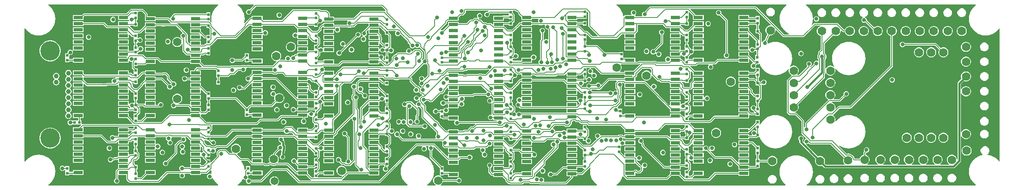
<source format=gbl>
G04*
G04 #@! TF.GenerationSoftware,Altium Limited,Altium Designer,24.2.2 (26)*
G04*
G04 Layer_Physical_Order=6*
G04 Layer_Color=16711680*
%FSLAX25Y25*%
%MOIN*%
G70*
G04*
G04 #@! TF.SameCoordinates,259A4400-9820-475F-8ACA-24378C9DBAE9*
G04*
G04*
G04 #@! TF.FilePolarity,Positive*
G04*
G01*
G75*
%ADD21R,0.02362X0.01968*%
%ADD22R,0.01968X0.02362*%
%ADD108C,0.00831*%
%ADD109C,0.01500*%
%ADD116C,0.15886*%
%ADD117C,0.03937*%
%ADD118C,0.03500*%
%ADD119C,0.07000*%
%ADD120C,0.06500*%
%ADD121C,0.03200*%
%ADD123C,0.00831*%
%ADD124R,0.07579X0.02756*%
%ADD125C,0.00831*%
G36*
X87040Y128695D02*
Y125994D01*
X87040Y125994D01*
X87059Y125894D01*
Y123054D01*
X95838D01*
Y123996D01*
X105841D01*
X108185Y121653D01*
X108360Y121535D01*
X108209Y121035D01*
X103199D01*
X102803Y120957D01*
X102748Y120920D01*
X101252D01*
X101198Y120957D01*
X100801Y121035D01*
X100801Y121035D01*
X95838D01*
Y122009D01*
X87059D01*
Y119518D01*
X82781Y115239D01*
X78411D01*
X74848Y118802D01*
X75055Y119302D01*
X77916D01*
Y118556D01*
X81084D01*
Y122118D01*
X80535D01*
Y124030D01*
X81084D01*
Y127592D01*
X81084D01*
Y127967D01*
X81084D01*
Y130573D01*
X81170Y130643D01*
X81171Y130643D01*
X81859D01*
X81859Y130643D01*
X82255Y130722D01*
X82591Y130947D01*
X82724Y131080D01*
X84654D01*
X87040Y128695D01*
D02*
G37*
G36*
X368109Y131413D02*
X368166Y131130D01*
X367616Y130580D01*
X367438Y130654D01*
X366562D01*
X365754Y130319D01*
X365135Y129700D01*
X364800Y128892D01*
Y128016D01*
X365135Y127208D01*
X365754Y126589D01*
X366562Y126254D01*
X367438D01*
X368246Y126589D01*
X368865Y127208D01*
X369200Y128016D01*
Y128892D01*
X369138Y129041D01*
X369454Y129433D01*
X384916D01*
Y128813D01*
X384916Y128687D01*
X384916D01*
Y128313D01*
X384916D01*
Y127567D01*
X379994D01*
X379598Y127488D01*
X379583Y127478D01*
X372162D01*
Y123522D01*
X380941D01*
Y125496D01*
X384916D01*
Y124750D01*
X387464D01*
Y123665D01*
X386620Y122821D01*
X384916D01*
Y122075D01*
X380941D01*
Y122478D01*
X372162D01*
Y120404D01*
X371700Y120212D01*
X370680Y121232D01*
X370344Y121457D01*
X369948Y121535D01*
X369948Y121535D01*
X367127D01*
X366815Y121847D01*
X366479Y122072D01*
X366083Y122151D01*
X366083Y122151D01*
X364346D01*
X362333Y124163D01*
X361998Y124387D01*
X361601Y124466D01*
X361601Y124466D01*
X360697D01*
X360292Y124871D01*
X360548Y125278D01*
X360570Y125300D01*
X361438D01*
X362246Y125635D01*
X362865Y126254D01*
X363200Y127062D01*
Y127938D01*
X362865Y128746D01*
X362246Y129365D01*
X361438Y129700D01*
X360562D01*
X359754Y129365D01*
X359135Y128746D01*
X358800Y127938D01*
Y127062D01*
X359135Y126254D01*
X359264Y126125D01*
X359130Y125773D01*
X359031Y125651D01*
X356917D01*
X356917Y125651D01*
X356521Y125572D01*
X356185Y125347D01*
X356185Y125347D01*
X355303Y124466D01*
X353677D01*
X353281Y124387D01*
X352945Y124163D01*
X350318Y121535D01*
X343838D01*
Y122478D01*
X335059D01*
Y119986D01*
X330675Y115602D01*
X330438Y115700D01*
X329562D01*
X329300Y115591D01*
X329017Y116015D01*
X333945Y120944D01*
X333945Y120944D01*
X334170Y121280D01*
X334249Y121676D01*
Y122462D01*
X335288Y123502D01*
X338486D01*
X338486Y123502D01*
X338586Y123522D01*
X343838D01*
Y126014D01*
X345574Y127749D01*
X347083D01*
X347083Y127749D01*
X347480Y127828D01*
X347815Y128053D01*
X349347Y129585D01*
X349572Y129920D01*
X349651Y130317D01*
X349651Y130317D01*
Y131630D01*
X367979D01*
X368109Y131413D01*
D02*
G37*
G36*
X176156Y136120D02*
X172649Y132613D01*
X172438Y132700D01*
X171562D01*
X170754Y132365D01*
X170135Y131746D01*
X169800Y130938D01*
Y130062D01*
X170135Y129254D01*
X170754Y128635D01*
X171562Y128300D01*
X172438D01*
X173246Y128635D01*
X173865Y129254D01*
X174200Y130062D01*
Y130938D01*
X174113Y131149D01*
X178044Y135080D01*
X280969D01*
X283699Y132350D01*
X283698Y131695D01*
X283537Y131535D01*
X283537Y131535D01*
X264343D01*
X263947Y131456D01*
X263611Y131232D01*
X258167Y125787D01*
X241838D01*
Y126730D01*
X238484D01*
Y129051D01*
X238484Y129051D01*
X238405Y129447D01*
X238181Y129783D01*
X238181Y129783D01*
X236347Y131617D01*
X236012Y131841D01*
X235615Y131920D01*
X235615Y131920D01*
X235252D01*
X235197Y131957D01*
X234801Y132035D01*
X234801Y132035D01*
X231334D01*
X230922Y132448D01*
X230586Y132673D01*
X230189Y132751D01*
X230189Y132751D01*
X208358D01*
X207961Y132673D01*
X207625Y132448D01*
X207625Y132448D01*
X199071Y123894D01*
X184182D01*
X183338Y124738D01*
Y127230D01*
X174559D01*
Y126287D01*
X173913D01*
X173913Y126287D01*
X173517Y126208D01*
X173181Y125984D01*
X168649Y121451D01*
X168195Y121705D01*
X168474Y122866D01*
X168642Y125000D01*
X168474Y127134D01*
X167974Y129216D01*
X167155Y131193D01*
X166037Y133019D01*
X164646Y134646D01*
X163019Y136037D01*
X162913Y136101D01*
X163049Y136582D01*
X175965D01*
X176156Y136120D01*
D02*
G37*
G36*
X449949Y129955D02*
Y119195D01*
X449949Y119195D01*
X450028Y118798D01*
X450253Y118463D01*
X457664Y111051D01*
X457473Y110589D01*
X453344D01*
X449137Y114796D01*
X448801Y115021D01*
X448405Y115100D01*
X448405Y115100D01*
X447144D01*
X443118Y119125D01*
X442782Y119350D01*
X442386Y119429D01*
X442386Y119429D01*
X440941D01*
Y120282D01*
X445416D01*
Y119537D01*
X448584D01*
Y123099D01*
X445416D01*
Y122353D01*
X440941D01*
Y122978D01*
X433961D01*
X433379Y123560D01*
X433570Y124022D01*
X440941D01*
Y124965D01*
X446366D01*
X446366Y124965D01*
X446762Y125043D01*
X446771Y125050D01*
X448584D01*
Y128612D01*
X448584D01*
Y128987D01*
X448584D01*
Y130667D01*
X449046Y130859D01*
X449949Y129955D01*
D02*
G37*
G36*
X599322Y120100D02*
X599115Y119600D01*
X598460D01*
X597417Y119321D01*
X596483Y118781D01*
X595719Y118017D01*
X595179Y117083D01*
X594900Y116040D01*
Y114960D01*
X595179Y113918D01*
X595719Y112982D01*
X596453Y112249D01*
X594283Y107269D01*
X594015D01*
X593207Y106934D01*
X592588Y106316D01*
X592370Y105789D01*
X591869Y105888D01*
Y112635D01*
X591791Y113032D01*
X591566Y113367D01*
X590775Y114158D01*
X590440Y114383D01*
X590161Y114438D01*
X590084Y114515D01*
Y116613D01*
X589535D01*
Y119750D01*
X590084D01*
Y123187D01*
X590084Y123313D01*
Y123687D01*
X590084Y123813D01*
Y127250D01*
X586916D01*
Y126504D01*
X581440D01*
Y127978D01*
X572662D01*
Y124022D01*
X581440D01*
Y124433D01*
X586916D01*
Y123813D01*
X586916Y123687D01*
Y123313D01*
X586916Y123187D01*
Y122035D01*
X581440D01*
Y122978D01*
X572662D01*
Y119022D01*
X581440D01*
Y119965D01*
X586916D01*
Y119750D01*
X587465D01*
Y116613D01*
X586916D01*
Y113051D01*
X588620D01*
X588977Y112694D01*
X589313Y112470D01*
X589591Y112414D01*
X589799Y112206D01*
Y107746D01*
X589299Y107595D01*
X589232Y107695D01*
X589232Y107695D01*
X581440Y115486D01*
Y117978D01*
X572662D01*
Y114022D01*
X579976D01*
X580559Y113440D01*
X580367Y112978D01*
X572662D01*
Y109022D01*
X581440D01*
Y111905D01*
X581903Y112096D01*
X587465Y106534D01*
Y105977D01*
X586916D01*
Y102415D01*
X586916Y102415D01*
Y102040D01*
X586916D01*
X586916Y101915D01*
Y100915D01*
X585697D01*
X585246Y101365D01*
X584438Y101700D01*
X583562D01*
X582754Y101365D01*
X582135Y100746D01*
X581941Y100277D01*
X581440Y100376D01*
Y102978D01*
X572662D01*
Y99022D01*
X581317D01*
X581440Y99022D01*
X581879Y98873D01*
X582135Y98254D01*
X582754Y97635D01*
X583562Y97300D01*
X584438D01*
X585246Y97635D01*
X585865Y98254D01*
X586110Y98844D01*
X586916D01*
Y98478D01*
X587465D01*
Y95250D01*
X586416D01*
Y91813D01*
X586416Y91687D01*
X586416D01*
Y91313D01*
X586022Y91055D01*
X585916Y91011D01*
X581440Y95486D01*
Y97978D01*
X572662D01*
Y94022D01*
X579976D01*
X580559Y93440D01*
X580367Y92978D01*
X572662D01*
Y92035D01*
X555905D01*
X555509Y91957D01*
X555173Y91732D01*
X555173Y91732D01*
X553083Y89642D01*
X544338D01*
Y92978D01*
X535560D01*
Y92035D01*
X532084D01*
Y93786D01*
X533566Y95267D01*
X533791Y95603D01*
X533830Y95800D01*
X534438D01*
X535246Y96135D01*
X535865Y96754D01*
X536200Y97562D01*
Y98438D01*
X536130Y98606D01*
X536408Y99022D01*
X544338D01*
Y102978D01*
X535560D01*
Y100205D01*
X535059Y99942D01*
X534438Y100200D01*
X533861D01*
X533791Y100554D01*
X533566Y100889D01*
X532084Y102371D01*
Y104135D01*
X531535D01*
Y106007D01*
X532084D01*
Y109570D01*
X532084D01*
Y109944D01*
X532084D01*
Y113493D01*
X532084Y113507D01*
X532154Y113978D01*
X532301Y114007D01*
X532637Y114231D01*
X535098Y116692D01*
X535560Y116501D01*
Y114022D01*
X544338D01*
Y117978D01*
X537037D01*
X536845Y118440D01*
X537307Y118901D01*
X537307Y118901D01*
X537388Y119022D01*
X544338D01*
Y122978D01*
X535560D01*
Y120137D01*
X535546Y120069D01*
X531476Y115999D01*
X529120D01*
X525993Y119125D01*
X525657Y119350D01*
X525441Y119393D01*
Y120013D01*
X528916D01*
Y119316D01*
X532084D01*
Y122878D01*
X531535D01*
Y124750D01*
X532084D01*
Y128313D01*
X532084Y128313D01*
Y128687D01*
X532084D01*
X532084Y128813D01*
Y130368D01*
X532546Y130559D01*
X535540Y127566D01*
Y126963D01*
X535539Y126963D01*
X535560Y126863D01*
Y124022D01*
X544338D01*
Y127978D01*
X538085D01*
X537610Y127995D01*
X537531Y128391D01*
X537307Y128727D01*
X537307Y128727D01*
X533435Y132598D01*
X533627Y133060D01*
X586361D01*
X599322Y120100D01*
D02*
G37*
G36*
X253105Y123217D02*
X252635Y122746D01*
X252300Y121938D01*
Y121062D01*
X252518Y120535D01*
X252200Y120035D01*
X241838D01*
Y121730D01*
X233060D01*
Y120787D01*
X232432D01*
X232036Y120708D01*
X231700Y120484D01*
X229677Y118461D01*
X229453Y118125D01*
X229374Y117729D01*
X229374Y117729D01*
Y116580D01*
X227976Y115182D01*
X224188D01*
X220993Y118377D01*
X220657Y118602D01*
X220441Y118645D01*
Y119231D01*
X225416D01*
Y118499D01*
X228584D01*
Y120597D01*
X229523Y121536D01*
X230041Y121321D01*
X230917D01*
X231725Y121656D01*
X232344Y122275D01*
X232559Y122795D01*
X233060Y122774D01*
Y122774D01*
X241838D01*
Y123717D01*
X252898D01*
X253105Y123217D01*
D02*
G37*
G36*
X147087Y136101D02*
X146981Y136037D01*
X145354Y134646D01*
X143963Y133019D01*
X142845Y131193D01*
X142026Y129216D01*
X141526Y127134D01*
X141358Y125000D01*
X141526Y122866D01*
X141648Y122356D01*
X141195Y122102D01*
X140876Y122422D01*
X140584Y122782D01*
X140584D01*
X140584Y122782D01*
Y126344D01*
X140584D01*
Y126719D01*
X140584D01*
Y130281D01*
X137416D01*
Y129535D01*
X111538D01*
X111142Y129456D01*
X110806Y129232D01*
X110806Y129232D01*
X109112Y127538D01*
X108888Y127202D01*
X108826Y126895D01*
X108754Y126865D01*
X108135Y126246D01*
X107869Y125604D01*
X107338Y125427D01*
X107002Y125763D01*
X106666Y125988D01*
X106270Y126067D01*
X106270Y126067D01*
X95838D01*
Y127009D01*
X89110D01*
Y129124D01*
X89110Y129124D01*
X89031Y129520D01*
X88807Y129856D01*
X85815Y132847D01*
X85479Y133072D01*
X85083Y133151D01*
X85083Y133151D01*
X82295D01*
X82295Y133151D01*
X81899Y133072D01*
X81563Y132847D01*
X81490Y132774D01*
X81301Y132901D01*
X80905Y132980D01*
X80905Y132980D01*
X75852D01*
X75456Y132901D01*
X75120Y132676D01*
X75120Y132676D01*
X71904Y129460D01*
X37254D01*
X36857Y129381D01*
X36522Y129157D01*
X36522Y129157D01*
X35374Y128009D01*
X28059D01*
Y124054D01*
X36838D01*
Y126545D01*
X37682Y127390D01*
X65162D01*
Y124054D01*
X73800D01*
Y123947D01*
X73990Y123489D01*
X73647Y123009D01*
X65162D01*
Y119460D01*
X56631D01*
X54327Y121764D01*
X53992Y121988D01*
X53595Y122067D01*
X53595Y122067D01*
X36838D01*
Y123009D01*
X28059D01*
Y119053D01*
X36838D01*
Y119996D01*
X53167D01*
X55470Y117693D01*
X55470Y117693D01*
X55806Y117468D01*
X56202Y117390D01*
X65162D01*
Y114053D01*
X72476D01*
X73059Y113471D01*
X72867Y113009D01*
X65162D01*
Y109054D01*
X73940D01*
Y111936D01*
X74402Y112127D01*
X76335Y110195D01*
X76671Y109970D01*
X77067Y109892D01*
X77067Y109892D01*
X77916D01*
Y109271D01*
X77916Y109146D01*
Y108771D01*
X77916Y108646D01*
Y105209D01*
X78465D01*
Y103297D01*
X77916D01*
Y99860D01*
X77916Y99735D01*
Y99360D01*
X77916Y99235D01*
Y98615D01*
X74088D01*
X73940Y99054D01*
X73940Y99115D01*
Y103009D01*
X65162D01*
Y99054D01*
X73154D01*
X73204Y98554D01*
X73114Y98536D01*
X72778Y98311D01*
X72778Y98311D01*
X72476Y98009D01*
X65162D01*
Y94054D01*
X72210D01*
X72478Y93554D01*
X72428Y93480D01*
X72349Y93083D01*
X71864Y93009D01*
X65162D01*
Y89053D01*
X73940D01*
Y90241D01*
X74440Y90448D01*
X74754Y90135D01*
X75562Y89800D01*
X75988D01*
X76439Y89772D01*
X76465Y89338D01*
Y84892D01*
X76544Y84495D01*
X76768Y84160D01*
X77916Y83012D01*
Y81039D01*
X77916Y80914D01*
Y80539D01*
X77916Y80414D01*
Y79793D01*
X76886D01*
X76131Y80549D01*
X75795Y80773D01*
X75399Y80852D01*
X75399Y80852D01*
X73940D01*
Y82758D01*
X65162D01*
Y79225D01*
X37879D01*
X36838Y80266D01*
Y82758D01*
X28059D01*
Y78802D01*
X35374D01*
X35956Y78219D01*
X35765Y77758D01*
X28059D01*
Y73802D01*
X35374D01*
X35956Y73219D01*
X35765Y72758D01*
X28059D01*
Y68802D01*
X36838D01*
Y71684D01*
X37300Y71876D01*
X39023Y70153D01*
X39023Y70153D01*
X39359Y69928D01*
X39755Y69849D01*
X55614D01*
X55614Y69849D01*
X56010Y69928D01*
X56346Y70153D01*
X56543Y70349D01*
X63553D01*
X63553Y70349D01*
X63949Y70428D01*
X64285Y70653D01*
X64700Y71067D01*
X65162Y70876D01*
Y68802D01*
X72476D01*
X73059Y68219D01*
X72867Y67757D01*
X65162D01*
Y63802D01*
X73940D01*
Y66684D01*
X74402Y66875D01*
X76290Y64988D01*
X76290Y64988D01*
X76626Y64764D01*
X77022Y64685D01*
X77422D01*
X77916Y64191D01*
Y62218D01*
X77916Y62093D01*
Y61718D01*
X77916Y61593D01*
Y58156D01*
X78465D01*
Y56244D01*
X77916D01*
Y56165D01*
X77416Y55926D01*
X76753Y56200D01*
X75878D01*
X75070Y55865D01*
X74451Y55246D01*
X74440Y55222D01*
X73940Y55321D01*
Y57758D01*
X65162D01*
Y53802D01*
X73702D01*
X74069Y53589D01*
X74182Y53402D01*
X74451Y52754D01*
X75070Y52135D01*
X75246Y52062D01*
X75147Y51562D01*
X73940D01*
Y52758D01*
X65162D01*
Y48802D01*
X73940D01*
Y49491D01*
X77916D01*
Y48745D01*
X80409D01*
X80616Y48245D01*
X79620Y47250D01*
X77916D01*
Y43813D01*
X77916Y43687D01*
Y43313D01*
X77916Y43187D01*
Y41632D01*
X77454Y41440D01*
X76516Y42378D01*
X76467Y42628D01*
X76242Y42964D01*
X76242Y42964D01*
X73940Y45266D01*
Y47758D01*
X65162D01*
Y43802D01*
X72476D01*
X74504Y41774D01*
X74554Y41524D01*
X74778Y41188D01*
X76630Y39336D01*
X76439Y38874D01*
X36256D01*
X36256Y38874D01*
X35860Y38795D01*
X35750Y38721D01*
X35250Y38989D01*
Y41584D01*
X34504D01*
Y43802D01*
X36838D01*
Y47758D01*
X28059D01*
Y43802D01*
X32433D01*
Y41584D01*
X31813D01*
X31687Y41584D01*
X31313D01*
X31187Y41584D01*
X27750D01*
X27750Y41584D01*
Y41584D01*
X27330Y41782D01*
X27246Y41865D01*
X26438Y42200D01*
X25562D01*
X24754Y41865D01*
X24135Y41246D01*
X23800Y40438D01*
Y39562D01*
X24135Y38754D01*
X24754Y38135D01*
X25562Y37800D01*
X26438D01*
X27246Y38135D01*
X27327Y38216D01*
X27750Y38416D01*
Y38416D01*
X27750Y38416D01*
X31187D01*
X31313Y38416D01*
X31687D01*
X31813Y38416D01*
X34662D01*
X34869Y37916D01*
X32963Y36009D01*
X28059D01*
Y32054D01*
X36838D01*
Y36009D01*
X36544D01*
X36353Y36471D01*
X36685Y36803D01*
X77916D01*
Y35522D01*
X77460Y35067D01*
X73940D01*
Y36009D01*
X65162D01*
Y32054D01*
X73940D01*
Y32996D01*
X76009D01*
X76161Y32496D01*
X76073Y32437D01*
X74402Y30767D01*
X73940Y30958D01*
Y31009D01*
X65162D01*
Y29104D01*
X62007D01*
X61746Y29365D01*
X60938Y29700D01*
X60062D01*
X59254Y29365D01*
X58635Y28746D01*
X58300Y27938D01*
Y27062D01*
X58635Y26254D01*
X59254Y25635D01*
X59494Y25535D01*
X59395Y25035D01*
X56929D01*
X52201Y29763D01*
X51865Y29988D01*
X51468Y30067D01*
X51468Y30067D01*
X36838D01*
Y31009D01*
X28059D01*
Y27053D01*
X36838D01*
Y27996D01*
X51040D01*
X55768Y23268D01*
X56104Y23043D01*
X56500Y22965D01*
X62916D01*
X62916Y22965D01*
X63313Y23043D01*
X63648Y23268D01*
X64700Y24319D01*
X65162Y24128D01*
Y22053D01*
X73940D01*
Y23959D01*
X75309D01*
X75309Y23959D01*
X75705Y24038D01*
X76041Y24262D01*
X76976Y25196D01*
X77916D01*
Y24451D01*
X77916D01*
Y24076D01*
X77916D01*
Y20514D01*
X78465D01*
Y18602D01*
X77916D01*
Y15165D01*
X77916Y15040D01*
X77916D01*
Y14665D01*
X77916D01*
Y13919D01*
X75007D01*
X74611Y13841D01*
X74440Y13727D01*
X73940Y13947D01*
Y16009D01*
X65162D01*
Y12424D01*
X64945Y12381D01*
X64609Y12157D01*
X64609Y12157D01*
X64002Y11549D01*
X62113D01*
X61717Y11471D01*
X61381Y11246D01*
X61215Y11079D01*
X60474D01*
X60098Y11456D01*
X59289Y11791D01*
X58414D01*
X57606Y11456D01*
X56987Y10837D01*
X56652Y10029D01*
Y9153D01*
X56987Y8345D01*
X57606Y7726D01*
X58414Y7391D01*
X59289D01*
X60098Y7726D01*
X60717Y8345D01*
X60992Y9009D01*
X61643D01*
X61643Y9009D01*
X62040Y9088D01*
X62375Y9312D01*
X62542Y9479D01*
X64430D01*
X64430Y9479D01*
X64662Y9525D01*
X65162Y9226D01*
Y7053D01*
X72867D01*
X73059Y6592D01*
X72476Y6009D01*
X65162D01*
Y2595D01*
X65158Y2595D01*
X64823Y2370D01*
X63268Y816D01*
X63043Y480D01*
X62965Y84D01*
Y-5948D01*
X62754Y-6035D01*
X62135Y-6654D01*
X61800Y-7462D01*
Y-8338D01*
X62135Y-9146D01*
X62754Y-9765D01*
X63562Y-10100D01*
X64438D01*
X65246Y-9765D01*
X65865Y-9146D01*
X66200Y-8338D01*
Y-7462D01*
X65865Y-6654D01*
X65246Y-6035D01*
X65035Y-5948D01*
Y-3394D01*
X65162Y-2946D01*
X71890D01*
Y-6425D01*
X71890Y-6425D01*
X71969Y-6821D01*
X72193Y-7157D01*
X73901Y-8866D01*
X73901Y-8866D01*
X74237Y-9090D01*
X74634Y-9169D01*
X98054D01*
X98054Y-9169D01*
X98450Y-9090D01*
X98786Y-8866D01*
X105648Y-2004D01*
X115316D01*
X115566Y-2504D01*
X115300Y-3146D01*
Y-4022D01*
X115635Y-4830D01*
X116254Y-5449D01*
X117062Y-5784D01*
X117938D01*
X118746Y-5449D01*
X119365Y-4830D01*
X119700Y-4022D01*
Y-3146D01*
X119434Y-2504D01*
X119684Y-2004D01*
X124162D01*
Y-2946D01*
X132940D01*
Y-2004D01*
X137554D01*
X137554Y-2004D01*
X137950Y-1925D01*
X138286Y-1701D01*
X140964Y978D01*
X141419Y769D01*
X141358Y0D01*
X141498Y-1778D01*
X141024Y-2123D01*
X140551Y-1927D01*
X139675D01*
X138867Y-2262D01*
X138248Y-2881D01*
X137913Y-3689D01*
Y-4564D01*
X138248Y-5373D01*
X138867Y-5992D01*
X139675Y-6327D01*
X140551D01*
X141359Y-5992D01*
X141978Y-5373D01*
X141992Y-5341D01*
X142492D01*
X142845Y-6193D01*
X143963Y-8019D01*
X145354Y-9646D01*
X146981Y-11037D01*
X147087Y-11101D01*
X146951Y-11582D01*
X8049D01*
X7913Y-11101D01*
X8019Y-11037D01*
X9646Y-9646D01*
X11037Y-8019D01*
X12155Y-6193D01*
X12974Y-4216D01*
X13474Y-2134D01*
X13642Y0D01*
X13474Y2134D01*
X12974Y4216D01*
X12155Y6193D01*
X11037Y8019D01*
X9646Y9646D01*
X8019Y11037D01*
X6193Y12155D01*
X4216Y12974D01*
X2134Y13474D01*
X0Y13642D01*
X-2134Y13474D01*
X-4216Y12974D01*
X-6193Y12155D01*
X-8019Y11037D01*
X-9646Y9646D01*
X-11037Y8019D01*
X-11101Y7913D01*
X-11582Y8049D01*
Y116951D01*
X-11101Y117087D01*
X-11037Y116981D01*
X-9646Y115354D01*
X-8019Y113963D01*
X-6193Y112845D01*
X-4216Y112026D01*
X-2134Y111526D01*
X0Y111358D01*
X2134Y111526D01*
X4216Y112026D01*
X6193Y112845D01*
X8019Y113963D01*
X9646Y115354D01*
X11037Y116981D01*
X12155Y118807D01*
X12974Y120784D01*
X13474Y122866D01*
X13642Y125000D01*
X13474Y127134D01*
X12974Y129216D01*
X12155Y131193D01*
X11037Y133019D01*
X9646Y134646D01*
X8019Y136037D01*
X7913Y136101D01*
X8049Y136582D01*
X146951D01*
X147087Y136101D01*
D02*
G37*
G36*
X390690Y130883D02*
X390690Y130883D01*
X391026Y130659D01*
X391422Y130580D01*
X391654D01*
X392580Y129655D01*
Y129422D01*
X392580Y129422D01*
X392659Y129026D01*
X392883Y128690D01*
X395059Y126514D01*
Y124022D01*
X403838D01*
Y124965D01*
X408700D01*
X409018Y124465D01*
X408800Y123938D01*
Y123062D01*
X409018Y122535D01*
X408700Y122035D01*
X403838D01*
Y122978D01*
X395059D01*
Y122035D01*
X393999D01*
X393998Y122035D01*
X393602Y121957D01*
X393266Y121732D01*
X387476Y115942D01*
X384177D01*
X381493Y118625D01*
X381157Y118850D01*
X380941Y118893D01*
Y120005D01*
X384916D01*
Y119259D01*
X388084D01*
Y121357D01*
X389232Y122504D01*
X389456Y122840D01*
X389535Y123236D01*
Y124930D01*
X389535Y124930D01*
Y128133D01*
X389456Y128529D01*
X389364Y128667D01*
X389341Y128783D01*
X389117Y129119D01*
X388084Y130151D01*
Y131630D01*
X389944D01*
X390690Y130883D01*
D02*
G37*
G36*
X124162Y118053D02*
X132940D01*
Y118996D01*
X137416D01*
Y117451D01*
X139120D01*
X139964Y116607D01*
Y111745D01*
X137416D01*
Y110999D01*
X136459D01*
X132940Y114518D01*
Y117009D01*
X124162D01*
Y113054D01*
X131476D01*
X132059Y112471D01*
X131867Y112009D01*
X124162D01*
Y108054D01*
X132940D01*
Y110936D01*
X133403Y111127D01*
X135298Y109232D01*
X135298Y109232D01*
X135634Y109007D01*
X136030Y108929D01*
X137416D01*
Y108183D01*
X137416Y108183D01*
Y107808D01*
X137416D01*
X137416Y107683D01*
Y104866D01*
X137345D01*
X136949Y104787D01*
X136613Y104562D01*
X135724Y103673D01*
X132940D01*
Y107009D01*
X124162D01*
Y104935D01*
X123700Y104744D01*
X121983Y106460D01*
Y112048D01*
X121904Y112445D01*
X121680Y112781D01*
X121680Y112781D01*
X113728Y120732D01*
X113553Y120849D01*
X113705Y121349D01*
X123207D01*
X123207Y121349D01*
X123409Y121390D01*
X124162D01*
Y118053D01*
D02*
G37*
G36*
X414518Y119465D02*
X414300Y118938D01*
Y118062D01*
X414635Y117254D01*
X415254Y116635D01*
X416062Y116300D01*
X416736D01*
X417080Y115956D01*
Y108112D01*
X416580Y107937D01*
X415810Y108256D01*
X414935D01*
X414126Y107921D01*
X413821Y107615D01*
X413748Y107625D01*
X413337Y107838D01*
Y113349D01*
X413548Y113436D01*
X414166Y114055D01*
X414501Y114864D01*
Y115739D01*
X414166Y116548D01*
X413548Y117166D01*
X412739Y117501D01*
X411864D01*
X411055Y117166D01*
X410436Y116548D01*
X410101Y115739D01*
Y114864D01*
X410436Y114055D01*
X411055Y113436D01*
X411266Y113349D01*
Y108109D01*
X410755Y107597D01*
X410530Y107262D01*
X410452Y106865D01*
X410452Y106865D01*
Y91396D01*
X410241Y91309D01*
X409622Y90690D01*
X409287Y89881D01*
Y89006D01*
X409501Y88488D01*
X409178Y87988D01*
X388084D01*
Y88496D01*
X395569D01*
X395569Y88496D01*
X395965Y88575D01*
X396301Y88800D01*
X396524Y89022D01*
X403838D01*
Y91113D01*
X404338Y91447D01*
X404693Y91300D01*
X405568D01*
X406377Y91635D01*
X406996Y92254D01*
X407331Y93062D01*
Y93938D01*
X406996Y94746D01*
X406377Y95365D01*
X405568Y95700D01*
X404693D01*
X403884Y95365D01*
X403265Y94746D01*
X402930Y93938D01*
Y93062D01*
X402874Y92978D01*
X395059D01*
Y90567D01*
X388084D01*
Y91187D01*
X388084Y91313D01*
Y91687D01*
X388084Y91813D01*
Y92433D01*
X388943D01*
X389339Y92512D01*
X389414Y92562D01*
X390062Y92294D01*
X390938D01*
X391746Y92629D01*
X392365Y93248D01*
X392700Y94056D01*
Y94931D01*
X392365Y95740D01*
X391746Y96359D01*
X390938Y96694D01*
X390062D01*
X389951Y96648D01*
X389535Y96925D01*
Y99986D01*
X389456Y100382D01*
X389232Y100718D01*
X388084Y101866D01*
Y103964D01*
X387535D01*
Y105893D01*
X388084D01*
Y109330D01*
X388084Y109455D01*
Y109830D01*
X388084Y109955D01*
Y113392D01*
X388061D01*
X388012Y113892D01*
X388301Y113950D01*
X388637Y114174D01*
X394427Y119965D01*
X395059D01*
Y119022D01*
X403838D01*
Y119965D01*
X409466D01*
X409520Y119928D01*
X409917Y119849D01*
X412083D01*
X412083Y119849D01*
X412479Y119928D01*
X412534Y119965D01*
X414200D01*
X414518Y119465D01*
D02*
G37*
G36*
X211322Y116913D02*
X211322Y116913D01*
X211658Y116689D01*
X211662Y116688D01*
Y113758D01*
X211558Y113655D01*
X211162Y113465D01*
X210499Y113740D01*
X209624D01*
X208816Y113405D01*
X208197Y112786D01*
X207862Y111977D01*
Y111102D01*
X208197Y110293D01*
X208816Y109675D01*
X209624Y109340D01*
X210499D01*
X211162Y109614D01*
X211662Y109375D01*
Y108274D01*
X220441D01*
Y110694D01*
X220940Y110957D01*
X221062Y110873D01*
Y109776D01*
X221062Y109776D01*
X221141Y109380D01*
X221365Y109044D01*
X224038Y106372D01*
X224373Y106148D01*
X224770Y106069D01*
X224770Y106069D01*
X225416D01*
Y105323D01*
X228299D01*
Y104762D01*
X227120Y103583D01*
X225416D01*
Y100146D01*
X225416Y100021D01*
X225416D01*
Y99646D01*
X225416D01*
Y99035D01*
X221211D01*
X220941Y98982D01*
X220561Y99194D01*
X220441Y99308D01*
Y102230D01*
X211662D01*
Y98274D01*
X219367D01*
X219559Y97812D01*
X218976Y97230D01*
X211662D01*
Y96287D01*
X210752D01*
X210752Y96287D01*
X210356Y96208D01*
X210020Y95984D01*
X210020Y95984D01*
X208936Y94900D01*
X208062D01*
X207254Y94565D01*
X206635Y93946D01*
X206479Y93570D01*
X205938D01*
X205865Y93746D01*
X205246Y94365D01*
X204438Y94700D01*
X203562D01*
X202754Y94365D01*
X202135Y93746D01*
X201800Y92938D01*
Y92062D01*
X201949Y91703D01*
X201671Y91287D01*
X197739D01*
X197547Y91749D01*
X197781Y91983D01*
X198321Y92918D01*
X198600Y93960D01*
Y95040D01*
X198321Y96083D01*
X197781Y97018D01*
X197018Y97781D01*
X196082Y98321D01*
X195040Y98600D01*
X193960D01*
X192918Y98321D01*
X191982Y97781D01*
X191219Y97018D01*
X190679Y96083D01*
X190400Y95040D01*
Y93960D01*
X190679Y92918D01*
X191219Y91983D01*
X191982Y91219D01*
X192918Y90679D01*
X193960Y90400D01*
X194615D01*
X194822Y89900D01*
X191572Y86651D01*
X173512D01*
X173315Y86847D01*
X172979Y87072D01*
X172583Y87151D01*
X172583Y87151D01*
X170417D01*
X170417Y87151D01*
X170020Y87072D01*
X169685Y86847D01*
X169315D01*
X168980Y87072D01*
X168583Y87151D01*
X168583Y87151D01*
X166417D01*
X166417Y87151D01*
X166021Y87072D01*
X165685Y86847D01*
X165685Y86847D01*
X165488Y86651D01*
X157417D01*
X157417Y86651D01*
X157020Y86572D01*
X156685Y86347D01*
X156685Y86347D01*
X156667Y86330D01*
X146626D01*
X146293Y86663D01*
X145957Y86887D01*
X145561Y86966D01*
X145561Y86966D01*
X135492D01*
X132940Y89518D01*
Y92009D01*
X124162D01*
Y91067D01*
X100460D01*
X98370Y93157D01*
X98034Y93381D01*
X97638Y93460D01*
X97638Y93460D01*
X87881D01*
X85994Y95347D01*
X85658Y95572D01*
X85262Y95651D01*
X85262Y95651D01*
X81523D01*
X81084Y95798D01*
Y96992D01*
X81441Y97310D01*
X81837Y97388D01*
X82173Y97613D01*
X82851Y98292D01*
X83062Y98204D01*
X83938D01*
X84746Y98539D01*
X85365Y99158D01*
X85700Y99967D01*
Y100842D01*
X85365Y101651D01*
X84746Y102269D01*
X83938Y102604D01*
X83062D01*
X82254Y102269D01*
X81635Y101651D01*
X81584Y101528D01*
X81084Y101628D01*
Y103297D01*
X80535D01*
Y105209D01*
X81084D01*
Y105597D01*
X81584Y105805D01*
X81754Y105635D01*
X82562Y105300D01*
X83438D01*
X84246Y105635D01*
X84865Y106254D01*
X85200Y107062D01*
Y107938D01*
X84865Y108746D01*
X84246Y109365D01*
X83438Y109700D01*
X82562D01*
X81754Y109365D01*
X81584Y109195D01*
X81084Y109403D01*
X81084Y109535D01*
Y112708D01*
X81084D01*
X81179Y113169D01*
X83210D01*
X83210Y113169D01*
X83606Y113248D01*
X83942Y113472D01*
X86598Y116128D01*
X87059Y115936D01*
Y113054D01*
X95838D01*
Y117009D01*
X88133D01*
X87941Y117471D01*
X88524Y118053D01*
X95838D01*
Y118965D01*
X100466D01*
X100521Y118928D01*
X100917Y118849D01*
X103083D01*
X103083Y118849D01*
X103480Y118928D01*
X103534Y118965D01*
X112568D01*
X117905Y113627D01*
X117729Y113096D01*
X117086Y112830D01*
X116467Y112211D01*
X116133Y111403D01*
Y110528D01*
X116467Y109719D01*
X117086Y109100D01*
X117434Y108956D01*
Y108386D01*
X116934Y108252D01*
X116781Y108518D01*
X116017Y109281D01*
X115083Y109821D01*
X114040Y110100D01*
X112960D01*
X111917Y109821D01*
X110983Y109281D01*
X110219Y108518D01*
X109679Y107582D01*
X109400Y106540D01*
Y105460D01*
X109679Y104418D01*
X110219Y103482D01*
X110983Y102719D01*
X111917Y102179D01*
X112960Y101900D01*
X114040D01*
X115083Y102179D01*
X116017Y102719D01*
X116781Y103482D01*
X117321Y104418D01*
X117349Y104525D01*
X117849Y104459D01*
Y98615D01*
X117849Y98615D01*
X117928Y98219D01*
X118153Y97883D01*
X120774Y95262D01*
X120774Y95262D01*
X121110Y95038D01*
X121506Y94959D01*
X124162D01*
Y93054D01*
X132940D01*
Y94959D01*
X134796D01*
X134796Y94959D01*
X135192Y95038D01*
X135528Y95262D01*
X135989Y95724D01*
X137416D01*
Y94978D01*
X140584D01*
Y98540D01*
X140584D01*
Y98915D01*
X140584D01*
Y102360D01*
X140584Y102477D01*
X140813Y102882D01*
X141137Y103098D01*
X146557Y108519D01*
X161398D01*
X161398Y108519D01*
X161794Y108597D01*
X162130Y108822D01*
X172525Y119217D01*
X174559D01*
Y118274D01*
X183338D01*
Y119217D01*
X209019D01*
X211322Y116913D01*
D02*
G37*
G36*
X270162Y119238D02*
X266124Y115200D01*
X266062D01*
X265254Y114865D01*
X264635Y114246D01*
X264300Y113438D01*
Y112562D01*
X264635Y111754D01*
X265254Y111135D01*
X265432Y111061D01*
X265426Y110700D01*
X265378Y110542D01*
X264615Y110226D01*
X263996Y109607D01*
X263661Y108799D01*
Y107923D01*
X263996Y107115D01*
X264615Y106496D01*
X265423Y106161D01*
X266299D01*
X267107Y106496D01*
X267726Y107115D01*
X268061Y107923D01*
Y108799D01*
X267726Y109607D01*
X267107Y110226D01*
X266929Y110300D01*
X266935Y110661D01*
X266983Y110819D01*
X267746Y111135D01*
X268365Y111754D01*
X268700Y112562D01*
Y113438D01*
X268365Y114246D01*
X268232Y114380D01*
X269700Y115848D01*
X270162Y115657D01*
Y112774D01*
X276931D01*
X276969Y112585D01*
X277193Y112249D01*
X277251Y112192D01*
X277059Y111730D01*
X270162D01*
Y107774D01*
X278670D01*
Y106730D01*
X270162D01*
Y102774D01*
X278941D01*
Y104395D01*
X279440Y104602D01*
X281336Y102707D01*
X281672Y102482D01*
X282068Y102403D01*
X282068Y102403D01*
X283416D01*
Y101658D01*
X283416D01*
Y101283D01*
X282916Y101196D01*
X282746Y101365D01*
X281938Y101700D01*
X281062D01*
X280254Y101365D01*
X279635Y100746D01*
X279440Y100277D01*
X278941Y100376D01*
Y101730D01*
X270162D01*
Y97774D01*
X278941D01*
Y98624D01*
X279440Y98723D01*
X279635Y98254D01*
X280254Y97635D01*
X281062Y97300D01*
X281938D01*
X282746Y97635D01*
X282916Y97804D01*
X283416Y97721D01*
Y97721D01*
X283416Y97721D01*
X283965D01*
Y94829D01*
X283416D01*
Y91402D01*
X282967Y91144D01*
X282111Y92000D01*
X282476Y92365D01*
X282811Y93173D01*
Y94049D01*
X282476Y94857D01*
X281857Y95476D01*
X281049Y95811D01*
X280173D01*
X279440Y95508D01*
X278941Y95705D01*
Y96730D01*
X270162D01*
Y92774D01*
X275414D01*
X275514Y92754D01*
X278585D01*
X278746Y92365D01*
X278881Y92230D01*
X278674Y91730D01*
X270162D01*
Y90787D01*
X248393D01*
X247997Y90708D01*
X247661Y90484D01*
X247661Y90484D01*
X245212Y88035D01*
X241838D01*
Y91730D01*
X233060D01*
Y90787D01*
X228584D01*
Y92879D01*
X230066Y94361D01*
X230291Y94697D01*
X230369Y95094D01*
Y97171D01*
X230562Y97300D01*
X231438D01*
X232246Y97635D01*
X232559Y97948D01*
X233060Y97774D01*
Y97774D01*
X241838D01*
Y101730D01*
X233060D01*
Y101259D01*
X232559Y101052D01*
X232246Y101365D01*
X231438Y101700D01*
X230562D01*
X229754Y101365D01*
X229396Y101007D01*
X229275Y101128D01*
X228940Y101352D01*
X228661Y101408D01*
X228584Y101485D01*
Y102119D01*
X230066Y103601D01*
X230291Y103937D01*
X230369Y104333D01*
Y108844D01*
X230291Y109240D01*
X230066Y109576D01*
X229275Y110367D01*
X228940Y110592D01*
X228661Y110647D01*
X228584Y110724D01*
Y112676D01*
X228584Y112822D01*
X228840Y113216D01*
X229137Y113415D01*
X231141Y115419D01*
X231141Y115419D01*
X231365Y115755D01*
X231444Y116151D01*
X231444Y116151D01*
Y117300D01*
X232559Y118415D01*
X233060Y118208D01*
Y117774D01*
X241838D01*
Y117965D01*
X242646D01*
X242853Y117465D01*
X242635Y117246D01*
X242338Y116530D01*
X241838Y116629D01*
Y116730D01*
X233060D01*
Y112774D01*
X241838D01*
Y115371D01*
X242338Y115470D01*
X242635Y114754D01*
X243254Y114135D01*
X244062Y113800D01*
X244938D01*
X245746Y114135D01*
X246365Y114754D01*
X246700Y115562D01*
Y116438D01*
X246365Y117246D01*
X246146Y117465D01*
X246354Y117965D01*
X252966D01*
X253021Y117928D01*
X253417Y117849D01*
X255583D01*
X255583Y117849D01*
X255979Y117928D01*
X256034Y117965D01*
X257843D01*
X257843Y117965D01*
X258240Y118043D01*
X258575Y118268D01*
X261418Y121110D01*
X270162D01*
Y119238D01*
D02*
G37*
G36*
X612087Y136101D02*
X611981Y136037D01*
X610354Y134646D01*
X608963Y133019D01*
X607845Y131193D01*
X607026Y129216D01*
X606526Y127134D01*
X606358Y125000D01*
X606526Y122866D01*
X607026Y120784D01*
X607845Y118807D01*
X608963Y116981D01*
X610354Y115354D01*
X611981Y113963D01*
X613807Y112845D01*
X614591Y112520D01*
X614492Y112020D01*
X610330D01*
X587522Y134828D01*
X587186Y135052D01*
X586790Y135131D01*
X586790Y135131D01*
X500596D01*
X500200Y135052D01*
X499864Y134828D01*
X497160Y132124D01*
X496936Y131788D01*
X496857Y131392D01*
X496857Y131392D01*
Y131234D01*
X496478Y130855D01*
X496438Y130872D01*
X495562D01*
X494754Y130537D01*
X494135Y129918D01*
X493800Y129109D01*
Y128234D01*
X494090Y127535D01*
X493872Y127035D01*
X488338D01*
Y127978D01*
X488338Y127978D01*
X488338D01*
X488338Y127978D01*
X488516Y128404D01*
X488865Y128754D01*
X489200Y129562D01*
Y130438D01*
X488865Y131246D01*
X488246Y131865D01*
X487438Y132200D01*
X486562D01*
X485754Y131865D01*
X485135Y131246D01*
X484800Y130438D01*
Y129562D01*
X485135Y128754D01*
X485411Y128478D01*
X485204Y127978D01*
X479560D01*
Y127427D01*
X479268Y127232D01*
X479268Y127232D01*
X478947Y126911D01*
X478478Y127084D01*
X478474Y127134D01*
X477974Y129216D01*
X477155Y131193D01*
X476037Y133019D01*
X474646Y134646D01*
X473019Y136037D01*
X472913Y136101D01*
X473049Y136582D01*
X611951D01*
X612087Y136101D01*
D02*
G37*
G36*
X639955Y118965D02*
X639418Y118821D01*
X638483Y118281D01*
X637719Y117517D01*
X637179Y116583D01*
X636900Y115540D01*
Y114460D01*
X637179Y113417D01*
X637719Y112483D01*
X638483Y111719D01*
X639418Y111179D01*
X639965Y111033D01*
Y99844D01*
X638503Y98382D01*
X638278Y98046D01*
X638199Y97650D01*
X638199Y97650D01*
Y96362D01*
X637653Y95815D01*
X637428Y95480D01*
X637349Y95083D01*
X637349Y95083D01*
Y92917D01*
X637349Y92917D01*
X637428Y92520D01*
X637653Y92185D01*
X638199Y91638D01*
Y90684D01*
X637699Y90434D01*
X637057Y90700D01*
X636182D01*
X635373Y90365D01*
X634754Y89746D01*
X634419Y88938D01*
Y88062D01*
X634507Y87852D01*
X631915Y85260D01*
X631482Y85534D01*
X631535Y85801D01*
Y86048D01*
X631746Y86135D01*
X632365Y86754D01*
X632700Y87562D01*
Y88438D01*
X632365Y89246D01*
X631746Y89865D01*
X630938Y90200D01*
X630062D01*
X629254Y89865D01*
X628635Y89246D01*
X628300Y88438D01*
Y87562D01*
X628635Y86754D01*
X628958Y86431D01*
X628982Y85747D01*
X622255Y79020D01*
X621025D01*
X620818Y79520D01*
X621281Y79983D01*
X621821Y80918D01*
X622100Y81960D01*
Y83040D01*
X621821Y84083D01*
X621281Y85018D01*
X620517Y85781D01*
X619583Y86321D01*
X618540Y86600D01*
X617460D01*
X616418Y86321D01*
X615483Y85781D01*
X615319Y85618D01*
X614924Y85929D01*
X615155Y86307D01*
X615974Y88284D01*
X616474Y90366D01*
X616642Y92500D01*
X616474Y94634D01*
X615974Y96716D01*
X615155Y98693D01*
X614037Y100519D01*
X612646Y102146D01*
X611019Y103537D01*
X609193Y104655D01*
X607216Y105474D01*
X605134Y105974D01*
X603000Y106142D01*
X600866Y105974D01*
X598784Y105474D01*
X597153Y104799D01*
X596653Y105133D01*
Y105507D01*
X596318Y106316D01*
X596184Y106449D01*
X598354Y111428D01*
X598460Y111400D01*
X599540D01*
X600583Y111679D01*
X601517Y112219D01*
X602281Y112982D01*
X602821Y113918D01*
X603100Y114960D01*
Y115614D01*
X603600Y115822D01*
X609169Y110253D01*
X609505Y110028D01*
X609901Y109949D01*
X625805D01*
X625805Y109949D01*
X626202Y110028D01*
X626537Y110253D01*
X635750Y119465D01*
X639890D01*
X639955Y118965D01*
D02*
G37*
G36*
X513176Y117661D02*
X513512Y117437D01*
X513908Y117358D01*
X513908Y117358D01*
X516662D01*
Y114022D01*
X523976D01*
X524559Y113440D01*
X524367Y112978D01*
X516662D01*
Y109022D01*
X525441D01*
Y111905D01*
X525903Y112096D01*
X527005Y110993D01*
X527341Y110769D01*
X527737Y110690D01*
X527737Y110690D01*
X528916D01*
Y109944D01*
X528916D01*
Y109570D01*
X528916D01*
Y106007D01*
X529465D01*
Y104135D01*
X528916D01*
Y100698D01*
X528916Y100573D01*
X528916D01*
Y100198D01*
X528916D01*
Y99452D01*
X525880D01*
X525880Y99452D01*
X525441Y99875D01*
Y102978D01*
X516662D01*
Y99022D01*
X524367D01*
X524559Y98560D01*
X523976Y97978D01*
X516662D01*
Y94022D01*
X525441D01*
Y95444D01*
X525941Y95544D01*
X526158Y95019D01*
X526777Y94401D01*
X527585Y94065D01*
X528461D01*
X528500Y94082D01*
X528916Y93804D01*
Y91687D01*
X528916Y91687D01*
Y91313D01*
X528916D01*
X528916Y91187D01*
Y90132D01*
X528416Y89981D01*
X528280Y90184D01*
X528280Y90184D01*
X526732Y91732D01*
X526396Y91957D01*
X526000Y92035D01*
X526000Y92035D01*
X525441D01*
Y92978D01*
X516901D01*
X516308Y93571D01*
X515499Y93906D01*
X514624D01*
X513816Y93571D01*
X513197Y92952D01*
X512862Y92144D01*
Y91268D01*
X513197Y90460D01*
X513515Y90142D01*
X513308Y89642D01*
X506231D01*
X505695Y90178D01*
X505359Y90403D01*
X504963Y90481D01*
X504963Y90481D01*
X491379D01*
X490983Y90403D01*
X490647Y90178D01*
X490647Y90178D01*
X490111Y89642D01*
X488338D01*
Y92978D01*
X480917D01*
X480902Y92988D01*
X480506Y93067D01*
X480506Y93067D01*
X478584D01*
Y93687D01*
X478584Y93813D01*
Y94187D01*
X478584Y94313D01*
Y97750D01*
X475416D01*
Y97535D01*
X463838D01*
X463438Y97701D01*
X463263D01*
X457814Y103150D01*
X457478Y103374D01*
X457082Y103453D01*
X448584D01*
Y104199D01*
X448035D01*
Y106150D01*
X448584D01*
Y109587D01*
X448584Y109712D01*
Y110087D01*
X448584Y110212D01*
Y111767D01*
X449046Y111959D01*
X452183Y108822D01*
X452519Y108597D01*
X452915Y108519D01*
X452915Y108519D01*
X473054D01*
X473054Y108519D01*
X473450Y108597D01*
X473786Y108822D01*
X477322Y112358D01*
X479560D01*
Y109022D01*
X488338D01*
Y112436D01*
X488342Y112437D01*
X488678Y112661D01*
X490232Y114216D01*
X490232Y114216D01*
X490456Y114552D01*
X490535Y114948D01*
X490535Y114948D01*
Y119965D01*
X510873D01*
X513176Y117661D01*
D02*
G37*
G36*
X283416Y114147D02*
Y112048D01*
X285455D01*
X286299Y111204D01*
Y105220D01*
X283416D01*
Y104474D01*
X282497D01*
X280741Y106230D01*
Y107539D01*
X280908Y107707D01*
X281133Y108043D01*
X281211Y108439D01*
Y109127D01*
X281211Y109127D01*
X281133Y109523D01*
X280908Y109859D01*
X280391Y110376D01*
Y111550D01*
X280312Y111947D01*
X280088Y112283D01*
X278960Y113410D01*
Y113789D01*
X278941Y113889D01*
Y116730D01*
X271235D01*
X271044Y117192D01*
X271626Y117774D01*
X278941D01*
Y118089D01*
X279474D01*
X283416Y114147D01*
D02*
G37*
G36*
X292379Y114491D02*
X292135Y114246D01*
X291800Y113438D01*
Y112562D01*
X292135Y111754D01*
X292754Y111135D01*
X293562Y110800D01*
X294438D01*
X295246Y111135D01*
X295865Y111754D01*
X295961Y111986D01*
X296452Y112084D01*
X302009Y106527D01*
Y105896D01*
X302009Y105896D01*
X302088Y105500D01*
X302312Y105164D01*
X303870Y103606D01*
X303800Y103438D01*
Y102562D01*
X304135Y101754D01*
X304754Y101135D01*
X305562Y100800D01*
X306438D01*
X307246Y101135D01*
X307693Y101582D01*
X308302Y101601D01*
X308547Y101356D01*
X309356Y101021D01*
X310231D01*
X311040Y101356D01*
X311296Y101612D01*
X311477Y101601D01*
X311876Y101485D01*
X312036Y101245D01*
X315395Y97886D01*
Y92131D01*
X314754Y91865D01*
X314312Y91423D01*
X313745Y91498D01*
X313738Y91502D01*
X313684Y91633D01*
X313951Y91899D01*
X314175Y92235D01*
X314254Y92631D01*
Y92790D01*
X314301Y92837D01*
X314301Y92837D01*
X314526Y93173D01*
X314604Y93569D01*
X314604Y93569D01*
Y97129D01*
X314526Y97526D01*
X314301Y97861D01*
X314301Y97861D01*
X312315Y99847D01*
X311980Y100072D01*
X311583Y100151D01*
X311583Y100151D01*
X308040D01*
X308040Y100151D01*
X307644Y100072D01*
X307308Y99847D01*
X307308Y99847D01*
X305680Y98220D01*
X305180Y98427D01*
Y99060D01*
X304845Y99868D01*
X304227Y100487D01*
X303418Y100822D01*
X302543D01*
X301734Y100487D01*
X301115Y99868D01*
X300780Y99060D01*
Y98185D01*
X300939Y97801D01*
X300605Y97301D01*
X294067D01*
X294067Y97301D01*
X293671Y97222D01*
X293335Y96998D01*
X292219Y95881D01*
X291712D01*
X291712Y95881D01*
X291316Y95803D01*
X290980Y95578D01*
X289448Y94046D01*
X289224Y93710D01*
X289145Y93314D01*
X289145Y93314D01*
Y91119D01*
X287046Y89020D01*
X286584Y89211D01*
Y90767D01*
X286584Y90892D01*
X286584D01*
Y91267D01*
X286584D01*
Y94829D01*
X286035D01*
Y97367D01*
X286389Y97721D01*
X286584D01*
X286962Y97426D01*
X287254Y97135D01*
X288062Y96800D01*
X288938D01*
X289746Y97135D01*
X290365Y97754D01*
X290700Y98562D01*
Y99438D01*
X290365Y100246D01*
X289746Y100865D01*
X288938Y101200D01*
X288778D01*
X288369Y101699D01*
Y111633D01*
X288291Y112029D01*
X288066Y112365D01*
X286584Y113847D01*
Y114991D01*
X292172D01*
X292379Y114491D01*
D02*
G37*
G36*
X584889Y89109D02*
X584682Y88609D01*
X584562D01*
X583754Y88274D01*
X583135Y87655D01*
X582800Y86847D01*
Y85971D01*
X583135Y85163D01*
X583754Y84544D01*
X584562Y84209D01*
X585438D01*
X586246Y84544D01*
X586422Y84720D01*
X586916Y84506D01*
Y82606D01*
X585597Y81287D01*
X581440D01*
Y82230D01*
X572662D01*
Y78274D01*
X581440D01*
Y79217D01*
X586026D01*
X586026Y79217D01*
X586422Y79295D01*
X586916Y79024D01*
Y77205D01*
X587465D01*
Y75636D01*
X587003Y75445D01*
X586464Y75984D01*
X586128Y76209D01*
X585732Y76287D01*
X581440D01*
Y77230D01*
X572662D01*
Y73274D01*
X581440D01*
Y74217D01*
X585303D01*
X586916Y72604D01*
Y70506D01*
X588954D01*
X589799Y69661D01*
Y63431D01*
X586916D01*
Y63175D01*
X586416Y62968D01*
X584383Y65001D01*
Y66367D01*
X584304Y66763D01*
X584079Y67099D01*
X584079Y67099D01*
X581440Y69738D01*
Y72230D01*
X572662D01*
Y68274D01*
X579976D01*
X580559Y67692D01*
X580367Y67230D01*
X572662D01*
Y63274D01*
X581440D01*
Y66157D01*
X581903Y66348D01*
X582312Y65938D01*
Y64573D01*
X582312Y64573D01*
X582391Y64176D01*
X582615Y63841D01*
X585537Y60918D01*
X585538Y60918D01*
X585873Y60694D01*
X586270Y60615D01*
X586916D01*
Y59869D01*
X586916Y59869D01*
Y59494D01*
X586916D01*
X586916Y59369D01*
Y55932D01*
X587465D01*
Y53246D01*
X586965Y53146D01*
X586964Y53147D01*
X586346Y53766D01*
X585537Y54101D01*
X584662D01*
X583853Y53766D01*
X583234Y53147D01*
X582899Y52338D01*
Y51463D01*
X583234Y50655D01*
X583853Y50036D01*
X584662Y49701D01*
X584679D01*
X584821Y49489D01*
X585736Y48574D01*
X585544Y48112D01*
X583066D01*
X581440Y49738D01*
Y52230D01*
X572662D01*
Y48274D01*
X579976D01*
X580559Y47692D01*
X580367Y47230D01*
X572662D01*
Y45551D01*
X553226D01*
X553226Y45551D01*
X552830Y45472D01*
X552494Y45247D01*
X552494Y45247D01*
X549117Y41870D01*
X532084D01*
Y43349D01*
X532952Y44217D01*
X535560D01*
Y43274D01*
X544338D01*
Y47230D01*
X535560D01*
Y46287D01*
X532524D01*
X532084Y46710D01*
Y47286D01*
X533566Y48768D01*
X533791Y49103D01*
X533870Y49500D01*
Y53300D01*
X533791Y53696D01*
X533566Y54032D01*
X532084Y55514D01*
Y55814D01*
X533566Y57296D01*
X533791Y57631D01*
X533870Y58028D01*
Y62671D01*
X533791Y63068D01*
X533566Y63403D01*
X532775Y64194D01*
X532440Y64419D01*
X532161Y64474D01*
X532084Y64551D01*
Y66649D01*
X532273Y67071D01*
X533753D01*
X533753Y67071D01*
X534149Y67150D01*
X534485Y67374D01*
X534972Y67861D01*
X534972Y67861D01*
X535132Y68100D01*
X535560Y68274D01*
X535630Y68274D01*
X544338D01*
Y72230D01*
X536633D01*
X536441Y72692D01*
X537023Y73274D01*
X544338D01*
Y77230D01*
X535560D01*
Y74738D01*
X533508Y72686D01*
X533283Y72351D01*
X533205Y71954D01*
X533205Y71954D01*
Y69141D01*
X528213D01*
Y70728D01*
X528213Y70728D01*
X528135Y71125D01*
X527910Y71460D01*
X527910Y71460D01*
X526325Y73046D01*
X526644Y73434D01*
X526870Y73283D01*
X527266Y73204D01*
X528916D01*
Y72458D01*
X532084D01*
Y74556D01*
X533566Y76039D01*
X533791Y76375D01*
X533870Y76771D01*
Y81414D01*
X533791Y81810D01*
X533757Y81862D01*
X534145Y82180D01*
X535560Y80766D01*
Y78274D01*
X544338D01*
Y82230D01*
X537023D01*
X533416Y85838D01*
X533607Y86300D01*
X537728D01*
X537728Y86300D01*
X538125Y86379D01*
X538460Y86603D01*
X539429Y87571D01*
X548253D01*
X548460Y87071D01*
X548135Y86746D01*
X547800Y85938D01*
Y85062D01*
X548135Y84254D01*
X548754Y83635D01*
X549562Y83300D01*
X550438D01*
X551246Y83635D01*
X551865Y84254D01*
X552200Y85062D01*
Y85938D01*
X551865Y86746D01*
X551540Y87071D01*
X551747Y87571D01*
X553511D01*
X553511Y87571D01*
X553907Y87650D01*
X554243Y87875D01*
X556333Y89965D01*
X572662D01*
Y89022D01*
X581440D01*
Y91905D01*
X581903Y92096D01*
X584889Y89109D01*
D02*
G37*
G36*
X317375Y87959D02*
X317498Y87884D01*
X317600Y87782D01*
X317659Y87488D01*
X317883Y87153D01*
X318465Y86571D01*
Y81167D01*
X318452Y81102D01*
X318452Y81102D01*
Y78935D01*
X318452Y78935D01*
X318465Y78871D01*
Y78605D01*
X316162Y76302D01*
X315668Y76515D01*
X315365Y77246D01*
X314746Y77865D01*
X313938Y78200D01*
X313062D01*
X312254Y77865D01*
X311635Y77246D01*
X311300Y76438D01*
Y75562D01*
X311635Y74754D01*
X311962Y74427D01*
X312226Y74100D01*
X311962Y73773D01*
X311635Y73446D01*
X311300Y72638D01*
Y71762D01*
X311635Y70954D01*
X312254Y70335D01*
X313062Y70000D01*
X313454Y69500D01*
X313452Y69489D01*
X313452Y69489D01*
Y68729D01*
X313028Y68383D01*
X312495Y68431D01*
X310963Y69963D01*
X310627Y70187D01*
X310231Y70266D01*
X310231Y70266D01*
X309692D01*
X305710Y74248D01*
Y76037D01*
X305710Y76037D01*
X305632Y76433D01*
X305407Y76769D01*
X305407Y76769D01*
X304921Y77256D01*
X304903Y77438D01*
X315352Y87887D01*
X315562Y87800D01*
X316438D01*
X317080Y88066D01*
X317375Y87959D01*
D02*
G37*
G36*
X282645Y86389D02*
X282438Y85889D01*
X280118D01*
X280027Y85950D01*
X279631Y86029D01*
X279631Y86029D01*
X269471D01*
X269471Y86029D01*
X269075Y85950D01*
X268984Y85889D01*
X249214D01*
X248818Y85810D01*
X248482Y85586D01*
X246047Y83151D01*
X245917D01*
X245917Y83151D01*
X245520Y83072D01*
X245185Y82847D01*
X243653Y81315D01*
X243428Y80980D01*
X243349Y80583D01*
X243349Y80583D01*
Y80453D01*
X242300Y79404D01*
X241838Y79595D01*
Y82478D01*
X234408D01*
X234130Y82894D01*
X234200Y83062D01*
Y83938D01*
X233865Y84746D01*
X233246Y85365D01*
X233006Y85465D01*
X233105Y85965D01*
X235801D01*
X235801Y85965D01*
X236197Y86044D01*
X236252Y86080D01*
X237748D01*
X237803Y86044D01*
X238199Y85965D01*
X245641D01*
X245641Y85965D01*
X246037Y86044D01*
X246373Y86268D01*
X248822Y88717D01*
X270162D01*
Y87774D01*
X278941D01*
Y88717D01*
X280317D01*
X282645Y86389D01*
D02*
G37*
G36*
X492593Y87949D02*
X486874Y82230D01*
X479560D01*
Y81520D01*
X476025D01*
X475818Y82020D01*
X476281Y82482D01*
X476821Y83417D01*
X477100Y84460D01*
Y85540D01*
X476821Y86582D01*
X476490Y87154D01*
X476810Y87600D01*
X476956Y87571D01*
X490540D01*
X490540Y87571D01*
X490936Y87650D01*
X491272Y87875D01*
X491808Y88411D01*
X492402D01*
X492593Y87949D01*
D02*
G37*
G36*
X99299Y89299D02*
X99299Y89299D01*
X99635Y89075D01*
X100031Y88996D01*
X124162D01*
Y88054D01*
X131476D01*
X133533Y85997D01*
X133341Y85535D01*
X130000D01*
X130000Y85535D01*
X129604Y85457D01*
X129268Y85232D01*
X129268Y85232D01*
X127819Y83783D01*
X127595Y83447D01*
X127516Y83051D01*
X127156Y82758D01*
X124162D01*
Y78802D01*
X132940D01*
Y82758D01*
X130678D01*
X130432Y83258D01*
X130591Y83465D01*
X144540D01*
X145416Y82589D01*
Y80687D01*
X145416D01*
Y80313D01*
X145416D01*
Y76750D01*
X145965D01*
Y74750D01*
X145416D01*
Y71187D01*
X148584D01*
Y74750D01*
X148035D01*
Y76750D01*
X148584D01*
Y77465D01*
X155202D01*
X155202Y77465D01*
X155598Y77543D01*
X155934Y77768D01*
X156083Y77917D01*
X156083Y77917D01*
X157181Y79015D01*
X159722D01*
X160118Y79093D01*
X160454Y79318D01*
X163601Y82465D01*
X165548D01*
X165635Y82254D01*
X166254Y81635D01*
X167062Y81300D01*
X167938D01*
X168746Y81635D01*
X169365Y82254D01*
X169700Y83062D01*
Y83938D01*
X169606Y84164D01*
X169819Y84483D01*
X169971Y84591D01*
X170313Y84659D01*
X170649Y84883D01*
X170845Y85080D01*
X172154D01*
X172351Y84883D01*
X172351Y84883D01*
X172687Y84659D01*
X173083Y84580D01*
X173083Y84580D01*
X191316D01*
X191616Y84080D01*
X191386Y83524D01*
Y82648D01*
X191468Y82451D01*
X191190Y82035D01*
X183338D01*
Y82978D01*
X174559D01*
Y80486D01*
X172175Y78102D01*
X171938Y78200D01*
X171062D01*
X170254Y77865D01*
X169635Y77246D01*
X169300Y76438D01*
Y75562D01*
X169635Y74754D01*
X170254Y74135D01*
X171062Y73800D01*
X171938D01*
X172328Y73962D01*
X172611Y73538D01*
X168109Y69035D01*
X167824D01*
X167652Y69150D01*
X167256Y69229D01*
X167256Y69229D01*
X166640D01*
X166365Y69893D01*
X165746Y70512D01*
X164938Y70847D01*
X164062D01*
X163254Y70512D01*
X162635Y69893D01*
X162300Y69085D01*
Y68209D01*
X162635Y67401D01*
X163254Y66782D01*
X164062Y66447D01*
X164938D01*
X165746Y66782D01*
X166123Y67158D01*
X166882D01*
X167053Y67044D01*
X167449Y66965D01*
X168537D01*
X168537Y66965D01*
X168934Y67044D01*
X169270Y67268D01*
X174098Y72096D01*
X174559Y71905D01*
Y69022D01*
X183338D01*
Y72978D01*
X175633D01*
X175441Y73440D01*
X176024Y74022D01*
X183338D01*
Y74965D01*
X194019D01*
X211109Y57875D01*
X211109Y57875D01*
X211445Y57650D01*
X211662Y57607D01*
Y54022D01*
X220441D01*
Y57571D01*
X224992D01*
X225416Y57386D01*
Y53824D01*
X225416D01*
Y53449D01*
X225416D01*
Y52035D01*
X220441D01*
Y52978D01*
X211662D01*
Y51535D01*
X210452D01*
X210365Y51746D01*
X209746Y52365D01*
X208938Y52700D01*
X208062D01*
X207254Y52365D01*
X206635Y51746D01*
X206300Y50938D01*
Y50062D01*
X206635Y49254D01*
X207254Y48635D01*
X208062Y48300D01*
X208938D01*
X209746Y48635D01*
X210365Y49254D01*
X210452Y49465D01*
X211662D01*
Y49022D01*
X220441D01*
Y49965D01*
X225416D01*
Y49887D01*
X226270D01*
X226461Y49425D01*
X226268Y49232D01*
X226044Y48896D01*
X225965Y48500D01*
X225831Y48352D01*
X225416Y48147D01*
X224916Y48124D01*
X224865Y48246D01*
X224246Y48865D01*
X223438Y49200D01*
X222562D01*
X221754Y48865D01*
X221135Y48246D01*
X220940Y47777D01*
X220441Y47876D01*
Y47978D01*
X211662D01*
Y46073D01*
X198633D01*
X198237Y45994D01*
X197901Y45770D01*
X195343Y43211D01*
X181728D01*
X181332Y43132D01*
X180996Y42908D01*
X178078Y39990D01*
X141919D01*
X141729Y40179D01*
X141394Y40404D01*
X140997Y40483D01*
X140997Y40483D01*
X137531D01*
X132940Y45073D01*
Y46453D01*
X133441Y46853D01*
X133457Y46849D01*
X133457Y46849D01*
X136662D01*
X136662Y46849D01*
X137059Y46928D01*
X137395Y47153D01*
X138880Y48638D01*
X140584D01*
Y52075D01*
X140584Y52200D01*
Y52575D01*
X140584Y52700D01*
Y56137D01*
X140035D01*
Y57906D01*
X140584D01*
Y58652D01*
X161050D01*
X168916Y50785D01*
Y48813D01*
X168916Y48687D01*
Y48313D01*
X168916Y48187D01*
Y44750D01*
X172084D01*
Y45496D01*
X174559D01*
Y44022D01*
X183338D01*
Y47978D01*
X174559D01*
Y47567D01*
X172084D01*
Y48187D01*
X172084Y48313D01*
Y48687D01*
X172084Y48813D01*
Y50785D01*
X173870Y52571D01*
X190607D01*
X191003Y52650D01*
X191339Y52875D01*
X194927Y56463D01*
X195417Y56179D01*
X196460Y55900D01*
X197540D01*
X198582Y56179D01*
X199518Y56719D01*
X200281Y57482D01*
X200821Y58417D01*
X201100Y59460D01*
Y60540D01*
X200821Y61582D01*
X200281Y62517D01*
X199518Y63281D01*
X198582Y63821D01*
X197540Y64100D01*
X196460D01*
X195417Y63821D01*
X194700Y63406D01*
X194200Y63671D01*
Y63938D01*
X193865Y64746D01*
X193246Y65365D01*
X192438Y65700D01*
X191562D01*
X190754Y65365D01*
X190135Y64746D01*
X189800Y63938D01*
Y63062D01*
X190135Y62254D01*
X190754Y61635D01*
X191562Y61300D01*
X192438D01*
X192605Y61369D01*
X193024Y61002D01*
X192900Y60540D01*
Y59460D01*
X193179Y58417D01*
X193463Y57927D01*
X190178Y54642D01*
X183338D01*
Y57978D01*
X174559D01*
Y54642D01*
X173441D01*
X173045Y54563D01*
X172709Y54339D01*
X170620Y52250D01*
X170380D01*
X162211Y60419D01*
X161875Y60643D01*
X161478Y60722D01*
X140584D01*
Y61343D01*
X140584Y61468D01*
Y61843D01*
X140584Y61968D01*
Y65405D01*
X138531D01*
X138431Y65425D01*
X138431Y65425D01*
X137781D01*
X132940Y70266D01*
Y72758D01*
X124162D01*
Y68802D01*
X131476D01*
X132059Y68219D01*
X131867Y67757D01*
X124162D01*
Y63802D01*
X132940D01*
Y66684D01*
X133403Y66875D01*
X136620Y63658D01*
X136620Y63658D01*
X136956Y63433D01*
X137352Y63354D01*
X137416D01*
Y61968D01*
X137416Y61843D01*
Y61468D01*
X137416Y61343D01*
Y57906D01*
X137965D01*
Y56137D01*
X137416D01*
Y52700D01*
X137416Y52575D01*
Y52200D01*
X137416Y52075D01*
Y50102D01*
X136234Y48920D01*
X133886D01*
X132953Y49853D01*
X132940Y49917D01*
Y52758D01*
X125626D01*
X125044Y53340D01*
X125235Y53802D01*
X132940D01*
Y57758D01*
X124162D01*
Y54875D01*
X123700Y54684D01*
X123651Y54732D01*
X123316Y54957D01*
X122919Y55035D01*
X122919Y55035D01*
X114610D01*
X114545Y55535D01*
X115083Y55679D01*
X116017Y56219D01*
X116781Y56982D01*
X117321Y57917D01*
X117600Y58960D01*
Y60040D01*
X117321Y61083D01*
X116781Y62018D01*
X116017Y62781D01*
X115083Y63321D01*
X114040Y63600D01*
X112960D01*
X111917Y63321D01*
X110983Y62781D01*
X110219Y62018D01*
X109679Y61083D01*
X109400Y60040D01*
Y58960D01*
X109679Y57917D01*
X110219Y56982D01*
X110502Y56700D01*
X110295Y56200D01*
X110062D01*
X109254Y55865D01*
X108635Y55246D01*
X108300Y54438D01*
Y53562D01*
X108635Y52754D01*
X109254Y52135D01*
X110062Y51800D01*
X110938D01*
X111746Y52135D01*
X112365Y52754D01*
X112452Y52965D01*
X122491D01*
X124162Y51293D01*
Y48802D01*
X131115D01*
X131193Y48685D01*
X131658Y48219D01*
X131467Y47758D01*
X124162D01*
Y46815D01*
X107405D01*
X107405Y46815D01*
X107009Y46736D01*
X106673Y46512D01*
X100531Y40370D01*
X85799D01*
X85592Y40870D01*
X88524Y43802D01*
X95838D01*
Y47758D01*
X87059D01*
Y45266D01*
X83945Y42151D01*
X81084D01*
Y43187D01*
X81084Y43313D01*
Y43687D01*
X81084Y43813D01*
Y45785D01*
X82326Y47027D01*
X82410Y47043D01*
X82745Y47268D01*
X82970Y47604D01*
X83049Y48000D01*
Y51753D01*
X82970Y52149D01*
X82745Y52485D01*
X82265Y52966D01*
X82456Y53428D01*
X85733D01*
X86507Y52654D01*
X86507Y52654D01*
X86843Y52430D01*
X87239Y52351D01*
X87239Y52351D01*
X98886D01*
X98886Y52351D01*
X99260Y52425D01*
X99562Y52300D01*
X100438D01*
X101246Y52635D01*
X101865Y53254D01*
X102200Y54062D01*
Y54938D01*
X101865Y55746D01*
X101246Y56365D01*
X100438Y56700D01*
X99562D01*
X98754Y56365D01*
X98135Y55746D01*
X97800Y54938D01*
Y54422D01*
X95838D01*
Y57758D01*
X87059D01*
Y55686D01*
X86559Y55419D01*
X86558Y55420D01*
X86162Y55499D01*
X86162Y55499D01*
X81084D01*
Y56244D01*
X80535D01*
Y58156D01*
X81084D01*
Y61593D01*
X81084Y61718D01*
Y62093D01*
X81084Y62218D01*
Y65655D01*
X81084D01*
X81090Y66153D01*
X81301Y66195D01*
X81637Y66419D01*
X85222Y70004D01*
X85222Y70004D01*
X85446Y70340D01*
X85525Y70736D01*
X85525Y70736D01*
Y70803D01*
X86598Y71876D01*
X87059Y71684D01*
Y68802D01*
X95838D01*
Y72758D01*
X88133D01*
X87941Y73219D01*
X88524Y73802D01*
X95838D01*
Y74744D01*
X100593D01*
X105355Y69982D01*
X105235Y69691D01*
Y68816D01*
X105570Y68007D01*
X106189Y67389D01*
X106997Y67054D01*
X107873D01*
X108681Y67389D01*
X109300Y68007D01*
X109635Y68816D01*
Y69027D01*
X110051Y69305D01*
X110062Y69300D01*
X110938D01*
X111746Y69635D01*
X112365Y70254D01*
X112700Y71062D01*
Y71938D01*
X112365Y72746D01*
X111746Y73365D01*
X110938Y73700D01*
X110062D01*
X109852Y73613D01*
X107035Y76429D01*
Y78199D01*
X106957Y78595D01*
X106732Y78931D01*
X106732Y78931D01*
X104815Y80847D01*
X104480Y81072D01*
X104083Y81151D01*
X104083Y81151D01*
X101917D01*
X101917Y81151D01*
X101521Y81072D01*
X101192Y80852D01*
X95838D01*
Y82758D01*
X87059D01*
Y81815D01*
X85194D01*
X84798Y81736D01*
X84462Y81512D01*
X84462Y81511D01*
X81546Y78596D01*
X81084Y78787D01*
Y80414D01*
X81084Y80539D01*
Y80914D01*
X81084Y81039D01*
Y84476D01*
X79380D01*
X78536Y85320D01*
Y86388D01*
X81084D01*
Y87133D01*
X87174D01*
X87175Y87133D01*
X87571Y87212D01*
X87907Y87437D01*
X88524Y88054D01*
X95838D01*
Y91390D01*
X97209D01*
X99299Y89299D01*
D02*
G37*
G36*
X368559Y83392D02*
X368735Y82861D01*
X365661Y79787D01*
X363376D01*
X363315Y79847D01*
X362980Y80072D01*
X362583Y80151D01*
X362583Y80151D01*
X360417D01*
X360417Y80151D01*
X360020Y80072D01*
X359685Y79847D01*
X359624Y79787D01*
X350869D01*
X350869Y79787D01*
X350473Y79708D01*
X350137Y79484D01*
X349681Y79028D01*
X348372D01*
X347915Y79484D01*
X347579Y79708D01*
X347183Y79787D01*
X347183Y79787D01*
X343838D01*
Y80730D01*
X335424D01*
X335217Y81230D01*
X335696Y81708D01*
X347463D01*
X347463Y81708D01*
X347859Y81787D01*
X348195Y82011D01*
X348372Y82188D01*
X349583D01*
X349583Y82188D01*
X349979Y82267D01*
X350315Y82491D01*
X350963Y83139D01*
X367059D01*
X367059Y83139D01*
X367455Y83218D01*
X367791Y83442D01*
X367980Y83631D01*
X368559Y83392D01*
D02*
G37*
G36*
X501480Y83056D02*
Y80806D01*
X500980Y80672D01*
X500781Y81018D01*
X500017Y81781D01*
X499083Y82321D01*
X498040Y82600D01*
X496960D01*
X495918Y82321D01*
X494982Y81781D01*
X494219Y81018D01*
X493679Y80082D01*
X493400Y79040D01*
Y77960D01*
X493679Y76917D01*
X494219Y75982D01*
X494982Y75219D01*
X495918Y74679D01*
X496960Y74400D01*
X498040D01*
X499083Y74679D01*
X500017Y75219D01*
X500781Y75982D01*
X501321Y76917D01*
X501600Y77960D01*
Y78030D01*
X502100Y78237D01*
X506185Y74153D01*
X506521Y73928D01*
X506917Y73849D01*
X506917Y73849D01*
X508163D01*
X508923Y73089D01*
X509259Y72865D01*
X509655Y72786D01*
X509655Y72786D01*
X515450D01*
X516323Y71913D01*
X516323Y71913D01*
X516658Y71689D01*
X516662Y71688D01*
Y68274D01*
X523976D01*
X524559Y67692D01*
X524367Y67230D01*
X516662D01*
Y63274D01*
X525441D01*
Y65844D01*
X525941Y66090D01*
X526143Y65935D01*
Y64450D01*
X526143Y64450D01*
X526222Y64054D01*
X526446Y63718D01*
X528916Y61248D01*
Y59150D01*
X531799D01*
Y58456D01*
X530620Y57278D01*
X528916D01*
Y56101D01*
X528879D01*
X528482Y56022D01*
X528147Y55798D01*
X528015Y55666D01*
X527895Y55716D01*
X527019D01*
X526211Y55381D01*
X525941Y55111D01*
X525441Y55318D01*
Y57230D01*
X516662D01*
Y54347D01*
X516200Y54156D01*
X507915Y62441D01*
X507899Y62520D01*
X507675Y62856D01*
X503693Y66838D01*
X503884Y67300D01*
X503938D01*
X504746Y67635D01*
X505365Y68254D01*
X505700Y69062D01*
Y69938D01*
X505365Y70746D01*
X504746Y71365D01*
X503938Y71700D01*
X503062D01*
X502254Y71365D01*
X501635Y70746D01*
X501300Y69938D01*
Y69884D01*
X500838Y69693D01*
X496940Y73591D01*
X496604Y73815D01*
X496208Y73894D01*
X496208Y73894D01*
X488338D01*
Y76859D01*
X488555Y76902D01*
X488891Y77127D01*
X489486Y77721D01*
X489486Y77721D01*
X489710Y78057D01*
X489789Y78453D01*
Y79628D01*
X494126Y83965D01*
X500571D01*
X501480Y83056D01*
D02*
G37*
G36*
X201840Y77791D02*
X202176Y77567D01*
X202572Y77488D01*
X202572Y77488D01*
X211662D01*
Y74022D01*
X220441D01*
Y74965D01*
X221924D01*
X223537Y73352D01*
X223873Y73127D01*
X224269Y73049D01*
X225416D01*
Y72303D01*
X227120D01*
X229511Y69911D01*
Y69623D01*
X229135Y69246D01*
X228800Y68438D01*
Y67562D01*
X228894Y67334D01*
X228268Y66707D01*
X228213Y66626D01*
X225416D01*
Y65880D01*
X224886D01*
X222920Y67845D01*
Y70157D01*
X222920Y70157D01*
X222841Y70553D01*
X222617Y70889D01*
X221773Y71732D01*
X221438Y71956D01*
X221041Y72035D01*
X221041Y72035D01*
X220441D01*
Y72978D01*
X211662D01*
Y69022D01*
X220441D01*
X220849Y68802D01*
Y68198D01*
X220441Y67978D01*
X220349Y67978D01*
X211662D01*
Y64022D01*
X220441D01*
Y66900D01*
X220903Y67010D01*
X220940Y67002D01*
X221153Y66685D01*
X223725Y64112D01*
X224061Y63888D01*
X224457Y63809D01*
X224457Y63809D01*
X225416D01*
Y63063D01*
X225416Y63063D01*
Y62688D01*
X225416D01*
X225416Y62563D01*
Y59642D01*
X220441D01*
Y62978D01*
X211662D01*
Y60904D01*
X211200Y60712D01*
X195180Y76732D01*
X194844Y76956D01*
X194448Y77035D01*
X194448Y77035D01*
X183338D01*
Y77978D01*
X175633D01*
X175441Y78440D01*
X176024Y79022D01*
X183338D01*
Y79965D01*
X191373D01*
X191685Y79653D01*
X192020Y79428D01*
X192417Y79349D01*
X192417Y79349D01*
X194583D01*
X194583Y79349D01*
X194980Y79428D01*
X195315Y79653D01*
X195627Y79965D01*
X199667D01*
X201840Y77791D01*
D02*
G37*
G36*
X432162Y79848D02*
Y77774D01*
X440941D01*
Y78717D01*
X443431D01*
X443431Y78717D01*
X443827Y78795D01*
X444163Y79020D01*
X444954Y79811D01*
X445416Y79619D01*
Y77800D01*
X445965D01*
Y75849D01*
X445416D01*
Y75787D01*
X440941D01*
Y76730D01*
X432162D01*
Y74655D01*
X431700Y74464D01*
X430680Y75484D01*
X430344Y75708D01*
X429948Y75787D01*
X429948Y75787D01*
X403838D01*
Y76730D01*
X395059D01*
Y75787D01*
X394413D01*
X394413Y75787D01*
X394017Y75708D01*
X393681Y75484D01*
X393681Y75484D01*
X391883Y73686D01*
X391659Y73350D01*
X391580Y72954D01*
X391580Y72954D01*
Y72903D01*
X387142Y68465D01*
X384906D01*
X381493Y71877D01*
X381157Y72102D01*
X380941Y72145D01*
Y72862D01*
X384916D01*
Y72116D01*
X388084D01*
Y74366D01*
X388104Y74466D01*
Y75606D01*
X389036Y76538D01*
X389247Y76451D01*
X390122D01*
X390931Y76785D01*
X391549Y77404D01*
X391884Y78213D01*
Y79088D01*
X391997Y79257D01*
X393908D01*
X393908Y79257D01*
X394304Y79336D01*
X394560Y79507D01*
X394842Y79422D01*
X395059Y79273D01*
Y77774D01*
X403838D01*
Y78717D01*
X406097D01*
X406661Y78153D01*
X406997Y77928D01*
X407393Y77849D01*
X407393Y77849D01*
X423083D01*
X423083Y77849D01*
X423480Y77928D01*
X423815Y78153D01*
X424379Y78717D01*
X429948D01*
X429948Y78717D01*
X430344Y78795D01*
X430680Y79020D01*
X431700Y80040D01*
X432162Y79848D01*
D02*
G37*
G36*
X460125Y79753D02*
X460125Y79753D01*
X460461Y79528D01*
X460857Y79449D01*
X479560D01*
Y78274D01*
X485877D01*
X486114Y77831D01*
X485949Y77337D01*
X485601Y77230D01*
X479560D01*
Y76287D01*
X466432D01*
X466432Y76287D01*
X466036Y76208D01*
X465700Y75984D01*
X465700Y75984D01*
X460662Y70946D01*
X460126Y71117D01*
X459865Y71746D01*
X459246Y72365D01*
X458438Y72700D01*
X457562D01*
X456754Y72365D01*
X456135Y71746D01*
X455950Y71301D01*
X452195D01*
X451746Y71750D01*
X450938Y72085D01*
X450062D01*
X449254Y71750D01*
X448635Y71131D01*
X448300Y70322D01*
Y69447D01*
X448325Y69386D01*
X448048Y68970D01*
X444837D01*
X444332Y69475D01*
X444509Y70005D01*
X445151Y70272D01*
X445770Y70890D01*
X446105Y71699D01*
Y72287D01*
X448584D01*
Y73264D01*
X449084Y73471D01*
X449305Y73250D01*
X450114Y72915D01*
X450989D01*
X451797Y73250D01*
X452416Y73869D01*
X452751Y74678D01*
Y75553D01*
X452416Y76362D01*
X451797Y76980D01*
X450989Y77315D01*
X450114D01*
X449305Y76980D01*
X448686Y76362D01*
X448535Y75997D01*
X448035Y76097D01*
Y77800D01*
X448584D01*
Y81362D01*
X448584Y81362D01*
Y81737D01*
X448584D01*
X448584Y81862D01*
Y84679D01*
X451012D01*
X451062Y84200D01*
X450254Y83865D01*
X449635Y83246D01*
X449300Y82438D01*
Y81562D01*
X449635Y80754D01*
X450254Y80135D01*
X451062Y79800D01*
X451938D01*
X452176Y79899D01*
X452558Y79516D01*
X452332Y78970D01*
Y78094D01*
X452667Y77286D01*
X453286Y76667D01*
X454094Y76332D01*
X454970D01*
X455778Y76667D01*
X456397Y77286D01*
X456732Y78094D01*
Y78970D01*
X456397Y79778D01*
X455778Y80397D01*
X454970Y80732D01*
X454094D01*
X453856Y80633D01*
X453474Y81016D01*
X453700Y81562D01*
Y82438D01*
X453365Y83246D01*
X452746Y83865D01*
X451938Y84200D01*
X451988Y84679D01*
X455199D01*
X460125Y79753D01*
D02*
G37*
G36*
X37451Y77154D02*
X37451Y77154D01*
X63013D01*
X63157Y76654D01*
X62944Y76512D01*
X62575Y76143D01*
X62438Y76200D01*
X61562D01*
X60754Y75865D01*
X60135Y75246D01*
X59800Y74438D01*
Y73562D01*
X60066Y72920D01*
X59816Y72420D01*
X56114D01*
X56114Y72420D01*
X55718Y72341D01*
X55382Y72117D01*
X55382Y72117D01*
X55185Y71920D01*
X40184D01*
X36838Y75266D01*
Y76822D01*
X37338Y77176D01*
X37451Y77154D01*
D02*
G37*
G36*
X264917Y76849D02*
X270162D01*
Y75573D01*
X263037D01*
X263037Y75573D01*
X262641Y75494D01*
X262305Y75270D01*
X260153Y73117D01*
X259928Y72781D01*
X259849Y72385D01*
X259849Y72385D01*
Y71415D01*
X259387Y71224D01*
X259246Y71365D01*
X258438Y71700D01*
X257562D01*
X256754Y71365D01*
X256135Y70746D01*
X255800Y69938D01*
Y69062D01*
X256135Y68254D01*
X256754Y67635D01*
X256965Y67548D01*
Y63041D01*
X256291Y62367D01*
X256066Y62031D01*
X255988Y61635D01*
X255988Y61635D01*
Y59468D01*
X255988Y59468D01*
X256066Y59072D01*
X256291Y58736D01*
X256965Y58062D01*
Y47321D01*
X242952Y33308D01*
X242728Y32972D01*
X242649Y32576D01*
X242649Y32576D01*
Y31790D01*
X241609Y30750D01*
X238411D01*
X238311Y30730D01*
X233060D01*
Y27889D01*
X233055Y27868D01*
X227976Y22789D01*
X225081D01*
X221480Y26390D01*
X221672Y26852D01*
X225416D01*
Y26106D01*
X228584D01*
Y29512D01*
X228584Y29668D01*
X228871Y30049D01*
X229188Y30261D01*
X231643Y32717D01*
X233060D01*
Y31774D01*
X241838D01*
Y34615D01*
X241858Y34715D01*
Y37479D01*
X241779Y37875D01*
X241555Y38210D01*
X241555Y38211D01*
X241420Y38346D01*
Y39654D01*
X241555Y39789D01*
X241555Y39790D01*
X241779Y40125D01*
X241858Y40521D01*
Y41842D01*
X247347Y47331D01*
X247572Y47667D01*
X247651Y48063D01*
Y69793D01*
X249929Y72071D01*
X255339D01*
X255339Y72071D01*
X255735Y72150D01*
X256071Y72375D01*
X260554Y76858D01*
X264873D01*
X264917Y76849D01*
D02*
G37*
G36*
X767087Y136101D02*
X766981Y136037D01*
X765354Y134646D01*
X763963Y133019D01*
X762845Y131193D01*
X762026Y129216D01*
X761526Y127134D01*
X761358Y125000D01*
X761526Y122866D01*
X762026Y120784D01*
X762845Y118807D01*
X763963Y116981D01*
X765354Y115354D01*
X766981Y113963D01*
X768807Y112845D01*
X770784Y112026D01*
X772866Y111526D01*
X775000Y111358D01*
X777134Y111526D01*
X779216Y112026D01*
X781193Y112845D01*
X783019Y113963D01*
X784646Y115354D01*
X786037Y116981D01*
X786101Y117087D01*
X786582Y116951D01*
Y8049D01*
X786101Y7913D01*
X786037Y8019D01*
X784646Y9646D01*
X783019Y11037D01*
X781193Y12155D01*
X779216Y12974D01*
X777134Y13474D01*
X776570Y13519D01*
X776454Y14029D01*
X776680Y14159D01*
X777341Y14820D01*
X777808Y15630D01*
X778050Y16533D01*
Y17467D01*
X777808Y18370D01*
X777341Y19180D01*
X776680Y19841D01*
X775870Y20308D01*
X774967Y20550D01*
X774033D01*
X773130Y20308D01*
X772320Y19841D01*
X771659Y19180D01*
X771192Y18370D01*
X770950Y17467D01*
Y16533D01*
X771192Y15630D01*
X771659Y14820D01*
X772320Y14159D01*
X772690Y13946D01*
X772612Y13413D01*
X770784Y12974D01*
X768807Y12155D01*
X766981Y11037D01*
X765354Y9646D01*
X763963Y8019D01*
X762845Y6193D01*
X762026Y4216D01*
X761526Y2134D01*
X761358Y0D01*
X761526Y-2134D01*
X762026Y-4216D01*
X762845Y-6193D01*
X763963Y-8019D01*
X765354Y-9646D01*
X766981Y-11037D01*
X767087Y-11101D01*
X766951Y-11582D01*
X628735D01*
X628550Y-11082D01*
X629646Y-10146D01*
X631037Y-8519D01*
X632155Y-6693D01*
X632974Y-4716D01*
X633474Y-2634D01*
X633642Y-500D01*
X633474Y1634D01*
X632974Y3716D01*
X632155Y5693D01*
X631037Y7519D01*
X629646Y9146D01*
X628019Y10537D01*
X626193Y11655D01*
X624216Y12474D01*
X622134Y12974D01*
X620000Y13142D01*
X617866Y12974D01*
X615784Y12474D01*
X613807Y11655D01*
X611981Y10537D01*
X610354Y9146D01*
X608963Y7519D01*
X607845Y5693D01*
X607026Y3716D01*
X606526Y1634D01*
X606358Y-500D01*
X606526Y-2634D01*
X607026Y-4716D01*
X607845Y-6693D01*
X608963Y-8519D01*
X610354Y-10146D01*
X611449Y-11082D01*
X611265Y-11582D01*
X473049D01*
X472913Y-11101D01*
X473019Y-11037D01*
X474646Y-9646D01*
X476037Y-8019D01*
X477155Y-6193D01*
X477950Y-4275D01*
X478142Y-4188D01*
X478510Y-4128D01*
X481113Y-6732D01*
X481113Y-6732D01*
X481449Y-6956D01*
X481846Y-7035D01*
X481846Y-7035D01*
X514140D01*
X514140Y-7035D01*
X514536Y-6956D01*
X514872Y-6732D01*
X518126Y-3478D01*
X523976D01*
X528096Y-7598D01*
X528096Y-7598D01*
X528432Y-7822D01*
X528828Y-7901D01*
X548570D01*
X548570Y-7901D01*
X548966Y-7822D01*
X549302Y-7598D01*
X554364Y-2535D01*
X572662D01*
Y-3478D01*
X581440D01*
Y478D01*
X572662D01*
Y-465D01*
X553936D01*
X553540Y-544D01*
X553204Y-768D01*
X553204Y-768D01*
X548141Y-5830D01*
X535358D01*
X535228Y-5614D01*
X535171Y-5331D01*
X537023Y-3478D01*
X544338D01*
Y478D01*
X535560D01*
Y-2014D01*
X533939Y-3634D01*
X532084D01*
Y-3013D01*
X532084Y-2888D01*
Y-2513D01*
X532084Y-2388D01*
Y-415D01*
X533566Y1067D01*
X533791Y1403D01*
X533870Y1799D01*
Y6442D01*
X533791Y6839D01*
X533566Y7175D01*
X532105Y8635D01*
X532156Y9127D01*
X532584Y9305D01*
X532754Y9135D01*
X533562Y8800D01*
X534438D01*
X535059Y9058D01*
X535560Y8795D01*
Y6522D01*
X544338D01*
Y10478D01*
X536256D01*
X536200Y10562D01*
Y11438D01*
X536256Y11522D01*
X544338D01*
Y15478D01*
X535560D01*
Y13264D01*
X535134Y13025D01*
X534710Y13245D01*
Y13325D01*
X534631Y13722D01*
X534407Y14057D01*
X533658Y14806D01*
X533322Y15030D01*
X532926Y15109D01*
X532084D01*
Y15730D01*
X532084Y15855D01*
Y16230D01*
X532084Y16355D01*
Y19778D01*
X532084Y19792D01*
X532154Y20263D01*
X532301Y20292D01*
X532637Y20517D01*
X534972Y22852D01*
X535059Y22983D01*
X535560Y22831D01*
Y21522D01*
X544338D01*
Y25478D01*
X536633D01*
X536441Y25940D01*
X537023Y26522D01*
X544338D01*
Y30478D01*
X535560D01*
Y27986D01*
X533508Y25934D01*
X533283Y25599D01*
X533205Y25202D01*
X533205Y25202D01*
Y24013D01*
X531476Y22284D01*
X529524D01*
X528213Y23595D01*
Y23976D01*
X528213Y23976D01*
X528135Y24373D01*
X527910Y24708D01*
X527910Y24708D01*
X526734Y25885D01*
X526925Y26347D01*
X528916D01*
Y25601D01*
X532084D01*
Y27699D01*
X533154Y28769D01*
X533379Y29105D01*
X533448Y29456D01*
X534122Y29735D01*
X534740Y30354D01*
X535075Y31162D01*
Y31484D01*
X535560Y31522D01*
Y31522D01*
X544338D01*
Y35478D01*
X537024D01*
X533202Y39300D01*
X533409Y39800D01*
X549546D01*
X549546Y39800D01*
X549942Y39879D01*
X550278Y40103D01*
X553655Y43480D01*
X572662D01*
Y43274D01*
X581440D01*
Y46157D01*
X581718Y46272D01*
X581941Y46321D01*
X582241Y46121D01*
X582638Y46042D01*
X586916D01*
Y45296D01*
X590084D01*
Y48733D01*
X590084Y48858D01*
X590084D01*
Y49233D01*
X590084D01*
Y52795D01*
X589535D01*
Y55932D01*
X590084D01*
Y58030D01*
X590161Y58107D01*
X590440Y58163D01*
X590775Y58387D01*
X591566Y59178D01*
X591791Y59514D01*
X591869Y59910D01*
Y70090D01*
X591791Y70486D01*
X591712Y70604D01*
X591907Y71111D01*
X592231Y71157D01*
X592254Y71135D01*
X593062Y70800D01*
X593938D01*
X594746Y71135D01*
X595365Y71754D01*
X595700Y72562D01*
Y73438D01*
X595365Y74246D01*
X594746Y74865D01*
X593938Y75200D01*
X593062D01*
X592254Y74865D01*
X591635Y74246D01*
X591300Y73438D01*
Y73322D01*
X590084D01*
Y74068D01*
X589535D01*
Y77205D01*
X590084D01*
Y80767D01*
X590084Y80767D01*
Y81142D01*
X590084D01*
X590084Y81267D01*
Y84704D01*
X587113D01*
X586931Y85041D01*
X586875Y85187D01*
X587200Y85971D01*
Y86847D01*
X587135Y87005D01*
X587880Y87750D01*
X589584D01*
Y88043D01*
X590084Y88143D01*
X590845Y86307D01*
X591963Y84481D01*
X593354Y82854D01*
X594981Y81463D01*
X596807Y80345D01*
X598784Y79526D01*
X600866Y79026D01*
X603000Y78858D01*
X605134Y79026D01*
X607216Y79526D01*
X609193Y80345D01*
X611019Y81463D01*
X612646Y82854D01*
X613646Y84024D01*
X614100Y83785D01*
X613900Y83040D01*
Y81960D01*
X614179Y80918D01*
X614719Y79983D01*
X615483Y79219D01*
X616006Y78917D01*
X616071Y78421D01*
X612753Y75102D01*
X612528Y74766D01*
X612449Y74370D01*
X612449Y74370D01*
Y48500D01*
X612449Y48500D01*
X612528Y48104D01*
X612753Y47768D01*
X614237Y46283D01*
X614573Y46059D01*
X614969Y45980D01*
X614969Y45980D01*
X619442D01*
X624419Y41003D01*
Y31268D01*
X624419Y31268D01*
X624497Y30872D01*
X624722Y30536D01*
X628096Y27162D01*
X627913Y26638D01*
X627254Y26365D01*
X626635Y25746D01*
X626300Y24938D01*
Y24354D01*
X625800Y24147D01*
X625377Y24570D01*
Y25265D01*
X625865Y25754D01*
X626200Y26562D01*
Y27438D01*
X625865Y28246D01*
X625246Y28865D01*
X624438Y29200D01*
X623562D01*
X622754Y28865D01*
X622135Y28246D01*
X621800Y27438D01*
Y26562D01*
X622135Y25754D01*
X622623Y25265D01*
Y24000D01*
X622728Y23473D01*
X623027Y23027D01*
X635786Y10267D01*
X635679Y10082D01*
X635400Y9040D01*
Y7960D01*
X635679Y6917D01*
X636219Y5982D01*
X636982Y5219D01*
X637918Y4679D01*
X638960Y4400D01*
X640040D01*
X641082Y4679D01*
X641267Y4786D01*
X642877Y3177D01*
X643323Y2878D01*
X643850Y2774D01*
X748946D01*
X749473Y2878D01*
X749920Y3177D01*
X754420Y7677D01*
X754420Y7677D01*
X754719Y8124D01*
X754823Y8651D01*
X754823Y8651D01*
Y28534D01*
X755324Y28668D01*
X755719Y27983D01*
X756483Y27219D01*
X757417Y26679D01*
X758460Y26400D01*
X759540D01*
X760582Y26679D01*
X761517Y27219D01*
X762281Y27983D01*
X762821Y28918D01*
X763100Y29960D01*
Y31040D01*
X762821Y32083D01*
X762281Y33018D01*
X761517Y33781D01*
X760582Y34321D01*
X759540Y34600D01*
X758460D01*
X757417Y34321D01*
X756483Y33781D01*
X755719Y33018D01*
X755324Y32332D01*
X754823Y32466D01*
Y63659D01*
X755324Y63793D01*
X755719Y63108D01*
X756483Y62344D01*
X757417Y61804D01*
X758460Y61525D01*
X759540D01*
X760582Y61804D01*
X761517Y62344D01*
X762281Y63108D01*
X762821Y64043D01*
X763100Y65085D01*
Y66165D01*
X762821Y67207D01*
X762281Y68142D01*
X761517Y68906D01*
X760582Y69446D01*
X759540Y69725D01*
X758460D01*
X757417Y69446D01*
X756483Y68906D01*
X755719Y68142D01*
X755324Y67457D01*
X754823Y67591D01*
Y71627D01*
X757233Y74036D01*
X757417Y73929D01*
X758460Y73650D01*
X759540D01*
X760582Y73929D01*
X761517Y74469D01*
X762281Y75232D01*
X762821Y76168D01*
X763100Y77210D01*
Y78290D01*
X762821Y79333D01*
X762281Y80268D01*
X761517Y81031D01*
X760582Y81571D01*
X759540Y81850D01*
X758460D01*
X757417Y81571D01*
X756483Y81031D01*
X755719Y80268D01*
X755179Y79333D01*
X754900Y78290D01*
Y77210D01*
X755179Y76168D01*
X755286Y75983D01*
X752474Y73170D01*
X752175Y72724D01*
X752071Y72197D01*
Y9715D01*
X752037Y9693D01*
X751538Y9960D01*
Y10040D01*
X751258Y11083D01*
X750718Y12017D01*
X749955Y12781D01*
X749020Y13321D01*
X747977Y13600D01*
X746898D01*
X745855Y13321D01*
X744920Y12781D01*
X744157Y12017D01*
X743617Y11083D01*
X743337Y10040D01*
Y8960D01*
X743617Y7918D01*
X744157Y6983D01*
X744920Y6219D01*
X745254Y6026D01*
X745120Y5526D01*
X738068D01*
X737934Y6026D01*
X738268Y6219D01*
X739031Y6983D01*
X739571Y7918D01*
X739850Y8960D01*
Y10040D01*
X739571Y11083D01*
X739031Y12017D01*
X738268Y12781D01*
X737332Y13321D01*
X736290Y13600D01*
X735210D01*
X734167Y13321D01*
X733232Y12781D01*
X732469Y12017D01*
X731929Y11083D01*
X731650Y10040D01*
Y8960D01*
X731929Y7918D01*
X732469Y6983D01*
X733232Y6219D01*
X733566Y6026D01*
X733432Y5526D01*
X726380D01*
X726246Y6026D01*
X726580Y6219D01*
X727343Y6983D01*
X727883Y7918D01*
X728162Y8960D01*
Y10040D01*
X727883Y11083D01*
X727343Y12017D01*
X726580Y12781D01*
X725645Y13321D01*
X724602Y13600D01*
X723523D01*
X722480Y13321D01*
X721545Y12781D01*
X720782Y12017D01*
X720242Y11083D01*
X719963Y10040D01*
Y8960D01*
X720242Y7918D01*
X720782Y6983D01*
X721545Y6219D01*
X721879Y6026D01*
X721745Y5526D01*
X714693D01*
X714559Y6026D01*
X714892Y6219D01*
X715656Y6983D01*
X716196Y7918D01*
X716475Y8960D01*
Y10040D01*
X716196Y11083D01*
X715656Y12017D01*
X714892Y12781D01*
X713958Y13321D01*
X712915Y13600D01*
X711835D01*
X710792Y13321D01*
X709858Y12781D01*
X709094Y12017D01*
X708554Y11083D01*
X708275Y10040D01*
Y8960D01*
X708554Y7918D01*
X709094Y6983D01*
X709858Y6219D01*
X710191Y6026D01*
X710057Y5526D01*
X703005D01*
X702871Y6026D01*
X703205Y6219D01*
X703968Y6983D01*
X704508Y7918D01*
X704787Y8960D01*
Y10040D01*
X704508Y11083D01*
X703968Y12017D01*
X703205Y12781D01*
X702270Y13321D01*
X701227Y13600D01*
X700148D01*
X699105Y13321D01*
X698170Y12781D01*
X697407Y12017D01*
X696867Y11083D01*
X696588Y10040D01*
Y8960D01*
X696867Y7918D01*
X697407Y6983D01*
X698170Y6219D01*
X698504Y6026D01*
X698370Y5526D01*
X691318D01*
X691184Y6026D01*
X691517Y6219D01*
X692281Y6983D01*
X692821Y7918D01*
X693100Y8960D01*
Y10040D01*
X692821Y11083D01*
X692281Y12017D01*
X691517Y12781D01*
X690583Y13321D01*
X689540Y13600D01*
X688460D01*
X687418Y13321D01*
X686482Y12781D01*
X685719Y12017D01*
X685179Y11083D01*
X684900Y10040D01*
Y8960D01*
X685179Y7918D01*
X685719Y6983D01*
X686482Y6219D01*
X686816Y6026D01*
X686682Y5526D01*
X678318D01*
X678184Y6026D01*
X678517Y6219D01*
X679281Y6983D01*
X679821Y7918D01*
X680100Y8960D01*
Y10040D01*
X679821Y11083D01*
X679281Y12017D01*
X678517Y12781D01*
X677583Y13321D01*
X677035Y13467D01*
Y14922D01*
X677489Y15375D01*
X678021D01*
X678830Y15710D01*
X679449Y16329D01*
X679784Y17138D01*
Y18013D01*
X679449Y18822D01*
X678830Y19440D01*
X678021Y19775D01*
X677146D01*
X676337Y19440D01*
X675719Y18822D01*
X675384Y18013D01*
Y17138D01*
X675659Y16473D01*
X675268Y16082D01*
X675043Y15747D01*
X674965Y15350D01*
X674965Y15350D01*
Y13467D01*
X674417Y13321D01*
X673483Y12781D01*
X672719Y12017D01*
X672179Y11083D01*
X672033Y10535D01*
X667850D01*
X667331Y11789D01*
X666445Y12945D01*
X665289Y13831D01*
X663944Y14388D01*
X662500Y14579D01*
X661515Y14449D01*
X655255Y20709D01*
X655566Y21105D01*
X656807Y20345D01*
X658784Y19526D01*
X660866Y19026D01*
X663000Y18858D01*
X665134Y19026D01*
X667216Y19526D01*
X669193Y20345D01*
X671019Y21463D01*
X672646Y22854D01*
X674037Y24481D01*
X675155Y26307D01*
X675974Y28284D01*
X676474Y30366D01*
X676642Y32500D01*
X676474Y34634D01*
X675974Y36716D01*
X675155Y38693D01*
X674037Y40519D01*
X672646Y42146D01*
X671019Y43537D01*
X669193Y44655D01*
X667216Y45474D01*
X665134Y45974D01*
X663000Y46142D01*
X660866Y45974D01*
X658784Y45474D01*
X656807Y44655D01*
X654981Y43537D01*
X653354Y42146D01*
X652354Y40976D01*
X651900Y41214D01*
X652100Y41960D01*
Y43040D01*
X651821Y44082D01*
X651281Y45017D01*
X650518Y45781D01*
X650402Y45847D01*
X650394Y46430D01*
X655486Y51522D01*
X664443D01*
X664443Y51522D01*
X664839Y51601D01*
X665175Y51825D01*
X698982Y85632D01*
X699206Y85968D01*
X699285Y86364D01*
X699285Y86364D01*
Y111033D01*
X699832Y111179D01*
X700768Y111719D01*
X701531Y112483D01*
X702071Y113417D01*
X702350Y114460D01*
Y115540D01*
X702071Y116583D01*
X701531Y117517D01*
X700768Y118281D01*
X699832Y118821D01*
X698790Y119100D01*
X697710D01*
X696667Y118821D01*
X695732Y118281D01*
X694969Y117517D01*
X694429Y116583D01*
X694150Y115540D01*
Y114460D01*
X694429Y113417D01*
X694969Y112483D01*
X695732Y111719D01*
X696667Y111179D01*
X697215Y111033D01*
Y86793D01*
X664014Y53592D01*
X655057D01*
X654661Y53514D01*
X654325Y53289D01*
X654325Y53289D01*
X652479Y51443D01*
X652031Y51702D01*
X652100Y51960D01*
Y53040D01*
X651821Y54083D01*
X651281Y55018D01*
X650518Y55781D01*
X649582Y56321D01*
X649102Y56449D01*
X649168Y56949D01*
X655485D01*
X655485Y56949D01*
X655881Y57028D01*
X656217Y57253D01*
X660352Y61387D01*
X660562Y61300D01*
X661438D01*
X662246Y61635D01*
X662865Y62254D01*
X663200Y63062D01*
Y63938D01*
X662865Y64746D01*
X662246Y65365D01*
X661438Y65700D01*
X660562D01*
X659754Y65365D01*
X659135Y64746D01*
X658800Y63938D01*
Y63062D01*
X658887Y62852D01*
X655056Y59020D01*
X651025D01*
X650818Y59520D01*
X651281Y59983D01*
X651821Y60918D01*
X652100Y61960D01*
Y63040D01*
X651821Y64082D01*
X651281Y65017D01*
X650518Y65781D01*
X649582Y66321D01*
X648540Y66600D01*
X647460D01*
X646418Y66321D01*
X645482Y65781D01*
X644719Y65017D01*
X644179Y64082D01*
X643900Y63040D01*
Y61960D01*
X644179Y60918D01*
X644719Y59983D01*
X645482Y59219D01*
X646006Y58917D01*
X646071Y58421D01*
X627768Y40118D01*
X627543Y39782D01*
X627465Y39386D01*
X627465Y39386D01*
Y36452D01*
X627254Y36365D01*
X626989Y36100D01*
X626489Y36307D01*
Y41432D01*
X626410Y41828D01*
X626186Y42164D01*
X626186Y42164D01*
X620602Y47747D01*
X620266Y47972D01*
X619870Y48051D01*
X619870Y48051D01*
X619168D01*
X619102Y48551D01*
X619583Y48679D01*
X620517Y49219D01*
X621281Y49983D01*
X621821Y50918D01*
X622100Y51960D01*
Y53040D01*
X621821Y54083D01*
X621537Y54573D01*
X643163Y76199D01*
X643163Y76199D01*
X643387Y76535D01*
X643466Y76931D01*
Y79505D01*
X643497Y79537D01*
X643497Y79537D01*
X643722Y79873D01*
X643801Y80269D01*
Y80573D01*
X644301Y80708D01*
X644719Y79983D01*
X645482Y79219D01*
X646418Y78679D01*
X647460Y78400D01*
X648540D01*
X649582Y78679D01*
X650518Y79219D01*
X651281Y79983D01*
X651821Y80918D01*
X652100Y81960D01*
Y83040D01*
X651900Y83785D01*
X652354Y84024D01*
X653354Y82854D01*
X654981Y81463D01*
X656807Y80345D01*
X658784Y79526D01*
X660866Y79026D01*
X663000Y78858D01*
X665134Y79026D01*
X667216Y79526D01*
X669193Y80345D01*
X671019Y81463D01*
X672646Y82854D01*
X674037Y84481D01*
X675155Y86307D01*
X675974Y88284D01*
X676474Y90366D01*
X676642Y92500D01*
X676474Y94634D01*
X675974Y96716D01*
X675155Y98693D01*
X674037Y100519D01*
X672646Y102146D01*
X671019Y103537D01*
X669193Y104655D01*
X667216Y105474D01*
X665134Y105974D01*
X663000Y106142D01*
X660866Y105974D01*
X658784Y105474D01*
X656807Y104655D01*
X654981Y103537D01*
X653354Y102146D01*
X651963Y100519D01*
X650845Y98693D01*
X650026Y96716D01*
X649526Y94634D01*
X649358Y92500D01*
X649526Y90366D01*
X650026Y88284D01*
X650845Y86307D01*
X651076Y85929D01*
X650681Y85618D01*
X650518Y85781D01*
X649582Y86321D01*
X648540Y86600D01*
X647460D01*
X646418Y86321D01*
X645482Y85781D01*
X644719Y85018D01*
X644301Y84293D01*
X643801Y84426D01*
Y91638D01*
X644347Y92185D01*
X644572Y92520D01*
X644651Y92917D01*
Y95083D01*
X644651Y95083D01*
X644572Y95480D01*
X644347Y95815D01*
X644347Y95815D01*
X643466Y96697D01*
Y104552D01*
X650377Y111463D01*
X650868Y111179D01*
X651910Y110900D01*
X652990D01*
X654033Y111179D01*
X654967Y111719D01*
X655731Y112483D01*
X656271Y113417D01*
X656550Y114460D01*
Y115114D01*
X657050Y115322D01*
X658104Y114268D01*
X658104Y114268D01*
X658439Y114043D01*
X658836Y113965D01*
X659933D01*
X660079Y113417D01*
X660619Y112483D01*
X661382Y111719D01*
X662318Y111179D01*
X663360Y110900D01*
X664440D01*
X665483Y111179D01*
X666418Y111719D01*
X667181Y112483D01*
X667721Y113417D01*
X668000Y114460D01*
Y115540D01*
X667721Y116583D01*
X667181Y117517D01*
X666418Y118281D01*
X665483Y118821D01*
X664440Y119100D01*
X663360D01*
X662318Y118821D01*
X661382Y118281D01*
X660619Y117517D01*
X660079Y116583D01*
X659933Y116035D01*
X659265D01*
X654068Y121232D01*
X653732Y121457D01*
X653336Y121535D01*
X653336Y121535D01*
X635321D01*
X635321Y121535D01*
X634925Y121457D01*
X634589Y121232D01*
X633073Y119717D01*
X632649Y120000D01*
X632974Y120784D01*
X633474Y122866D01*
X633642Y125000D01*
X633474Y127134D01*
X632974Y129216D01*
X632155Y131193D01*
X631037Y133019D01*
X629646Y134646D01*
X628019Y136037D01*
X627913Y136101D01*
X628049Y136582D01*
X766951D01*
X767087Y136101D01*
D02*
G37*
G36*
X431822Y71413D02*
X431822Y71413D01*
X432158Y71189D01*
X432162Y71188D01*
Y67774D01*
X439476D01*
X440059Y67192D01*
X439867Y66730D01*
X432162D01*
Y62774D01*
X440941D01*
Y65657D01*
X441402Y65848D01*
X443364Y63886D01*
X443364Y63886D01*
X443700Y63662D01*
X444097Y63583D01*
X444097Y63583D01*
X445416D01*
Y62837D01*
X445416D01*
Y62462D01*
X445416D01*
Y59903D01*
X444916Y59696D01*
X444746Y59865D01*
X443938Y60200D01*
X443062D01*
X442254Y59865D01*
X441635Y59246D01*
X441440Y58777D01*
X440941Y58876D01*
Y61730D01*
X432162D01*
Y57774D01*
X440858Y57774D01*
X441108Y57654D01*
X441327Y57499D01*
X441635Y56754D01*
X442254Y56135D01*
X442465Y56048D01*
Y55526D01*
X441402Y54464D01*
X440941Y54655D01*
Y56730D01*
X432162D01*
Y53394D01*
X403838D01*
Y56730D01*
X395508D01*
X395301Y57230D01*
X395324Y57254D01*
X395540Y57774D01*
X403838D01*
Y61730D01*
X395059D01*
Y60665D01*
X394559Y60426D01*
X393897Y60700D01*
X393022D01*
X392213Y60365D01*
X391594Y59746D01*
X391260Y58938D01*
Y58062D01*
X391594Y57254D01*
X391765Y57083D01*
X391648Y56493D01*
X391339Y56365D01*
X390720Y55746D01*
X390386Y54938D01*
Y54062D01*
X390720Y53254D01*
X391339Y52635D01*
X392148Y52300D01*
X393023D01*
X393174Y52362D01*
X393909Y51627D01*
X394245Y51402D01*
X394641Y51323D01*
X394641Y51323D01*
X432162D01*
Y48181D01*
X395239D01*
X395239Y48181D01*
X394854Y48104D01*
X394853D01*
X394476Y48480D01*
X393668Y48815D01*
X392792D01*
X391984Y48480D01*
X391394Y47891D01*
X391115Y47875D01*
X390836Y47891D01*
X390246Y48480D01*
X390024Y48573D01*
X389890Y49169D01*
X389956Y49269D01*
X390035Y49665D01*
Y52343D01*
X389956Y52739D01*
X389732Y53075D01*
X388084Y54723D01*
Y56821D01*
X387535D01*
Y58750D01*
X388084D01*
Y62313D01*
X388084D01*
Y62687D01*
X388084D01*
Y66250D01*
X388084Y66250D01*
X388267Y66674D01*
X388303Y66697D01*
X393347Y71742D01*
X393572Y72078D01*
X393651Y72474D01*
X393651Y72474D01*
Y72525D01*
X394560Y73434D01*
X395059Y73227D01*
Y72774D01*
X403838D01*
Y73717D01*
X429519D01*
X431822Y71413D01*
D02*
G37*
G36*
X87059Y78802D02*
X92311D01*
X92411Y78782D01*
X101618D01*
X101618Y78782D01*
X102014Y78860D01*
X102343Y79080D01*
X103655D01*
X104965Y77770D01*
Y76000D01*
X104965Y76000D01*
X105043Y75604D01*
X105268Y75268D01*
X108332Y72204D01*
X108264Y71722D01*
X107873Y71454D01*
X106997D01*
X106866Y71399D01*
X101754Y76512D01*
X101418Y76736D01*
X101022Y76815D01*
X101022Y76815D01*
X95838D01*
Y77758D01*
X87059D01*
Y75266D01*
X83758Y71964D01*
X83533Y71628D01*
X83455Y71232D01*
X83455Y71232D01*
Y71165D01*
X80476Y68186D01*
X78524D01*
X76963Y69747D01*
Y71006D01*
X76885Y71402D01*
X76660Y71738D01*
X76660Y71738D01*
X76632Y71766D01*
X76640Y71827D01*
X76856Y72249D01*
X77916D01*
Y71504D01*
X81084D01*
Y75066D01*
X81084D01*
X81113Y75554D01*
X81372Y75605D01*
X81708Y75830D01*
X85623Y79744D01*
X87059D01*
Y78802D01*
D02*
G37*
G36*
X282863Y75792D02*
X283199Y75567D01*
X283595Y75488D01*
X283595Y75488D01*
X290849D01*
X291185Y75153D01*
X291521Y74928D01*
X291917Y74849D01*
X291917Y74849D01*
X294083D01*
X294083Y74849D01*
X294479Y74928D01*
X294815Y75153D01*
X295151Y75488D01*
X302523D01*
X302524Y75488D01*
X302524Y75488D01*
X303640D01*
Y73819D01*
X303640Y73819D01*
X303719Y73423D01*
X303943Y73087D01*
X308042Y68988D01*
X307961Y68585D01*
X307872Y68451D01*
X307283Y67862D01*
X306948Y67053D01*
Y66178D01*
X307283Y65369D01*
X307902Y64750D01*
X308710Y64415D01*
X309585D01*
X310394Y64750D01*
X310500Y64857D01*
X311140Y64800D01*
X312672Y63268D01*
X313008Y63043D01*
X313404Y62965D01*
X313404Y62965D01*
X313843D01*
X313982Y62780D01*
X313984Y62728D01*
X313763Y62240D01*
X313604Y62209D01*
X313268Y61984D01*
X311934Y60651D01*
X311366Y60740D01*
X311352Y60751D01*
X311166Y61200D01*
X310547Y61819D01*
X309738Y62154D01*
X308863D01*
X308054Y61819D01*
X307435Y61200D01*
X307101Y60391D01*
Y59516D01*
X307435Y58708D01*
X308054Y58089D01*
X308863Y57754D01*
X309738D01*
X310547Y58089D01*
X310932Y58474D01*
X311433Y58267D01*
Y57553D01*
X311433Y57553D01*
X311016Y57085D01*
X310562D01*
X309754Y56750D01*
X309135Y56131D01*
X308800Y55322D01*
Y54454D01*
X308780Y54434D01*
X308371Y54175D01*
X305315Y57232D01*
X304979Y57456D01*
X304583Y57535D01*
X304583Y57535D01*
X301871D01*
X301871Y57535D01*
X301475Y57456D01*
X301139Y57232D01*
X301139Y57232D01*
X300724Y56817D01*
X300060Y57092D01*
X299184D01*
X298376Y56757D01*
X297757Y56138D01*
X297422Y55329D01*
Y54454D01*
X297757Y53646D01*
X298376Y53027D01*
X299184Y52692D01*
X300060D01*
X300868Y53027D01*
X301200Y52664D01*
X301153Y52617D01*
X300928Y52281D01*
X300849Y51885D01*
X300849Y51885D01*
Y42125D01*
X300349Y41917D01*
X299908Y42359D01*
X299099Y42694D01*
X298224D01*
X297416Y42359D01*
X296921Y41865D01*
X296730Y41903D01*
X296111Y42522D01*
X295303Y42856D01*
X294428D01*
X293619Y42522D01*
X293000Y41903D01*
X292665Y41094D01*
Y40219D01*
X293000Y39410D01*
X293619Y38791D01*
X294428Y38456D01*
X295303D01*
X296111Y38791D01*
X296606Y39286D01*
X296797Y39248D01*
X297416Y38629D01*
X298224Y38294D01*
X299099D01*
X299908Y38629D01*
X300279Y39000D01*
X300520Y38960D01*
X300799Y38813D01*
X300858Y38521D01*
X301082Y38185D01*
X302614Y36653D01*
X302827Y36511D01*
X303094Y36244D01*
X303094Y36244D01*
X303429Y36019D01*
X303826Y35940D01*
X303826Y35940D01*
X314048D01*
X314135Y35730D01*
X314754Y35111D01*
X315562Y34776D01*
X316438D01*
X317246Y35111D01*
X317865Y35730D01*
X318200Y36538D01*
Y37413D01*
X317865Y38222D01*
X317246Y38841D01*
X316438Y39176D01*
X315562D01*
X314754Y38841D01*
X314135Y38222D01*
X314048Y38011D01*
X305491D01*
X305391Y38511D01*
X305676Y38629D01*
X306294Y39248D01*
X306629Y40056D01*
Y40931D01*
X306294Y41740D01*
X305676Y42359D01*
X304867Y42694D01*
X303992D01*
X303420Y42457D01*
X302920Y42749D01*
Y51130D01*
X303106Y51254D01*
X303981D01*
X304789Y51589D01*
X305408Y52208D01*
X305743Y53016D01*
Y53222D01*
X306205Y53413D01*
X309465Y50154D01*
Y46880D01*
X308928Y46344D01*
X308704Y46008D01*
X308625Y45612D01*
X308625Y45612D01*
Y42792D01*
X308414Y42705D01*
X307795Y42086D01*
X307460Y41277D01*
Y40402D01*
X307795Y39594D01*
X308414Y38975D01*
X309223Y38640D01*
X310098D01*
X310906Y38975D01*
X311525Y39594D01*
X311860Y40402D01*
Y41277D01*
X311525Y42086D01*
X310906Y42705D01*
X310696Y42792D01*
Y45183D01*
X311232Y45720D01*
X311232Y45720D01*
X311456Y46055D01*
X311535Y46452D01*
Y50583D01*
X311456Y50979D01*
X311232Y51315D01*
X310291Y52256D01*
X310550Y52665D01*
X310569Y52685D01*
X311438D01*
X311649Y52772D01*
X313534Y50887D01*
Y44431D01*
X313534Y44431D01*
X313613Y44035D01*
X313837Y43699D01*
X320906Y36629D01*
X320928Y36520D01*
X321153Y36185D01*
X322685Y34653D01*
X323021Y34428D01*
X323129Y34407D01*
X325525Y32011D01*
Y30077D01*
X325148Y29700D01*
X324813Y28892D01*
Y28016D01*
X325079Y27374D01*
X324829Y26874D01*
X312692D01*
X312485Y27374D01*
X312865Y27754D01*
X313200Y28562D01*
Y29438D01*
X312865Y30246D01*
X312246Y30865D01*
X311438Y31200D01*
X310562D01*
X309754Y30865D01*
X309135Y30246D01*
X308800Y29438D01*
Y28562D01*
X309135Y27754D01*
X309515Y27374D01*
X309308Y26874D01*
X298350D01*
X295512Y29712D01*
X295599Y29923D01*
Y30798D01*
X295264Y31606D01*
X294645Y32225D01*
X293837Y32560D01*
X292962D01*
X292153Y32225D01*
X291534Y31606D01*
X291199Y30798D01*
Y29923D01*
X291534Y29114D01*
X292153Y28495D01*
X292962Y28160D01*
X293837D01*
X294048Y28247D01*
X297189Y25106D01*
X297189Y25106D01*
X297525Y24882D01*
X297921Y24803D01*
X330132D01*
X330466Y24303D01*
X330315Y23938D01*
Y23062D01*
X330512Y22588D01*
X330502Y22537D01*
X330502Y22537D01*
Y21037D01*
X330502Y21037D01*
X330580Y20641D01*
X330805Y20305D01*
X331735Y19375D01*
X332071Y19150D01*
X332467Y19071D01*
X335059D01*
Y15522D01*
X343838D01*
Y17616D01*
X344171Y17856D01*
X344337Y17915D01*
X344668Y17849D01*
X344668Y17849D01*
X356078D01*
X356078Y17849D01*
X356474Y17928D01*
X356810Y18153D01*
X357738Y19080D01*
X361315D01*
X361566Y18580D01*
X361300Y17938D01*
Y17062D01*
X361635Y16254D01*
X362254Y15635D01*
X362908Y15364D01*
X363081Y14943D01*
X363088Y14800D01*
X362779Y14053D01*
Y13178D01*
X363113Y12370D01*
X363732Y11751D01*
X364541Y11416D01*
X365416D01*
X366225Y11751D01*
X366844Y12370D01*
X367179Y13178D01*
Y14053D01*
X366844Y14862D01*
X366225Y15481D01*
X365570Y15752D01*
X365398Y16173D01*
X365391Y16316D01*
X365700Y17062D01*
Y17938D01*
X365434Y18580D01*
X365685Y19080D01*
X366612D01*
X366612Y19080D01*
X367008Y19159D01*
X367344Y19383D01*
X368547Y20587D01*
X368758Y20499D01*
X369633D01*
X370442Y20834D01*
X371061Y21453D01*
X371396Y22262D01*
Y23137D01*
X371260Y23465D01*
X371594Y23965D01*
X372162D01*
Y20522D01*
X379476D01*
X380059Y19940D01*
X379867Y19478D01*
X372162D01*
Y15522D01*
X380941D01*
Y18405D01*
X381402Y18596D01*
X381893Y18106D01*
Y17157D01*
X381893Y17157D01*
X381972Y16761D01*
X382196Y16425D01*
X384916Y13706D01*
Y11608D01*
X387464D01*
Y10522D01*
X386620Y9678D01*
X384916D01*
Y6241D01*
X384916Y6116D01*
X384916D01*
Y5741D01*
X384916D01*
Y3643D01*
X384808Y3535D01*
X380941D01*
Y4478D01*
X372162D01*
Y522D01*
X379476D01*
X380059Y-60D01*
X379867Y-522D01*
X372162D01*
Y-1398D01*
X371662Y-1437D01*
X370215Y9D01*
Y2950D01*
X370430Y3039D01*
X371049Y3658D01*
X371384Y4467D01*
Y5342D01*
X371049Y6150D01*
X370430Y6769D01*
X369622Y7104D01*
X368747D01*
X367938Y6769D01*
X367319Y6150D01*
X366984Y5342D01*
Y4467D01*
X367319Y3658D01*
X367938Y3039D01*
X368145Y2953D01*
Y-419D01*
X368145Y-419D01*
X368224Y-816D01*
X368448Y-1151D01*
X370529Y-3232D01*
X370529Y-3232D01*
X370865Y-3457D01*
X371261Y-3535D01*
X371261Y-3535D01*
X372162D01*
Y-4478D01*
X379476D01*
X382034Y-7036D01*
Y-7663D01*
X382034Y-7663D01*
X382113Y-8059D01*
X382338Y-8395D01*
X383770Y-9828D01*
X383770Y-9828D01*
X384106Y-10052D01*
X384503Y-10131D01*
X385129D01*
X385355Y-10356D01*
X385355Y-10356D01*
X385690Y-10581D01*
X386087Y-10659D01*
X395583D01*
X395583Y-10659D01*
X395979Y-10581D01*
X396315Y-10356D01*
X397021Y-9651D01*
X401698D01*
X402101Y-10054D01*
X402101Y-10054D01*
X402437Y-10278D01*
X402833Y-10357D01*
X409699D01*
X410020Y-10572D01*
X410417Y-10651D01*
X410417Y-10651D01*
X431560D01*
X431560Y-10651D01*
X431956Y-10572D01*
X432292Y-10347D01*
X437283Y-5356D01*
X437283Y-5356D01*
X437508Y-5020D01*
X437586Y-4624D01*
X437586Y-4624D01*
Y-3978D01*
X440941D01*
Y-3035D01*
X444620D01*
X444620Y-3035D01*
X445016Y-2957D01*
X445352Y-2732D01*
X451262Y3178D01*
X451716Y2925D01*
X451526Y2134D01*
X451358Y0D01*
X451526Y-2134D01*
X452026Y-4216D01*
X452845Y-6193D01*
X453963Y-8019D01*
X455354Y-9646D01*
X456981Y-11037D01*
X457087Y-11101D01*
X456951Y-11582D01*
X329129D01*
X328995Y-11082D01*
X329518Y-10781D01*
X330281Y-10018D01*
X330821Y-9082D01*
X330967Y-8535D01*
X342048D01*
X342135Y-8746D01*
X342754Y-9365D01*
X343562Y-9700D01*
X344438D01*
X345246Y-9365D01*
X345865Y-8746D01*
X346200Y-7938D01*
Y-7062D01*
X345865Y-6254D01*
X345246Y-5635D01*
X344438Y-5300D01*
X343562D01*
X342754Y-5635D01*
X342135Y-6254D01*
X342048Y-6465D01*
X330967D01*
X330821Y-5917D01*
X330281Y-4983D01*
X329518Y-4219D01*
X328704Y-3750D01*
X328838Y-3250D01*
X331584D01*
Y-2504D01*
X335059D01*
Y-4478D01*
X343838D01*
Y-522D01*
X336417D01*
X336402Y-512D01*
X336006Y-433D01*
X336006Y-433D01*
X331584D01*
Y187D01*
X331584Y313D01*
Y687D01*
X331584Y813D01*
Y4250D01*
X329880D01*
X322035Y12094D01*
Y17048D01*
X322246Y17135D01*
X322865Y17754D01*
X323200Y18562D01*
Y19438D01*
X323092Y19697D01*
X323403Y20254D01*
X323596Y20285D01*
X334507Y9375D01*
X334507Y9375D01*
X334843Y9150D01*
X335059Y9107D01*
Y5522D01*
X343838D01*
Y9107D01*
X344055Y9150D01*
X344391Y9375D01*
X345481Y10465D01*
X350894D01*
X350982Y10254D01*
X351601Y9635D01*
X352409Y9300D01*
X353284D01*
X354093Y9635D01*
X354712Y10254D01*
X355047Y11062D01*
Y11938D01*
X354712Y12746D01*
X354093Y13365D01*
X353284Y13700D01*
X352409D01*
X351601Y13365D01*
X350982Y12746D01*
X350894Y12535D01*
X345052D01*
X344656Y12456D01*
X344338Y12244D01*
X344119Y12287D01*
X343838Y12404D01*
Y14478D01*
X335059D01*
Y12404D01*
X334597Y12212D01*
X324462Y22347D01*
X324126Y22572D01*
X323730Y22651D01*
X323730Y22651D01*
X309115D01*
X309115Y22651D01*
X308719Y22572D01*
X308383Y22347D01*
X278556Y-7480D01*
X248068D01*
X248019Y-6980D01*
X248318Y-6921D01*
X248654Y-6696D01*
X253066Y-2283D01*
X270162D01*
Y-3226D01*
X278941D01*
Y730D01*
X271626D01*
X271044Y1312D01*
X271235Y1774D01*
X278941D01*
Y4266D01*
X279624Y4949D01*
X282832D01*
X282965Y4787D01*
X282965Y4787D01*
Y3952D01*
X282754Y3865D01*
X282135Y3246D01*
X281800Y2438D01*
Y1562D01*
X282135Y754D01*
X282754Y135D01*
X283562Y-200D01*
X284438D01*
X285246Y135D01*
X285865Y754D01*
X286200Y1562D01*
Y2438D01*
X285865Y3246D01*
X285408Y3703D01*
X285615Y4203D01*
X286584D01*
Y7765D01*
X286584D01*
Y8140D01*
X286584D01*
Y10238D01*
X288066Y11720D01*
X288291Y12056D01*
X288369Y12452D01*
Y18115D01*
X288291Y18512D01*
X288066Y18847D01*
X286584Y20330D01*
Y20629D01*
X288066Y22111D01*
X288291Y22447D01*
X288369Y22843D01*
Y28506D01*
X288291Y28902D01*
X288066Y29238D01*
X287276Y30029D01*
X286940Y30253D01*
X286661Y30309D01*
X286584Y30386D01*
Y31777D01*
X287084Y31876D01*
X287135Y31754D01*
X287754Y31135D01*
X288562Y30800D01*
X289438D01*
X290246Y31135D01*
X290865Y31754D01*
X291200Y32562D01*
Y33438D01*
X290865Y34246D01*
X290246Y34865D01*
X289438Y35200D01*
X288562D01*
X288466Y35160D01*
X288028Y35520D01*
X288035Y35555D01*
Y38897D01*
X287956Y39294D01*
X287732Y39629D01*
X287732Y39629D01*
X286584Y40777D01*
Y41411D01*
X288066Y42893D01*
X288291Y43229D01*
X288369Y43625D01*
Y49288D01*
X288291Y49684D01*
X288066Y50020D01*
X286584Y51502D01*
Y53266D01*
X286035D01*
Y56157D01*
X286584D01*
Y59594D01*
X286584Y59720D01*
Y60094D01*
X286584Y60220D01*
Y63657D01*
X284880D01*
X278951Y69586D01*
X278941Y69637D01*
Y72478D01*
X270162D01*
Y68522D01*
X277122D01*
X277193Y68415D01*
X277668Y67940D01*
X277477Y67478D01*
X270162D01*
Y63522D01*
X278941D01*
Y66014D01*
X279402Y66206D01*
X283416Y62192D01*
Y60723D01*
X282916Y60624D01*
X282865Y60746D01*
X282246Y61365D01*
X281438Y61700D01*
X280562D01*
X279754Y61365D01*
X279440Y61052D01*
X278941Y61259D01*
Y62478D01*
X270162D01*
Y58893D01*
X269945Y58850D01*
X269609Y58625D01*
X269609Y58625D01*
X263268Y52284D01*
X263043Y51948D01*
X262965Y51552D01*
X262965Y51552D01*
Y43534D01*
X262928Y43479D01*
X262849Y43083D01*
X262849Y43083D01*
Y38617D01*
X262651Y38492D01*
X262151Y38768D01*
Y50175D01*
X262072Y50571D01*
X261847Y50907D01*
X260674Y52081D01*
Y58599D01*
X260885Y58686D01*
X261503Y59305D01*
X261838Y60114D01*
Y60989D01*
X261503Y61798D01*
X260885Y62417D01*
X260076Y62752D01*
X259201D01*
X259035Y62862D01*
Y67475D01*
X259405Y67719D01*
X259849Y67513D01*
Y66417D01*
X259849Y66417D01*
X259928Y66021D01*
X260153Y65685D01*
X262134Y63703D01*
X262134Y63703D01*
X262470Y63478D01*
X262866Y63400D01*
X264136D01*
X264887Y62648D01*
X264800Y62438D01*
Y61562D01*
X265135Y60754D01*
X265754Y60135D01*
X266562Y59800D01*
X267438D01*
X268246Y60135D01*
X268865Y60754D01*
X269200Y61562D01*
Y62438D01*
X268865Y63246D01*
X268246Y63865D01*
X267438Y64200D01*
X266562D01*
X266352Y64113D01*
X265297Y65167D01*
X265110Y65292D01*
X264994Y65771D01*
X265004Y65893D01*
X265365Y66254D01*
X265700Y67062D01*
Y67938D01*
X265365Y68746D01*
X264746Y69365D01*
X263938Y69700D01*
X263062D01*
X262420Y69434D01*
X261920Y69684D01*
Y71956D01*
X263466Y73502D01*
X273588D01*
X273589Y73502D01*
X273689Y73522D01*
X278941D01*
X278941Y73522D01*
Y73522D01*
X279362Y73325D01*
X281153Y71534D01*
X281489Y71310D01*
X281885Y71231D01*
X283416D01*
Y70485D01*
X286584D01*
Y74047D01*
X283416D01*
Y73302D01*
X282314D01*
X280011Y75604D01*
X279675Y75828D01*
X279279Y75907D01*
X278941D01*
Y76858D01*
X281797D01*
X282863Y75792D01*
D02*
G37*
G36*
X473152Y73755D02*
X472418Y73021D01*
X472393Y72983D01*
X472315Y72906D01*
X472091Y72570D01*
X472012Y72174D01*
X472012Y72174D01*
Y70007D01*
X472012Y70007D01*
X472091Y69611D01*
X472115Y69575D01*
Y68336D01*
X472115Y68336D01*
X472194Y67939D01*
X472418Y67603D01*
X473388Y66634D01*
X473348Y66319D01*
X472841Y66033D01*
X472438Y66200D01*
X471562D01*
X470754Y65865D01*
X470327Y65438D01*
X470000Y65302D01*
X469673Y65438D01*
X469246Y65865D01*
X468438Y66200D01*
X467562D01*
X466754Y65865D01*
X466324Y65435D01*
X453058D01*
X452865Y65900D01*
X452308Y66458D01*
X452315Y66537D01*
X452677Y66899D01*
X456666D01*
X456917Y66849D01*
X456917Y66849D01*
X459083D01*
X459083Y66849D01*
X459480Y66928D01*
X459815Y67153D01*
X461347Y68685D01*
X461385Y68741D01*
X466861Y74217D01*
X472960D01*
X473152Y73755D01*
D02*
G37*
G36*
X366811Y65425D02*
X366762Y64908D01*
X366170Y64315D01*
X366082Y64104D01*
X356381D01*
X355985Y64025D01*
X355649Y63801D01*
X355649Y63801D01*
X354884Y63035D01*
X348034D01*
X347979Y63072D01*
X347583Y63151D01*
X347583Y63151D01*
X345417D01*
X345021Y63072D01*
X344966Y63035D01*
X344300D01*
X343838Y63453D01*
Y65730D01*
X335059D01*
Y63205D01*
X334559Y62942D01*
X333938Y63200D01*
X333062D01*
X332254Y62865D01*
X331635Y62246D01*
X331300Y61438D01*
Y60562D01*
X331635Y59754D01*
X332254Y59135D01*
X333062Y58800D01*
X333938D01*
X334559Y59058D01*
X335059Y58795D01*
Y57181D01*
X332892D01*
X332865Y57246D01*
X332246Y57865D01*
X331438Y58200D01*
X330562D01*
X329754Y57865D01*
X329135Y57246D01*
X328800Y56438D01*
Y55562D01*
X329135Y54754D01*
X329754Y54135D01*
X330562Y53800D01*
X331438D01*
X332246Y54135D01*
X332865Y54754D01*
X333013Y55110D01*
X335059D01*
Y52218D01*
X334956Y52115D01*
X334559Y51926D01*
X333897Y52200D01*
X333022D01*
X332213Y51865D01*
X331594Y51246D01*
X331389Y50750D01*
X328416D01*
Y50004D01*
X327015D01*
X326865Y50365D01*
X326246Y50984D01*
X325438Y51319D01*
X324562D01*
X323754Y50984D01*
X323135Y50365D01*
X322800Y49556D01*
Y48681D01*
X323135Y47872D01*
X323754Y47253D01*
X324562Y46918D01*
X325438D01*
X326246Y47253D01*
X326865Y47872D01*
X326890Y47933D01*
X328416D01*
Y47313D01*
X328416Y47187D01*
Y46813D01*
X328416Y46687D01*
Y43250D01*
X330120D01*
X330351Y43020D01*
X330686Y42796D01*
X331083Y42717D01*
X335059D01*
Y41774D01*
X340432D01*
X340639Y41274D01*
X340473Y41108D01*
X340138Y40299D01*
Y39424D01*
X340473Y38615D01*
X341092Y37996D01*
X341900Y37661D01*
X342776D01*
X343584Y37996D01*
X344203Y38615D01*
X344420Y39139D01*
X357091D01*
X357298Y38639D01*
X355310Y36651D01*
X353917D01*
X353917Y36651D01*
X353520Y36572D01*
X353185Y36347D01*
X351653Y34815D01*
X351428Y34479D01*
X351374Y34209D01*
X351247Y34081D01*
X348324D01*
X348324Y34081D01*
X347928Y34003D01*
X347592Y33778D01*
X347349Y33535D01*
X343838D01*
Y34478D01*
X335059D01*
Y33535D01*
X333429D01*
X328151Y38813D01*
Y39083D01*
X328151Y39083D01*
X328072Y39480D01*
X327847Y39815D01*
X326315Y41347D01*
X325979Y41572D01*
X325583Y41651D01*
X325583Y41651D01*
X325313D01*
X317035Y49929D01*
Y53740D01*
X317035Y53741D01*
X316956Y54137D01*
X316732Y54473D01*
X316732Y54473D01*
X316054Y55151D01*
X315718Y55375D01*
X315626Y55394D01*
X315083Y55937D01*
X315290Y56437D01*
X315521D01*
X316329Y56772D01*
X316948Y57390D01*
X317036Y57601D01*
X319133D01*
X319714Y57020D01*
X320050Y56796D01*
X320446Y56717D01*
X321846D01*
X321846Y56717D01*
X322242Y56796D01*
X322578Y57020D01*
X328940Y63383D01*
X330152D01*
X330152Y63383D01*
X330548Y63461D01*
X330884Y63686D01*
X332416Y65218D01*
X332641Y65554D01*
X332719Y65950D01*
X332719Y65950D01*
Y66710D01*
X332979Y66762D01*
X333315Y66987D01*
X334559Y68231D01*
X335059Y68024D01*
Y66774D01*
X343838D01*
Y70110D01*
X362126D01*
X366811Y65425D01*
D02*
G37*
G36*
X366170Y61823D02*
X366789Y61204D01*
X367597Y60869D01*
X368472D01*
X369281Y61204D01*
X369900Y61823D01*
X370328Y61908D01*
X371609Y60627D01*
X371945Y60402D01*
X372162Y60359D01*
Y57408D01*
X371893Y57272D01*
X371838Y57287D01*
X371431Y57578D01*
Y58276D01*
X371096Y59084D01*
X370477Y59703D01*
X369668Y60038D01*
X368793D01*
X367984Y59703D01*
X367366Y59084D01*
X367031Y58276D01*
Y57401D01*
X367366Y56592D01*
X367984Y55973D01*
X368793Y55638D01*
X369668D01*
X370268Y55887D01*
X370712Y55555D01*
X370711Y55550D01*
X370711Y55550D01*
Y46953D01*
X370711Y46953D01*
X370745Y46781D01*
X370447Y46457D01*
X370347Y46389D01*
X369509D01*
X368701Y46055D01*
X368082Y45436D01*
X367747Y44627D01*
Y43752D01*
X368082Y42943D01*
X368701Y42324D01*
X369509Y41989D01*
X370384D01*
X371193Y42324D01*
X371662Y42793D01*
X372162Y42586D01*
Y41774D01*
X374816D01*
X375092Y41274D01*
X375051Y41209D01*
X344102D01*
X343979Y41332D01*
X343838Y41774D01*
X343838Y41774D01*
X343838D01*
X343838Y41774D01*
Y45730D01*
X335059D01*
Y44787D01*
X331584D01*
Y46687D01*
X331584Y46813D01*
Y47187D01*
X331584Y47313D01*
Y48057D01*
X332084Y48264D01*
X332213Y48135D01*
X333022Y47800D01*
X333897D01*
X334706Y48135D01*
X335325Y48754D01*
X335660Y49562D01*
Y50438D01*
X335325Y51246D01*
X335297Y51274D01*
X335504Y51774D01*
X343838D01*
Y53689D01*
X344062Y53796D01*
X344338Y53842D01*
X344898Y53282D01*
X345707Y52947D01*
X346582D01*
X347391Y53282D01*
X348010Y53900D01*
X348344Y54709D01*
Y55584D01*
X348010Y56393D01*
X347437Y56966D01*
X347428Y57251D01*
X347469Y57520D01*
X347746Y57635D01*
X348365Y58254D01*
X348700Y59062D01*
Y59938D01*
X348482Y60465D01*
X348800Y60965D01*
X355312D01*
X355312Y60965D01*
X355709Y61044D01*
X356044Y61268D01*
X356810Y62034D01*
X366082D01*
X366170Y61823D01*
D02*
G37*
G36*
X245580Y67278D02*
Y48492D01*
X242300Y45212D01*
X241838Y45404D01*
Y47478D01*
X233060D01*
Y44986D01*
X231537Y43464D01*
X228584D01*
Y44210D01*
X228584D01*
Y44585D01*
X228584D01*
X228584Y48147D01*
X228898Y48517D01*
X228948Y48551D01*
X231232Y50835D01*
X231456Y51171D01*
X231535Y51567D01*
X231535Y51567D01*
Y55048D01*
X231746Y55135D01*
X232365Y55754D01*
X232559Y56223D01*
X233060Y56124D01*
Y53522D01*
X241838D01*
Y57478D01*
X233183D01*
X233060Y57478D01*
X232621Y57627D01*
X232365Y58246D01*
X231746Y58865D01*
X231028Y59163D01*
X230820Y59662D01*
X232559Y61401D01*
X233060Y61194D01*
Y58522D01*
X241838D01*
Y61936D01*
X241842Y61937D01*
X242178Y62161D01*
X244732Y64716D01*
X244956Y65052D01*
X245035Y65448D01*
X245035Y65448D01*
Y67529D01*
X245080Y67557D01*
X245580Y67278D01*
D02*
G37*
G36*
X283416Y58277D02*
Y56157D01*
X283965D01*
Y53266D01*
X283416D01*
Y49829D01*
X283416Y49703D01*
X283416D01*
Y49329D01*
X283416D01*
Y48583D01*
X280344D01*
X278941Y49986D01*
Y52478D01*
X270162D01*
Y49986D01*
X265768Y45592D01*
X265544Y45256D01*
X265535Y45215D01*
X265035Y45264D01*
Y51123D01*
X269700Y55788D01*
X270162Y55597D01*
Y53522D01*
X278941D01*
Y56896D01*
X279148Y56937D01*
X279484Y57161D01*
X279898Y57575D01*
X280562Y57300D01*
X281438D01*
X282246Y57635D01*
X282865Y58254D01*
X282916Y58376D01*
X283416Y58277D01*
D02*
G37*
G36*
X479007Y72127D02*
X479007Y72127D01*
X479343Y71902D01*
X479560Y71859D01*
Y68274D01*
X488338D01*
Y71823D01*
X495779D01*
X505970Y61632D01*
X505986Y61553D01*
X506211Y61217D01*
X516662Y50766D01*
Y48274D01*
X525441D01*
Y49217D01*
X528836D01*
X528916Y48750D01*
X528916D01*
Y45187D01*
X528916D01*
Y44813D01*
X528812Y44648D01*
X528640Y44589D01*
X528224Y44579D01*
X526819Y45984D01*
X526483Y46208D01*
X526087Y46287D01*
X526087Y46287D01*
X525441D01*
Y47230D01*
X516662D01*
Y45325D01*
X489590D01*
X489193Y45246D01*
X488858Y45021D01*
X488858Y45021D01*
X488800Y44964D01*
X488338Y45155D01*
Y47230D01*
X479560D01*
Y46567D01*
X477584D01*
Y47313D01*
X477584D01*
Y47687D01*
X477584D01*
Y51250D01*
X474571D01*
X474365Y51746D01*
X473975Y52136D01*
X473962Y52776D01*
X476778Y55592D01*
X477003Y55928D01*
X477081Y56324D01*
Y59676D01*
X477081Y59676D01*
X477003Y60072D01*
X476778Y60408D01*
X476535Y60651D01*
Y61349D01*
X476778Y61592D01*
X477003Y61928D01*
X477081Y62324D01*
X477081Y62324D01*
Y69398D01*
X477528Y69844D01*
X477863Y70653D01*
Y71528D01*
X477549Y72286D01*
X477732Y72786D01*
X478347D01*
X479007Y72127D01*
D02*
G37*
G36*
X221135Y45754D02*
X221754Y45135D01*
X222562Y44800D01*
X223438D01*
X223661Y44893D01*
X223888Y44699D01*
X224032Y44505D01*
X223965Y44169D01*
X223965Y44169D01*
Y40827D01*
X223965Y40827D01*
X224044Y40431D01*
X224268Y40095D01*
X225091Y39273D01*
X225416Y38908D01*
Y36810D01*
X223393Y34787D01*
X220441D01*
Y35730D01*
X211662D01*
Y33655D01*
X211200Y33464D01*
X208535Y36129D01*
Y36145D01*
X208456Y36542D01*
X208232Y36877D01*
X207896Y37102D01*
X207500Y37181D01*
X202489D01*
X202093Y37102D01*
X201757Y36877D01*
X201757Y36877D01*
X199667Y34787D01*
X183338D01*
Y35730D01*
X174559D01*
Y34787D01*
X158618D01*
X158221Y34708D01*
X157886Y34484D01*
X157886Y34484D01*
X153185Y29784D01*
X140953D01*
X140584Y30102D01*
Y32200D01*
X141732Y33347D01*
X141732Y33347D01*
X141956Y33683D01*
X142035Y34080D01*
Y37422D01*
X142444Y37919D01*
X178507D01*
X178507Y37919D01*
X178903Y37998D01*
X179239Y38222D01*
X182157Y41141D01*
X195772D01*
X195772Y41141D01*
X196168Y41219D01*
X196504Y41444D01*
X199062Y44002D01*
X215965D01*
Y42952D01*
X215754Y42865D01*
X215135Y42246D01*
X214800Y41438D01*
Y40562D01*
X215135Y39754D01*
X215754Y39135D01*
X216562Y38800D01*
X217438D01*
X218246Y39135D01*
X218865Y39754D01*
X219200Y40562D01*
Y41438D01*
X218865Y42246D01*
X218246Y42865D01*
X218035Y42952D01*
Y44022D01*
X220441D01*
Y46124D01*
X220940Y46223D01*
X221135Y45754D01*
D02*
G37*
G36*
X439536Y40699D02*
X439536Y40699D01*
X439872Y40474D01*
X440268Y40396D01*
X440268Y40396D01*
X442047D01*
X443279Y39164D01*
X443615Y38939D01*
X444011Y38860D01*
X448569D01*
X449696Y37733D01*
X450032Y37508D01*
X450428Y37429D01*
X455133D01*
X455188Y37419D01*
X466176D01*
X466176Y37419D01*
X466231Y37429D01*
X476144D01*
X479560Y34014D01*
Y31522D01*
X488338D01*
Y32465D01*
X506980D01*
X506980Y32465D01*
X507376Y32544D01*
X507712Y32768D01*
X512859Y37915D01*
X528916D01*
Y36437D01*
X527014Y34535D01*
X525441D01*
Y35478D01*
X516662D01*
Y31522D01*
X525441D01*
Y32465D01*
X527443D01*
X527443Y32465D01*
X527839Y32544D01*
X528175Y32768D01*
X528454Y33046D01*
X528916Y32855D01*
Y31036D01*
X529465D01*
Y29163D01*
X528916D01*
Y28418D01*
X525441D01*
Y30478D01*
X516662D01*
Y28403D01*
X516200Y28212D01*
X515180Y29232D01*
X514844Y29456D01*
X514448Y29535D01*
X514448Y29535D01*
X488338D01*
Y30478D01*
X479560D01*
Y29535D01*
X478458D01*
X478113Y29881D01*
X477777Y30105D01*
X477381Y30184D01*
X477381Y30184D01*
X475214D01*
X475214Y30184D01*
X474818Y30105D01*
X474482Y29881D01*
X474482Y29881D01*
X474136Y29535D01*
X460699D01*
X460699Y29535D01*
X460302Y29456D01*
X460200Y29388D01*
X460069Y29401D01*
X459656Y29572D01*
X459635Y29595D01*
X459365Y30246D01*
X458746Y30865D01*
X457938Y31200D01*
X457062D01*
X456254Y30865D01*
X455635Y30246D01*
X455300Y29438D01*
Y28562D01*
X455635Y27754D01*
X456254Y27135D01*
X456593Y26994D01*
X456691Y26504D01*
X451907Y21720D01*
X445898D01*
X441493Y26125D01*
X441157Y26350D01*
X440941Y26393D01*
Y26965D01*
X441966D01*
X442021Y26928D01*
X442417Y26849D01*
X444583D01*
X444916Y26915D01*
X445156Y26838D01*
X445416Y26704D01*
Y25037D01*
X447883D01*
Y24540D01*
X448218Y23731D01*
X448837Y23112D01*
X449645Y22777D01*
X450521D01*
X451329Y23112D01*
X451948Y23731D01*
X452283Y24540D01*
Y25415D01*
X451948Y26224D01*
X451329Y26842D01*
X450521Y27178D01*
X449645D01*
X449113Y26957D01*
X448830Y27381D01*
X450066Y28617D01*
X450291Y28953D01*
X450370Y29349D01*
Y34071D01*
X450291Y34468D01*
X450066Y34804D01*
X449275Y35594D01*
X448940Y35819D01*
X448661Y35874D01*
X448584Y35951D01*
Y38049D01*
X445416D01*
Y34487D01*
X445416Y34487D01*
X445318Y34107D01*
X444916Y34084D01*
X444583Y34151D01*
X444583Y34151D01*
X442417D01*
X442021Y34072D01*
X441966Y34035D01*
X440941D01*
Y34978D01*
X432162D01*
Y33157D01*
X431662Y32950D01*
X431246Y33365D01*
X430438Y33700D01*
X429562D01*
X428754Y33365D01*
X428292Y32903D01*
X423464D01*
X423174Y32845D01*
X422819Y33039D01*
X422674Y33163D01*
Y33284D01*
X422339Y34093D01*
X421720Y34712D01*
X421078Y34978D01*
X420902Y35508D01*
X421022Y35629D01*
X421246Y35965D01*
X421250Y35985D01*
X422695Y37429D01*
X429958D01*
X430685Y36703D01*
X431020Y36479D01*
X431417Y36400D01*
X433583D01*
X433583Y36400D01*
X433980Y36479D01*
X434315Y36703D01*
X435992Y38380D01*
X436217Y38716D01*
X436296Y39112D01*
Y40253D01*
X437366Y41323D01*
X438911D01*
X439536Y40699D01*
D02*
G37*
G36*
X200522Y32776D02*
X200946Y32498D01*
Y32443D01*
X201281Y31635D01*
X201900Y31016D01*
X202709Y30681D01*
X203584D01*
X204393Y31016D01*
X204841Y31465D01*
X207294D01*
X208510Y30249D01*
X208319Y29787D01*
X183338D01*
Y30730D01*
X174559D01*
Y29787D01*
X162381D01*
X161984Y29708D01*
X161648Y29484D01*
X161648Y29484D01*
X153618Y21454D01*
X145641D01*
X145244Y21375D01*
X144909Y21151D01*
X144247Y20489D01*
X141753D01*
X141091Y21151D01*
X140756Y21375D01*
X140359Y21454D01*
X140359Y21454D01*
X138024D01*
X136213Y23264D01*
Y24008D01*
X136213Y24008D01*
X136135Y24404D01*
X135910Y24740D01*
X135910Y24740D01*
X135570Y25080D01*
X135817Y25541D01*
X135937Y25517D01*
X137416D01*
Y24771D01*
X139120D01*
X140800Y23091D01*
Y23062D01*
X141135Y22254D01*
X141754Y21635D01*
X142562Y21300D01*
X143438D01*
X144246Y21635D01*
X144865Y22254D01*
X145200Y23062D01*
Y23938D01*
X144865Y24746D01*
X144246Y25365D01*
X143438Y25700D01*
X142562D01*
X141754Y25365D01*
X141604Y25215D01*
X140584Y26235D01*
Y27713D01*
X153614D01*
X153614Y27713D01*
X154010Y27792D01*
X154346Y28016D01*
X159046Y32717D01*
X174559D01*
Y31774D01*
X183338D01*
Y32717D01*
X200095D01*
X200095Y32717D01*
X200446Y32787D01*
X200522Y32776D01*
D02*
G37*
G36*
X383770Y27887D02*
X383770Y27887D01*
X384106Y27662D01*
X384133Y27657D01*
X384916Y26874D01*
Y24973D01*
X388084D01*
Y25719D01*
X390471D01*
X390586Y25440D01*
X390634Y25219D01*
X390430Y24914D01*
X390355Y24535D01*
X387476Y21656D01*
X385463D01*
X381386Y25732D01*
X381051Y25956D01*
X380941Y25978D01*
Y27641D01*
X381834D01*
X381834Y27641D01*
X382230Y27719D01*
X382513Y27909D01*
X383748D01*
X383770Y27887D01*
D02*
G37*
G36*
X196643Y27255D02*
X196635Y27246D01*
X196300Y26438D01*
Y25562D01*
X196635Y24754D01*
X197254Y24135D01*
X198062Y23800D01*
X198293D01*
X198624Y23470D01*
Y21954D01*
X198259Y21711D01*
X197384D01*
X196575Y21375D01*
X195956Y20757D01*
X195621Y19948D01*
Y19073D01*
X195764Y18728D01*
X192514Y15478D01*
X192290Y15142D01*
X192211Y14746D01*
X192211Y14746D01*
Y14100D01*
X191960D01*
X190918Y13821D01*
X189982Y13281D01*
X189219Y12517D01*
X188679Y11582D01*
X188400Y10540D01*
Y9460D01*
X188679Y8417D01*
X189105Y7681D01*
X188854Y7181D01*
X188344D01*
X188344Y7181D01*
X187948Y7102D01*
X187612Y6877D01*
X187154Y6420D01*
X185845D01*
X185388Y6877D01*
X185052Y7102D01*
X184656Y7181D01*
X184656Y7181D01*
X183338D01*
Y10730D01*
X174559D01*
Y8655D01*
X174098Y8464D01*
X172161Y10400D01*
X171826Y10625D01*
X171429Y10703D01*
X171429Y10703D01*
X165582D01*
X162326Y13959D01*
X162475Y14517D01*
X163083Y14679D01*
X164017Y15219D01*
X164781Y15982D01*
X165321Y16917D01*
X165600Y17960D01*
Y19040D01*
X165321Y20083D01*
X164781Y21017D01*
X164017Y21781D01*
X163083Y22321D01*
X162040Y22600D01*
X160960D01*
X159917Y22321D01*
X158983Y21781D01*
X158219Y21017D01*
X157679Y20083D01*
X157400Y19040D01*
Y17960D01*
X157679Y16917D01*
X158219Y15982D01*
X158651Y15551D01*
X158444Y15051D01*
X156590D01*
X153793Y17847D01*
X153457Y18072D01*
X153061Y18151D01*
X153061Y18151D01*
X148417D01*
X148417Y18151D01*
X148021Y18072D01*
X147685Y17847D01*
X146153Y16315D01*
X145928Y15980D01*
X145849Y15583D01*
X145849Y15583D01*
Y13417D01*
X145849Y13417D01*
X145928Y13021D01*
X146153Y12685D01*
Y12437D01*
X141046Y7331D01*
X140584Y7522D01*
Y9797D01*
X138531D01*
X138475Y9808D01*
X137077Y11206D01*
X137424Y11566D01*
X140584D01*
Y14947D01*
X140611Y14965D01*
X141000D01*
X141396Y15044D01*
X141438Y15072D01*
X141628Y14883D01*
X142436Y14548D01*
X143311D01*
X144120Y14883D01*
X144739Y15502D01*
X145074Y16310D01*
Y17186D01*
X144765Y17930D01*
X144804Y18133D01*
X144964Y18476D01*
X145072Y18497D01*
X145408Y18722D01*
X146069Y19383D01*
X154047D01*
X154047Y19383D01*
X154443Y19462D01*
X154779Y19687D01*
X162809Y27717D01*
X174559D01*
Y26774D01*
X183338D01*
Y27717D01*
X196452D01*
X196643Y27255D01*
D02*
G37*
G36*
X492217Y26965D02*
X491754Y26773D01*
X491135Y26154D01*
X490800Y25345D01*
Y24470D01*
X491135Y23662D01*
X491754Y23043D01*
X492562Y22708D01*
X493095D01*
X493507Y22295D01*
Y21545D01*
X493507Y21545D01*
X493586Y21149D01*
X493783Y20855D01*
Y20682D01*
X493783Y20682D01*
X493861Y20286D01*
X494086Y19950D01*
X511268Y2768D01*
X511604Y2544D01*
X512000Y2465D01*
X516662D01*
Y1522D01*
X525441D01*
Y3667D01*
X528916D01*
Y2921D01*
X531799D01*
Y2228D01*
X530620Y1049D01*
X528916D01*
Y-2388D01*
X528916Y-2513D01*
Y-2888D01*
X528916Y-3013D01*
Y-4836D01*
X528454Y-5027D01*
X525441Y-2014D01*
Y478D01*
X516662D01*
Y-2014D01*
X513711Y-4965D01*
X482274D01*
X481250Y-3940D01*
X481441Y-3478D01*
X488338D01*
Y-1208D01*
X488838Y-1001D01*
X489185Y-1347D01*
X489185Y-1347D01*
X489521Y-1572D01*
X489917Y-1651D01*
X489917Y-1651D01*
X492083D01*
X492083Y-1651D01*
X492480Y-1572D01*
X492815Y-1347D01*
X494347Y185D01*
X494572Y520D01*
X494651Y917D01*
X494651Y917D01*
Y2636D01*
X495151Y2971D01*
X495562Y2800D01*
X496438D01*
X497246Y3135D01*
X497865Y3754D01*
X498200Y4562D01*
Y5438D01*
X497865Y6246D01*
X497246Y6865D01*
X496438Y7200D01*
X495562D01*
X494754Y6865D01*
X494135Y6246D01*
X493800Y5438D01*
Y5070D01*
X493300Y4863D01*
X492815Y5347D01*
X492480Y5572D01*
X492302Y5607D01*
X489789Y8120D01*
Y8947D01*
X490251Y9138D01*
X490254Y9135D01*
X491062Y8800D01*
X491938D01*
X492746Y9135D01*
X493365Y9754D01*
X493700Y10562D01*
Y11438D01*
X493365Y12246D01*
X492746Y12865D01*
X491938Y13200D01*
X491062D01*
X490254Y12865D01*
X489635Y12246D01*
X489442Y11781D01*
X488853Y11664D01*
X488678Y11839D01*
X488342Y12063D01*
X488338Y12064D01*
Y15478D01*
X479560D01*
Y13393D01*
X479098Y13201D01*
X476584Y15714D01*
Y17813D01*
X476584D01*
Y18187D01*
X476584D01*
Y20764D01*
X477084Y21098D01*
X477522Y20916D01*
X478397D01*
X479206Y21251D01*
X479206Y21251D01*
X479293Y21325D01*
X479560Y21522D01*
X488338D01*
Y25478D01*
X479560D01*
Y25281D01*
X479059Y25042D01*
X478397Y25316D01*
X478260Y25522D01*
X478497Y26096D01*
Y26971D01*
X478465Y27049D01*
X478743Y27465D01*
X479560D01*
Y26522D01*
X488338D01*
Y27465D01*
X492118D01*
X492217Y26965D01*
D02*
G37*
G36*
X123822Y25693D02*
X123822Y25693D01*
X124158Y25468D01*
X124162Y25468D01*
Y22053D01*
X131476D01*
X132059Y21471D01*
X131867Y21009D01*
X124162D01*
Y17053D01*
X132940D01*
Y19936D01*
X133403Y20128D01*
X134143Y19387D01*
Y17366D01*
X134143Y17366D01*
X134222Y16970D01*
X134446Y16634D01*
X134718Y16362D01*
X134499Y15874D01*
X133754Y15565D01*
X133440Y15252D01*
X132940Y15459D01*
Y16009D01*
X124162D01*
Y12054D01*
X132940D01*
X132940Y12054D01*
Y12054D01*
X133440Y12148D01*
X133754Y11835D01*
X134418Y11560D01*
Y11366D01*
X134418Y11366D01*
X134497Y10970D01*
X134721Y10634D01*
X137232Y8123D01*
X137268Y7680D01*
X137254Y7537D01*
X134783Y5067D01*
X132940D01*
Y6009D01*
X124162D01*
Y3821D01*
X123662Y3499D01*
X123479Y3535D01*
X123479Y3535D01*
X119390D01*
X119303Y3746D01*
X118684Y4365D01*
X117875Y4700D01*
X117000D01*
X116192Y4365D01*
X115573Y3746D01*
X115238Y2938D01*
Y2062D01*
X115573Y1254D01*
X116192Y635D01*
X116356Y567D01*
X116257Y67D01*
X105219D01*
X104823Y-12D01*
X104487Y-237D01*
X97625Y-7098D01*
X85059D01*
X84929Y-6882D01*
X84872Y-6598D01*
X88524Y-2946D01*
X95838D01*
Y1009D01*
X87059D01*
Y-1482D01*
X83640Y-4902D01*
X81084D01*
Y-4156D01*
X81084D01*
Y-3781D01*
X81084D01*
Y-219D01*
X80535D01*
Y1692D01*
X81084D01*
Y5255D01*
X79380D01*
X78536Y6099D01*
Y8572D01*
X79824D01*
X80220Y8651D01*
X80556Y8875D01*
X82232Y10550D01*
X82456Y10886D01*
X82535Y11282D01*
Y14625D01*
X82456Y15021D01*
X82232Y15357D01*
X81084Y16504D01*
Y18602D01*
X80535D01*
Y20514D01*
X81084D01*
Y24076D01*
X81084D01*
Y24451D01*
X81084D01*
Y27996D01*
X87059D01*
Y27053D01*
X95838D01*
Y27996D01*
X104035D01*
X104312Y27580D01*
X104288Y27521D01*
Y26646D01*
X104623Y25838D01*
X105242Y25219D01*
X105572Y25082D01*
X105730Y24475D01*
X105473Y23856D01*
Y22981D01*
X105808Y22172D01*
X106427Y21553D01*
X107236Y21218D01*
X108111D01*
X108920Y21553D01*
X109538Y22172D01*
X109873Y22981D01*
Y23856D01*
X109538Y24665D01*
X108920Y25283D01*
X108589Y25420D01*
X108431Y26027D01*
X108688Y26646D01*
Y27521D01*
X109032Y27996D01*
X116876D01*
X117084Y27496D01*
X116734Y27147D01*
X116399Y26338D01*
Y25806D01*
X116072Y25479D01*
X115444D01*
X115444Y25479D01*
X115048Y25400D01*
X114712Y25176D01*
X111758Y22222D01*
X111534Y21886D01*
X111455Y21490D01*
X111455Y21490D01*
Y15419D01*
X104648Y8613D01*
X104438Y8700D01*
X103562D01*
X102754Y8365D01*
X102135Y7746D01*
X101800Y6938D01*
Y6062D01*
X102135Y5254D01*
X102754Y4635D01*
X103562Y4300D01*
X104438D01*
X105246Y4635D01*
X105865Y5254D01*
X106200Y6062D01*
Y6938D01*
X106113Y7148D01*
X113222Y14258D01*
X113222Y14258D01*
X113447Y14594D01*
X113525Y14990D01*
X113525Y14990D01*
Y21061D01*
X115873Y23408D01*
X116501D01*
X116501Y23408D01*
X116897Y23487D01*
X117233Y23712D01*
X117498Y23976D01*
X118162Y23701D01*
X119037D01*
X119846Y24036D01*
X120464Y24654D01*
X120799Y25463D01*
Y26338D01*
X120464Y27147D01*
X120115Y27496D01*
X120322Y27996D01*
X121519D01*
X123822Y25693D01*
D02*
G37*
G36*
X395059Y26073D02*
Y26022D01*
X401828D01*
X401866Y25831D01*
X402091Y25495D01*
X402146Y25440D01*
X401954Y24978D01*
X395059D01*
Y21022D01*
X403838D01*
Y23265D01*
X404338Y23663D01*
X404357Y23659D01*
X413864D01*
X413864Y23659D01*
X414260Y23738D01*
X414596Y23963D01*
X416465Y25831D01*
X422274D01*
X422525Y25331D01*
X422259Y24689D01*
Y24487D01*
X421843Y24209D01*
X421821Y24219D01*
X420946D01*
X420138Y23884D01*
X419519Y23265D01*
X419184Y22456D01*
Y21581D01*
X419519Y20772D01*
X420138Y20154D01*
X420774Y19890D01*
Y19186D01*
X403521Y1933D01*
X403297Y1598D01*
X403218Y1201D01*
X403218Y1201D01*
Y-22D01*
X395059D01*
Y-965D01*
X389772D01*
X389375Y-1044D01*
X389040Y-1268D01*
X388546Y-1761D01*
X388084Y-1570D01*
Y250D01*
X388084Y250D01*
X388267Y674D01*
X388302Y697D01*
X389232Y1626D01*
X389232Y1626D01*
X389456Y1962D01*
X389535Y2358D01*
Y5701D01*
X389456Y6097D01*
X389232Y6433D01*
X389232Y6433D01*
X388084Y7580D01*
Y8214D01*
X389232Y9362D01*
X389232Y9362D01*
X389456Y9697D01*
X389535Y10094D01*
Y15129D01*
X389456Y15525D01*
X389279Y15790D01*
X389392Y16187D01*
X389442Y16290D01*
X393091D01*
X394720Y14661D01*
X395056Y14437D01*
X395059Y14436D01*
Y11022D01*
X403838D01*
Y11630D01*
X404338Y11837D01*
X404495Y11680D01*
X405304Y11345D01*
X406179D01*
X406988Y11680D01*
X407607Y12299D01*
X407941Y13107D01*
Y13983D01*
X407607Y14791D01*
X406988Y15410D01*
X406179Y15745D01*
X406153D01*
X406020Y15944D01*
X405839Y16125D01*
X405503Y16350D01*
X405107Y16429D01*
X403838D01*
Y19978D01*
X395059D01*
Y17903D01*
X394598Y17712D01*
X394252Y18058D01*
X393916Y18282D01*
X393520Y18361D01*
X388084D01*
Y19107D01*
X388061D01*
X388012Y19607D01*
X388301Y19664D01*
X388637Y19889D01*
X392119Y23371D01*
X392119Y23371D01*
X392343Y23707D01*
X392419Y24086D01*
X394598Y26265D01*
X395059Y26073D01*
D02*
G37*
G36*
X270162Y34544D02*
Y31774D01*
X277813D01*
X278021Y31274D01*
X277476Y30730D01*
X270162D01*
Y26774D01*
X278941D01*
Y29266D01*
X279342Y29668D01*
X283416D01*
Y28922D01*
X285120D01*
X285477Y28565D01*
X285813Y28341D01*
X286091Y28285D01*
X286299Y28077D01*
Y23272D01*
X285120Y22093D01*
X283416D01*
Y18656D01*
X283416Y18531D01*
X283416D01*
Y18156D01*
X283291Y17995D01*
X282683Y17926D01*
X281383Y19226D01*
Y20367D01*
X281304Y20763D01*
X281079Y21099D01*
X278941Y23238D01*
Y25730D01*
X270162D01*
Y21774D01*
X277476D01*
X278059Y21192D01*
X277867Y20730D01*
X270162D01*
Y16774D01*
X278941D01*
Y18244D01*
X279126Y18308D01*
X279440Y18327D01*
X279615Y18065D01*
X282038Y15643D01*
X282373Y15419D01*
X282770Y15340D01*
X283416D01*
Y14594D01*
X286299D01*
Y12881D01*
X285120Y11702D01*
X283416D01*
Y8140D01*
X283416D01*
Y7765D01*
X283416D01*
Y7019D01*
X279195D01*
X278941Y7228D01*
Y10730D01*
X270162D01*
Y6774D01*
X277813D01*
X278021Y6274D01*
X277477Y5730D01*
X270162D01*
Y2847D01*
X269700Y2656D01*
X269035Y3321D01*
Y18199D01*
X269035Y18199D01*
X268956Y18595D01*
X268732Y18931D01*
X268732Y18931D01*
X266420Y21243D01*
Y31456D01*
X269700Y34736D01*
X270162Y34544D01*
D02*
G37*
G36*
X319066Y20080D02*
X318800Y19438D01*
Y18562D01*
X319135Y17754D01*
X319754Y17135D01*
X319965Y17048D01*
Y11665D01*
X320043Y11269D01*
X320268Y10933D01*
X328416Y2785D01*
Y813D01*
X328416Y687D01*
Y313D01*
X328416Y187D01*
Y-3117D01*
X328033Y-3532D01*
X327540Y-3400D01*
X326460D01*
X325417Y-3679D01*
X324482Y-4219D01*
X323719Y-4983D01*
X323179Y-5917D01*
X322900Y-6960D01*
Y-8040D01*
X323179Y-9082D01*
X323719Y-10018D01*
X324482Y-10781D01*
X325005Y-11082D01*
X324871Y-11582D01*
X318049D01*
X317913Y-11101D01*
X318019Y-11037D01*
X319646Y-9646D01*
X321037Y-8019D01*
X322155Y-6193D01*
X322974Y-4216D01*
X323474Y-2134D01*
X323642Y0D01*
X323474Y2134D01*
X322974Y4216D01*
X322155Y6193D01*
X321037Y8019D01*
X319646Y9646D01*
X318019Y11037D01*
X316193Y12155D01*
X314216Y12974D01*
X312134Y13474D01*
X310000Y13642D01*
X307866Y13474D01*
X305784Y12974D01*
X303807Y12155D01*
X301981Y11037D01*
X300354Y9646D01*
X298963Y8019D01*
X297845Y6193D01*
X297026Y4216D01*
X296526Y2134D01*
X296358Y0D01*
X296526Y-2134D01*
X297026Y-4216D01*
X297845Y-6193D01*
X298963Y-8019D01*
X300354Y-9646D01*
X301981Y-11037D01*
X302087Y-11101D01*
X301951Y-11582D01*
X195461D01*
X195332Y-11099D01*
X195364Y-11081D01*
X196081Y-10364D01*
X196588Y-9486D01*
X196850Y-8507D01*
Y-7493D01*
X196588Y-6514D01*
X196081Y-5636D01*
X195364Y-4919D01*
X194486Y-4412D01*
X193507Y-4150D01*
X192493D01*
X191514Y-4412D01*
X190636Y-4919D01*
X189919Y-5636D01*
X189412Y-6514D01*
X189150Y-7493D01*
Y-8507D01*
X189412Y-9486D01*
X189919Y-10364D01*
X190636Y-11081D01*
X190668Y-11099D01*
X190539Y-11582D01*
X163049D01*
X162913Y-11101D01*
X163019Y-11037D01*
X164646Y-9646D01*
X166037Y-8019D01*
X167112Y-6263D01*
X167207Y-6219D01*
X167328Y-6194D01*
X167696Y-6194D01*
X168174Y-6672D01*
X168982Y-7007D01*
X169489D01*
X169823Y-7507D01*
X169800Y-7562D01*
Y-8438D01*
X170135Y-9246D01*
X170754Y-9865D01*
X171562Y-10200D01*
X172438D01*
X173246Y-9865D01*
X173865Y-9246D01*
X173952Y-9035D01*
X182000D01*
X182000Y-9035D01*
X182396Y-8957D01*
X182732Y-8732D01*
X191929Y465D01*
X202814D01*
X212526Y-9247D01*
X212526Y-9247D01*
X212861Y-9472D01*
X213258Y-9551D01*
X213258Y-9551D01*
X278985D01*
X278985Y-9551D01*
X279381Y-9472D01*
X279717Y-9247D01*
X309544Y20580D01*
X313762D01*
X313969Y20080D01*
X313635Y19746D01*
X313300Y18938D01*
Y18062D01*
X313635Y17254D01*
X314254Y16635D01*
X315062Y16300D01*
X315938D01*
X316746Y16635D01*
X317365Y17254D01*
X317700Y18062D01*
Y18938D01*
X317365Y19746D01*
X317031Y20080D01*
X317238Y20580D01*
X318815D01*
X319066Y20080D01*
D02*
G37*
G36*
X211322Y25413D02*
X211322Y25413D01*
X211658Y25189D01*
X211662Y25188D01*
Y21774D01*
X218677D01*
X218693Y21750D01*
X219252Y21192D01*
X219060Y20730D01*
X211662D01*
Y16774D01*
X220441D01*
Y19350D01*
X220902Y19541D01*
X225416Y15028D01*
Y12930D01*
X227964D01*
Y12034D01*
X227120Y11190D01*
X225416D01*
Y7753D01*
X225416Y7627D01*
X225416D01*
Y7253D01*
X225416D01*
Y5351D01*
X224851Y4787D01*
X220441D01*
Y5730D01*
X213126D01*
X212544Y6312D01*
X212735Y6774D01*
X220441D01*
Y10730D01*
X211662D01*
Y9129D01*
X211162Y9030D01*
X210865Y9746D01*
X210246Y10365D01*
X209438Y10700D01*
X208562D01*
X207754Y10365D01*
X207135Y9746D01*
X206800Y8938D01*
Y8062D01*
X207135Y7254D01*
X207754Y6635D01*
X208562Y6300D01*
X209438D01*
X209572Y6356D01*
X211662Y4266D01*
Y1774D01*
X220441D01*
Y2717D01*
X225280D01*
X225280Y2717D01*
X225676Y2795D01*
X226012Y3020D01*
X226683Y3691D01*
X227964D01*
Y2795D01*
X227120Y1950D01*
X225416D01*
Y-1612D01*
X225416Y-1612D01*
Y-1987D01*
X225416D01*
X225416Y-2112D01*
Y-4929D01*
X223608D01*
X220441Y-1762D01*
Y730D01*
X211662D01*
Y456D01*
X211200Y264D01*
X204587Y6877D01*
X204251Y7102D01*
X203855Y7181D01*
X203855Y7181D01*
X196146D01*
X195895Y7681D01*
X196321Y8417D01*
X196600Y9460D01*
Y10540D01*
X196321Y11582D01*
X195781Y12517D01*
X195018Y13281D01*
X194281Y13706D01*
Y14317D01*
X197307Y17342D01*
X197384Y17311D01*
X198259D01*
X198553Y17432D01*
X198951Y17129D01*
X198525Y13672D01*
X198431Y13633D01*
X197812Y13015D01*
X197477Y12206D01*
Y11331D01*
X197812Y10522D01*
X198431Y9903D01*
X199240Y9568D01*
X200115D01*
X200924Y9903D01*
X201543Y10522D01*
X201877Y11331D01*
Y12206D01*
X201543Y13015D01*
X201253Y13304D01*
X201748Y17320D01*
X202043Y17762D01*
X202148Y18289D01*
X202148Y18289D01*
Y20732D01*
X202043Y21259D01*
X201745Y21706D01*
X201376Y22074D01*
Y24040D01*
X201272Y24567D01*
X200973Y25013D01*
X200619Y25367D01*
X200700Y25562D01*
Y26438D01*
X200365Y27246D01*
X200357Y27255D01*
X200548Y27717D01*
X209019D01*
X211322Y25413D01*
D02*
G37*
G36*
X256300Y43020D02*
Y42562D01*
X256635Y41754D01*
X257254Y41135D01*
X257465Y41048D01*
Y9715D01*
X256162Y8412D01*
X255631Y8589D01*
X255365Y9231D01*
X254746Y9850D01*
X254535Y9938D01*
Y28000D01*
X254456Y28396D01*
X254232Y28732D01*
X252613Y30351D01*
X252700Y30562D01*
Y31438D01*
X252365Y32246D01*
X251746Y32865D01*
X250938Y33200D01*
X250062D01*
X249254Y32865D01*
X248635Y32246D01*
X248300Y31438D01*
Y30562D01*
X248635Y29754D01*
X249254Y29135D01*
X250062Y28800D01*
X250938D01*
X251149Y28887D01*
X252465Y27571D01*
Y9938D01*
X252254Y9850D01*
X251635Y9231D01*
X251300Y8423D01*
Y7709D01*
X250890Y7423D01*
X250838Y7407D01*
X250463Y7481D01*
X250463Y7481D01*
X248983D01*
X247613Y8851D01*
X247700Y9062D01*
Y9938D01*
X247365Y10746D01*
X246746Y11365D01*
X245938Y11700D01*
X245062D01*
X244254Y11365D01*
X243635Y10746D01*
X243300Y9938D01*
Y9062D01*
X243635Y8254D01*
X244254Y7635D01*
X245062Y7300D01*
X245938D01*
X246148Y7387D01*
X247822Y5714D01*
X248158Y5490D01*
X248554Y5411D01*
X250034D01*
X250807Y4638D01*
X250807Y4638D01*
X251143Y4413D01*
X251539Y4334D01*
X251539Y4334D01*
X254583D01*
X254583Y4334D01*
X254979Y4413D01*
X255315Y4638D01*
X258434Y7756D01*
X258895Y7564D01*
Y5069D01*
X258895Y5069D01*
X258974Y4673D01*
X259199Y4337D01*
X261800Y1736D01*
Y1062D01*
X262135Y254D01*
X262140Y249D01*
X261948Y-213D01*
X252638D01*
X252638Y-213D01*
X252568Y-227D01*
X252467Y-186D01*
X252100Y169D01*
Y1040D01*
X251821Y2083D01*
X251281Y3018D01*
X250518Y3781D01*
X249583Y4321D01*
X248540Y4600D01*
X247460D01*
X246417Y4321D01*
X245482Y3781D01*
X244719Y3018D01*
X244179Y2083D01*
X243900Y1040D01*
Y-40D01*
X244179Y-1082D01*
X244719Y-2018D01*
X245482Y-2781D01*
X246417Y-3321D01*
X247460Y-3600D01*
X248114D01*
X248322Y-4100D01*
X247493Y-4929D01*
X228584D01*
Y-3648D01*
X229948Y-2283D01*
X233060D01*
Y-3226D01*
X241838D01*
Y730D01*
X233060D01*
Y-213D01*
X229520D01*
X229123Y-292D01*
X229084Y-318D01*
X228584Y-51D01*
Y486D01*
X229732Y1634D01*
X229732Y1634D01*
X229956Y1970D01*
X230035Y2366D01*
Y7212D01*
X229956Y7608D01*
X229732Y7944D01*
X229732Y7944D01*
X228584Y9092D01*
Y9726D01*
X229732Y10873D01*
X229732Y10873D01*
X229956Y11209D01*
X230035Y11605D01*
Y16451D01*
X230029Y16480D01*
X230468Y16839D01*
X230562Y16800D01*
X231438D01*
X232246Y17135D01*
X232559Y17448D01*
X233060Y17241D01*
Y16774D01*
X241838D01*
Y20730D01*
X233060D01*
Y20730D01*
X232559Y20552D01*
X232246Y20865D01*
X231438Y21200D01*
X230562D01*
X229754Y20865D01*
X229382Y20493D01*
X228794Y20612D01*
X228759Y20698D01*
X228840Y20823D01*
X229137Y21022D01*
X232597Y24482D01*
X233060Y24291D01*
Y21774D01*
X241838D01*
Y25730D01*
X234498D01*
X234307Y26192D01*
X234807Y26692D01*
X234862Y26774D01*
X241838D01*
Y28257D01*
X242038Y28679D01*
X242434Y28758D01*
X242770Y28982D01*
X244416Y30629D01*
X244416Y30629D01*
X244641Y30965D01*
X244720Y31361D01*
Y32147D01*
X255800Y43228D01*
X256300Y43020D01*
D02*
G37*
G36*
X630664Y22349D02*
X631000Y22125D01*
X631396Y22046D01*
X631396Y22046D01*
X647990D01*
X658963Y11073D01*
X658679Y10582D01*
X658400Y9540D01*
Y8460D01*
X658679Y7418D01*
X659219Y6482D01*
X659675Y6026D01*
X659468Y5526D01*
X644420D01*
X643214Y6733D01*
X643321Y6917D01*
X643600Y7960D01*
Y9040D01*
X643321Y10082D01*
X642781Y11017D01*
X642018Y11781D01*
X641082Y12321D01*
X640040Y12600D01*
X638960D01*
X637918Y12321D01*
X637733Y12214D01*
X628147Y21800D01*
X628354Y22300D01*
X628938D01*
X629746Y22635D01*
X630062Y22951D01*
X630664Y22349D01*
D02*
G37*
G36*
X427286Y24088D02*
X427286Y24088D01*
X432071D01*
X432071Y24088D01*
X432162Y24013D01*
Y21022D01*
X440941D01*
Y21073D01*
X441402Y21264D01*
X444145Y18522D01*
X444481Y18298D01*
X444877Y18219D01*
X444882D01*
X445416Y17685D01*
Y15587D01*
X445416D01*
Y15213D01*
X445416D01*
Y11650D01*
X445965D01*
Y9700D01*
X445416D01*
Y6137D01*
X445416D01*
Y5762D01*
X445416D01*
Y5017D01*
X439944D01*
X439944Y5017D01*
X439749Y4978D01*
X432162D01*
Y4035D01*
X429159D01*
X428763Y3957D01*
X428427Y3732D01*
X428427Y3732D01*
X423346Y-1349D01*
X420905D01*
X420865Y-1254D01*
X420246Y-635D01*
X419438Y-300D01*
X418562D01*
X417754Y-635D01*
X417135Y-1254D01*
X416800Y-2062D01*
Y-2938D01*
X417135Y-3746D01*
X417754Y-4365D01*
X418562Y-4700D01*
X419438D01*
X420246Y-4365D01*
X420865Y-3746D01*
X421000Y-3420D01*
X423774D01*
X423774Y-3420D01*
X424171Y-3341D01*
X424507Y-3117D01*
X429588Y1965D01*
X432162D01*
Y1022D01*
X440941D01*
Y2946D01*
X445416D01*
Y2200D01*
X446703D01*
X446894Y1738D01*
X444191Y-965D01*
X440941D01*
Y-22D01*
X432162D01*
Y-3978D01*
X435026D01*
X435233Y-4478D01*
X431131Y-8580D01*
X413685D01*
X413434Y-8080D01*
X413700Y-7438D01*
Y-6562D01*
X413365Y-5754D01*
X412746Y-5135D01*
X411938Y-4800D01*
X411062D01*
X410254Y-5135D01*
X410052Y-5337D01*
X409428Y-5254D01*
X408962Y-4788D01*
X408153Y-4453D01*
X407278D01*
X407176Y-4496D01*
X406720Y-4144D01*
Y-2797D01*
X409838Y322D01*
X410300Y131D01*
Y-75D01*
X410635Y-883D01*
X411254Y-1502D01*
X412062Y-1837D01*
X412938D01*
X413746Y-1502D01*
X414365Y-883D01*
X414700Y-75D01*
Y800D01*
X414365Y1609D01*
X413746Y2228D01*
X412938Y2563D01*
X412732D01*
X412541Y3025D01*
X414564Y5048D01*
X414564Y5048D01*
X414789Y5384D01*
X414867Y5780D01*
Y8253D01*
X425191Y18577D01*
X425416Y18913D01*
X425494Y19309D01*
Y22298D01*
X425705Y22386D01*
X426324Y23005D01*
X426631Y23747D01*
X426680Y23826D01*
X427159Y24113D01*
X427286Y24088D01*
D02*
G37*
G36*
X516323Y25161D02*
X516323Y25161D01*
X516658Y24937D01*
X516662Y24936D01*
Y21522D01*
X523456D01*
X523469Y21459D01*
X523693Y21123D01*
X523876Y20940D01*
X523685Y20478D01*
X516662D01*
Y16522D01*
X525441D01*
Y18722D01*
X525903Y18914D01*
X527537Y17279D01*
X527873Y17054D01*
X528270Y16975D01*
X528916D01*
Y16355D01*
X528916Y16230D01*
Y15855D01*
X528916Y15730D01*
Y12293D01*
X529465D01*
Y10420D01*
X528916D01*
Y6983D01*
X528916Y6858D01*
X528916D01*
Y6483D01*
X528916D01*
Y5737D01*
X524665D01*
X524269Y5659D01*
X523998Y5478D01*
X516662D01*
Y4535D01*
X512429D01*
X495853Y21111D01*
Y21270D01*
X495853Y21270D01*
X495774Y21666D01*
X495578Y21960D01*
Y22724D01*
X495578Y22724D01*
X495499Y23120D01*
X495274Y23456D01*
X495274Y23456D01*
X494925Y23806D01*
X495200Y24470D01*
Y25345D01*
X494865Y26154D01*
X494246Y26773D01*
X493783Y26965D01*
X493882Y27465D01*
X514019D01*
X516323Y25161D01*
D02*
G37*
G36*
X488338Y6522D02*
Y6522D01*
X488720Y6261D01*
X491098Y3883D01*
X491434Y3659D01*
X491611Y3624D01*
X492580Y2654D01*
Y1345D01*
X491654Y420D01*
X490345D01*
X489657Y1108D01*
X489321Y1333D01*
X488925Y1412D01*
X488925Y1412D01*
X488237D01*
X488237Y1412D01*
X487841Y1333D01*
X487505Y1108D01*
X486874Y478D01*
X480051D01*
Y5805D01*
X480051Y5805D01*
X480008Y6022D01*
X480313Y6522D01*
X488338D01*
X488338Y6522D01*
D02*
G37*
G36*
X174220Y5413D02*
X174556Y5189D01*
X174952Y5110D01*
X184227D01*
X184685Y4653D01*
X185020Y4428D01*
X185417Y4349D01*
X185417Y4349D01*
X187583D01*
X187583Y4349D01*
X187979Y4428D01*
X188315Y4653D01*
X188773Y5110D01*
X189853D01*
X191056Y4612D01*
X192500Y4422D01*
X193944Y4612D01*
X195147Y5110D01*
X203426D01*
X210516Y-1980D01*
X210852Y-2204D01*
X211248Y-2283D01*
X211662D01*
Y-3226D01*
X218976D01*
X222447Y-6696D01*
X222447Y-6696D01*
X222783Y-6921D01*
X223081Y-6980D01*
X223032Y-7480D01*
X213686D01*
X203974Y2232D01*
X203639Y2457D01*
X203242Y2535D01*
X203242Y2535D01*
X191500D01*
X191500Y2535D01*
X191104Y2457D01*
X190768Y2232D01*
X181571Y-6965D01*
X173952D01*
X173865Y-6754D01*
X173246Y-6135D01*
X172438Y-5800D01*
X171931D01*
X171597Y-5300D01*
X171620Y-5244D01*
Y-4369D01*
X171363Y-3750D01*
X171627Y-3250D01*
X173084D01*
Y-2504D01*
X174559D01*
Y-3226D01*
X183338D01*
Y730D01*
X174559D01*
Y-433D01*
X173084D01*
Y313D01*
X173084Y313D01*
Y687D01*
X173084D01*
X173084Y813D01*
Y4250D01*
X169916D01*
Y2152D01*
X169043Y1279D01*
X168526Y1469D01*
X168474Y2134D01*
X167974Y4216D01*
X167155Y6193D01*
X166037Y8019D01*
X165900Y8179D01*
X166109Y8633D01*
X171001D01*
X174220Y5413D01*
D02*
G37*
%LPC*%
G36*
X197438Y130200D02*
X196562D01*
X195754Y129865D01*
X195135Y129246D01*
X194800Y128438D01*
Y127562D01*
X195135Y126754D01*
X195754Y126135D01*
X196562Y125800D01*
X197438D01*
X198246Y126135D01*
X198865Y126754D01*
X199200Y127562D01*
Y128438D01*
X198865Y129246D01*
X198246Y129865D01*
X197438Y130200D01*
D02*
G37*
G36*
X548438Y123200D02*
X547562D01*
X546754Y122865D01*
X546135Y122246D01*
X545800Y121438D01*
Y120562D01*
X546135Y119754D01*
X546754Y119135D01*
X547562Y118800D01*
X548438D01*
X549246Y119135D01*
X549865Y119754D01*
X550200Y120562D01*
Y121438D01*
X549865Y122246D01*
X549246Y122865D01*
X548438Y123200D01*
D02*
G37*
G36*
X544338Y112978D02*
X535560D01*
Y109022D01*
X544338D01*
Y112978D01*
D02*
G37*
G36*
X581440Y107978D02*
X572662D01*
Y104022D01*
X581440D01*
Y107978D01*
D02*
G37*
G36*
X544338D02*
X535560D01*
Y104022D01*
X544338D01*
Y107978D01*
D02*
G37*
G36*
X556938Y132200D02*
X556062D01*
X555254Y131865D01*
X554635Y131246D01*
X554300Y130438D01*
Y129562D01*
X554635Y128754D01*
X555254Y128135D01*
X556062Y127800D01*
X556938D01*
X557149Y127887D01*
X561965Y123071D01*
Y96952D01*
X561754Y96865D01*
X561135Y96246D01*
X560800Y95438D01*
Y94562D01*
X561135Y93754D01*
X561754Y93135D01*
X562562Y92800D01*
X563438D01*
X564246Y93135D01*
X564865Y93754D01*
X565200Y94562D01*
Y95438D01*
X564865Y96246D01*
X564246Y96865D01*
X564035Y96952D01*
Y123500D01*
X564035Y123500D01*
X563956Y123896D01*
X563732Y124232D01*
X558613Y129351D01*
X558700Y129562D01*
Y130438D01*
X558365Y131246D01*
X557746Y131865D01*
X556938Y132200D01*
D02*
G37*
G36*
X61438Y126585D02*
X60562D01*
X59754Y126250D01*
X59135Y125631D01*
X58800Y124822D01*
Y123947D01*
X59135Y123138D01*
X59754Y122520D01*
X60562Y122185D01*
X61438D01*
X62246Y122520D01*
X62865Y123138D01*
X63200Y123947D01*
Y124822D01*
X62865Y125631D01*
X62246Y126250D01*
X61438Y126585D01*
D02*
G37*
G36*
X36838Y118009D02*
X28059D01*
Y114053D01*
X36838D01*
Y118009D01*
D02*
G37*
G36*
Y113009D02*
X28059D01*
Y109054D01*
X36838D01*
Y113009D01*
D02*
G37*
G36*
X41438Y112200D02*
X40562D01*
X39754Y111865D01*
X39135Y111246D01*
X38800Y110438D01*
Y109562D01*
X39135Y108754D01*
X39754Y108135D01*
X40562Y107800D01*
X41438D01*
X42246Y108135D01*
X42865Y108754D01*
X43200Y109562D01*
Y110438D01*
X42865Y111246D01*
X42246Y111865D01*
X41438Y112200D01*
D02*
G37*
G36*
X73940Y108009D02*
X65162D01*
Y104053D01*
X73940D01*
Y108009D01*
D02*
G37*
G36*
X36838D02*
X28059D01*
Y104053D01*
X36838D01*
Y108009D01*
D02*
G37*
G36*
Y103009D02*
X28059D01*
Y99483D01*
X28059Y99259D01*
X27561Y99051D01*
X27246Y99365D01*
X26438Y99700D01*
X25562D01*
X24754Y99365D01*
X24135Y98746D01*
X23800Y97938D01*
Y97062D01*
X23416Y96730D01*
X21916D01*
Y93293D01*
X21916Y93168D01*
Y92793D01*
X21916Y92668D01*
Y89231D01*
X25084D01*
Y89977D01*
X28059D01*
Y89053D01*
X36838D01*
Y93009D01*
X28059D01*
Y92047D01*
X25084D01*
Y92668D01*
X25084Y92793D01*
Y93168D01*
X25084Y93293D01*
Y94957D01*
X25562Y95300D01*
X26438D01*
X27246Y95635D01*
X27865Y96254D01*
X28200Y97062D01*
Y97938D01*
X27921Y98611D01*
X28180Y99006D01*
X28238Y99054D01*
X28474Y99054D01*
X36838D01*
Y103009D01*
D02*
G37*
G36*
X10341Y107291D02*
X8659D01*
X7008Y106963D01*
X5453Y106319D01*
X4054Y105384D01*
X2864Y104194D01*
X1929Y102795D01*
X1285Y101240D01*
X957Y99589D01*
Y97907D01*
X1285Y96256D01*
X1929Y94701D01*
X2864Y93302D01*
X4054Y92112D01*
X5453Y91177D01*
X7008Y90533D01*
X8659Y90205D01*
X10341D01*
X11992Y90533D01*
X13547Y91177D01*
X14946Y92112D01*
X16136Y93302D01*
X17071Y94701D01*
X17715Y96256D01*
X18043Y97907D01*
Y99589D01*
X17715Y101240D01*
X17071Y102795D01*
X16136Y104194D01*
X14946Y105384D01*
X13547Y106319D01*
X11992Y106963D01*
X10341Y107291D01*
D02*
G37*
G36*
X14838Y80568D02*
X14162D01*
X13509Y80393D01*
X12923Y80055D01*
X12445Y79577D01*
X12106Y78991D01*
X11931Y78338D01*
Y77662D01*
X12106Y77009D01*
X12445Y76423D01*
X12923Y75945D01*
X13193Y75789D01*
Y75211D01*
X12923Y75055D01*
X12445Y74577D01*
X12106Y73991D01*
X11931Y73338D01*
Y72662D01*
X12106Y72009D01*
X12445Y71423D01*
X12923Y70945D01*
X13509Y70606D01*
X14162Y70432D01*
X14838D01*
X15491Y70606D01*
X16077Y70945D01*
X16555Y71423D01*
X16894Y72009D01*
X17068Y72662D01*
Y73338D01*
X16894Y73991D01*
X16555Y74577D01*
X16077Y75055D01*
X15807Y75211D01*
Y75789D01*
X16077Y75945D01*
X16555Y76423D01*
X16894Y77009D01*
X17068Y77662D01*
Y78338D01*
X16894Y78991D01*
X16555Y79577D01*
X16077Y80055D01*
X15491Y80393D01*
X14838Y80568D01*
D02*
G37*
G36*
X36838Y67757D02*
X28059D01*
Y63802D01*
X36838D01*
Y67757D01*
D02*
G37*
G36*
X73940Y62757D02*
X65162D01*
Y58802D01*
X73940D01*
Y62757D01*
D02*
G37*
G36*
X36838D02*
X28059D01*
Y58802D01*
X36838D01*
Y62757D01*
D02*
G37*
G36*
Y57758D02*
X28059D01*
Y53802D01*
X36838D01*
Y57758D01*
D02*
G37*
G36*
X24838Y83069D02*
X24162D01*
X23509Y82894D01*
X22923Y82555D01*
X22445Y82077D01*
X22106Y81491D01*
X21932Y80838D01*
Y80162D01*
X22106Y79509D01*
X22445Y78923D01*
X22923Y78445D01*
X23193Y78289D01*
Y77711D01*
X22923Y77555D01*
X22445Y77077D01*
X22106Y76491D01*
X21932Y75838D01*
Y75162D01*
X22106Y74509D01*
X22445Y73923D01*
X22923Y73445D01*
X23193Y73289D01*
Y72711D01*
X22923Y72555D01*
X22445Y72077D01*
X22106Y71491D01*
X21932Y70838D01*
Y70162D01*
X22106Y69509D01*
X22445Y68923D01*
X22923Y68445D01*
X23193Y68289D01*
Y67711D01*
X22923Y67555D01*
X22445Y67077D01*
X22106Y66491D01*
X21932Y65838D01*
Y65162D01*
X22106Y64509D01*
X22445Y63923D01*
X22923Y63445D01*
X23193Y63289D01*
Y62711D01*
X22923Y62555D01*
X22445Y62077D01*
X22106Y61491D01*
X21932Y60838D01*
Y60162D01*
X22106Y59509D01*
X22445Y58923D01*
X22923Y58445D01*
X23193Y58289D01*
Y57711D01*
X22923Y57555D01*
X22445Y57077D01*
X22106Y56491D01*
X21932Y55838D01*
Y55162D01*
X22106Y54509D01*
X22445Y53923D01*
X22923Y53445D01*
X23193Y53289D01*
Y52711D01*
X22923Y52555D01*
X22445Y52077D01*
X22106Y51491D01*
X21932Y50838D01*
Y50162D01*
X22106Y49509D01*
X22445Y48923D01*
X22923Y48445D01*
X23193Y48289D01*
Y47711D01*
X22923Y47555D01*
X22445Y47077D01*
X22106Y46491D01*
X21932Y45838D01*
Y45162D01*
X22106Y44509D01*
X22445Y43923D01*
X22923Y43445D01*
X23509Y43106D01*
X24162Y42932D01*
X24838D01*
X25491Y43106D01*
X26077Y43445D01*
X26555Y43923D01*
X26893Y44509D01*
X27068Y45162D01*
Y45838D01*
X26893Y46491D01*
X26555Y47077D01*
X26077Y47555D01*
X25807Y47711D01*
Y48289D01*
X26077Y48445D01*
X26555Y48923D01*
X26893Y49509D01*
X27068Y50162D01*
Y50838D01*
X26893Y51491D01*
X26555Y52077D01*
X26077Y52555D01*
X25807Y52711D01*
Y53289D01*
X26077Y53445D01*
X26555Y53923D01*
X26893Y54509D01*
X27068Y55162D01*
Y55838D01*
X26893Y56491D01*
X26555Y57077D01*
X26077Y57555D01*
X25807Y57711D01*
Y58289D01*
X26077Y58445D01*
X26555Y58923D01*
X26893Y59509D01*
X27068Y60162D01*
Y60838D01*
X26893Y61491D01*
X26555Y62077D01*
X26077Y62555D01*
X25807Y62711D01*
Y63289D01*
X26077Y63445D01*
X26555Y63923D01*
X26893Y64509D01*
X27068Y65162D01*
Y65838D01*
X26893Y66491D01*
X26555Y67077D01*
X26077Y67555D01*
X25807Y67711D01*
Y68289D01*
X26077Y68445D01*
X26555Y68923D01*
X26893Y69509D01*
X27068Y70162D01*
Y70838D01*
X26893Y71491D01*
X26555Y72077D01*
X26077Y72555D01*
X25807Y72711D01*
Y73289D01*
X26077Y73445D01*
X26555Y73923D01*
X26893Y74509D01*
X27068Y75162D01*
Y75838D01*
X26893Y76491D01*
X26555Y77077D01*
X26077Y77555D01*
X25807Y77711D01*
Y78289D01*
X26077Y78445D01*
X26555Y78923D01*
X26893Y79509D01*
X27068Y80162D01*
Y80838D01*
X26893Y81491D01*
X26555Y82077D01*
X26077Y82555D01*
X25491Y82894D01*
X24838Y83069D01*
D02*
G37*
G36*
X36838Y26009D02*
X28059D01*
Y22053D01*
X36838D01*
Y26009D01*
D02*
G37*
G36*
X10341Y35795D02*
X8659D01*
X7008Y35467D01*
X5453Y34823D01*
X4054Y33888D01*
X2864Y32698D01*
X1929Y31299D01*
X1285Y29744D01*
X957Y28093D01*
Y26411D01*
X1285Y24760D01*
X1929Y23205D01*
X2864Y21806D01*
X4054Y20616D01*
X5453Y19681D01*
X7008Y19037D01*
X8659Y18709D01*
X10341D01*
X11992Y19037D01*
X13547Y19681D01*
X14946Y20616D01*
X16136Y21806D01*
X17071Y23205D01*
X17715Y24760D01*
X18043Y26411D01*
Y28093D01*
X17715Y29744D01*
X17071Y31299D01*
X16136Y32698D01*
X14946Y33888D01*
X13547Y34823D01*
X11992Y35467D01*
X10341Y35795D01*
D02*
G37*
G36*
X73940Y21009D02*
X65162D01*
Y17053D01*
X73940D01*
Y21009D01*
D02*
G37*
G36*
X36838D02*
X28059D01*
Y17053D01*
X36838D01*
Y21009D01*
D02*
G37*
G36*
X58438Y21200D02*
X57562D01*
X56754Y20865D01*
X56135Y20246D01*
X55800Y19438D01*
Y18562D01*
X56135Y17754D01*
X56754Y17135D01*
X57562Y16800D01*
X58438D01*
X59246Y17135D01*
X59865Y17754D01*
X60200Y18562D01*
Y19438D01*
X59865Y20246D01*
X59246Y20865D01*
X58438Y21200D01*
D02*
G37*
G36*
X36838Y16009D02*
X28059D01*
Y12054D01*
X36838D01*
Y16009D01*
D02*
G37*
G36*
Y11009D02*
X28059D01*
Y7053D01*
X36838D01*
Y11009D01*
D02*
G37*
G36*
X19938Y4700D02*
X19062D01*
X18254Y4365D01*
X17635Y3746D01*
X17300Y2938D01*
Y2062D01*
X17635Y1254D01*
X18254Y635D01*
X19062Y300D01*
X19938D01*
X20746Y635D01*
X21365Y1254D01*
X21452Y1465D01*
X21916D01*
Y793D01*
X21916Y668D01*
Y293D01*
X21916Y168D01*
Y-3269D01*
X25084D01*
Y-2523D01*
X28059D01*
Y-2946D01*
X36838D01*
Y1009D01*
X28059D01*
Y-453D01*
X25084D01*
Y168D01*
X25084Y293D01*
Y668D01*
X25084Y793D01*
Y4230D01*
X21916D01*
Y3535D01*
X21452D01*
X21365Y3746D01*
X20746Y4365D01*
X19938Y4700D01*
D02*
G37*
G36*
X403838Y117978D02*
X395059D01*
Y114022D01*
X403838D01*
Y117978D01*
D02*
G37*
G36*
Y112978D02*
X395059D01*
Y109022D01*
X403838D01*
Y112978D01*
D02*
G37*
G36*
Y107978D02*
X395059D01*
Y104022D01*
X403838D01*
Y107978D01*
D02*
G37*
G36*
Y102978D02*
X395059D01*
Y99022D01*
X403838D01*
Y102978D01*
D02*
G37*
G36*
X183338Y117230D02*
X174559D01*
Y113274D01*
X183300D01*
Y113062D01*
X183458Y112680D01*
X183171Y112315D01*
D01*
X183104Y112230D01*
X183074Y112230D01*
X183064Y112230D01*
X174559D01*
Y108274D01*
X183338D01*
X183338Y111827D01*
Y111832D01*
Y111832D01*
X183338Y111843D01*
X183465Y111896D01*
X183838Y112050D01*
X184254Y111635D01*
X185062Y111300D01*
X185938D01*
X186746Y111635D01*
X187365Y112254D01*
X187700Y113062D01*
Y113938D01*
X187365Y114746D01*
X186746Y115365D01*
X185938Y115700D01*
X185062D01*
X184254Y115365D01*
X183838Y114950D01*
X183338Y115157D01*
Y117230D01*
D02*
G37*
G36*
X95838Y112009D02*
X87059D01*
Y108054D01*
X95838D01*
Y112009D01*
D02*
G37*
G36*
X106292Y108555D02*
X105417D01*
X104608Y108220D01*
X103990Y107601D01*
X103655Y106792D01*
Y105917D01*
X103990Y105108D01*
X104608Y104490D01*
X105417Y104155D01*
X106292D01*
X107101Y104490D01*
X107720Y105108D01*
X108055Y105917D01*
Y106792D01*
X107720Y107601D01*
X107101Y108220D01*
X106292Y108555D01*
D02*
G37*
G36*
X220441Y107230D02*
X211662D01*
Y103274D01*
X220441D01*
Y107230D01*
D02*
G37*
G36*
X183338D02*
X174559D01*
Y103274D01*
X183338D01*
Y107230D01*
D02*
G37*
G36*
X95838Y107009D02*
X87059D01*
Y103053D01*
X95838D01*
Y107009D01*
D02*
G37*
G36*
X183338Y102230D02*
X174559D01*
Y98274D01*
X183338D01*
Y102230D01*
D02*
G37*
G36*
X95838Y102009D02*
X87059D01*
Y98053D01*
X95838D01*
Y102009D01*
D02*
G37*
G36*
X207040Y106100D02*
X205960D01*
X204918Y105821D01*
X203982Y105281D01*
X203219Y104517D01*
X202679Y103583D01*
X202400Y102540D01*
Y101460D01*
X202679Y100417D01*
X203219Y99483D01*
X203982Y98719D01*
X204918Y98179D01*
X205960Y97900D01*
X207040D01*
X208083Y98179D01*
X209017Y98719D01*
X209781Y99483D01*
X210321Y100417D01*
X210600Y101460D01*
Y102540D01*
X210321Y103583D01*
X209781Y104517D01*
X209017Y105281D01*
X208083Y105821D01*
X207040Y106100D01*
D02*
G37*
G36*
X172084Y96750D02*
X168916D01*
Y94848D01*
X166103Y92035D01*
X160452D01*
X160365Y92246D01*
X159746Y92865D01*
X158938Y93200D01*
X158062D01*
X157254Y92865D01*
X156635Y92246D01*
X156300Y91438D01*
Y90562D01*
X156635Y89754D01*
X157254Y89135D01*
X158062Y88800D01*
X158938D01*
X159746Y89135D01*
X160365Y89754D01*
X160452Y89965D01*
X166531D01*
X166532Y89965D01*
X166928Y90043D01*
X167264Y90268D01*
X168454Y91458D01*
X168916Y91267D01*
Y89250D01*
X172084D01*
Y89996D01*
X174559D01*
Y88274D01*
X183338D01*
Y92230D01*
X174559D01*
Y92067D01*
X172084D01*
Y92813D01*
X172084Y92813D01*
Y93187D01*
X172084D01*
X172084Y93313D01*
Y96750D01*
D02*
G37*
G36*
X261938Y114200D02*
X261062D01*
X260254Y113865D01*
X259635Y113246D01*
X259300Y112438D01*
Y111562D01*
X259387Y111352D01*
X251489Y103453D01*
X251065Y103736D01*
X251200Y104062D01*
Y104938D01*
X250865Y105746D01*
X250246Y106365D01*
X249438Y106700D01*
X248562D01*
X247754Y106365D01*
X247135Y105746D01*
X246800Y104938D01*
Y104062D01*
X247135Y103254D01*
X247754Y102635D01*
X248562Y102300D01*
X249438D01*
X249764Y102435D01*
X250047Y102011D01*
X247002Y98966D01*
X246438Y99200D01*
X245562D01*
X244754Y98865D01*
X244135Y98246D01*
X243800Y97438D01*
Y96562D01*
X244135Y95754D01*
X244754Y95135D01*
X245562Y94800D01*
X246438D01*
X247246Y95135D01*
X247865Y95754D01*
X248200Y96562D01*
Y97236D01*
X260852Y109887D01*
X261062Y109800D01*
X261938D01*
X262746Y110135D01*
X263365Y110754D01*
X263700Y111562D01*
Y112438D01*
X263365Y113246D01*
X262746Y113865D01*
X261938Y114200D01*
D02*
G37*
G36*
X241838Y111730D02*
X233060D01*
Y107774D01*
X241838D01*
Y111730D01*
D02*
G37*
G36*
Y106730D02*
X233060D01*
Y102774D01*
X241838D01*
Y106730D01*
D02*
G37*
G36*
X256560Y101914D02*
X255685D01*
X254876Y101579D01*
X254258Y100960D01*
X253923Y100152D01*
Y99276D01*
X254258Y98468D01*
X254876Y97849D01*
X255685Y97514D01*
X256560D01*
X257369Y97849D01*
X257988Y98468D01*
X258323Y99276D01*
Y100152D01*
X257988Y100960D01*
X257369Y101579D01*
X256560Y101914D01*
D02*
G37*
G36*
X599467Y134050D02*
X598533D01*
X597630Y133808D01*
X596820Y133341D01*
X596159Y132680D01*
X595692Y131870D01*
X595450Y130967D01*
Y130033D01*
X595692Y129130D01*
X596159Y128320D01*
X596820Y127659D01*
X597630Y127192D01*
X598533Y126950D01*
X599467D01*
X600370Y127192D01*
X601180Y127659D01*
X601841Y128320D01*
X602308Y129130D01*
X602550Y130033D01*
Y130967D01*
X602308Y131870D01*
X601841Y132680D01*
X601180Y133341D01*
X600370Y133808D01*
X599467Y134050D01*
D02*
G37*
G36*
X624438Y98700D02*
X623562D01*
X622754Y98365D01*
X622135Y97746D01*
X621800Y96938D01*
Y96062D01*
X622135Y95254D01*
X622754Y94635D01*
X623562Y94300D01*
X624438D01*
X625246Y94635D01*
X625865Y95254D01*
X626200Y96062D01*
Y96938D01*
X625865Y97746D01*
X625246Y98365D01*
X624438Y98700D01*
D02*
G37*
G36*
X525441Y107978D02*
X516662D01*
Y104022D01*
X525441D01*
Y107978D01*
D02*
G37*
G36*
X488338D02*
X479560D01*
Y104022D01*
X488338D01*
Y107978D01*
D02*
G37*
G36*
X510438Y116200D02*
X509562D01*
X508754Y115865D01*
X508135Y115246D01*
X507800Y114438D01*
Y113562D01*
X508135Y112754D01*
X508754Y112135D01*
X508965Y112048D01*
Y105330D01*
X503649Y100014D01*
X503438Y100101D01*
X502562D01*
X501754Y99766D01*
X501135Y99148D01*
X500800Y98339D01*
Y97464D01*
X501135Y96655D01*
X501754Y96036D01*
X502562Y95701D01*
X503438D01*
X504246Y96036D01*
X504865Y96655D01*
X505300Y96438D01*
Y95562D01*
X505635Y94754D01*
X506254Y94135D01*
X507062Y93800D01*
X507938D01*
X508746Y94135D01*
X509365Y94754D01*
X509700Y95562D01*
Y96438D01*
X509365Y97246D01*
X508746Y97865D01*
X507938Y98200D01*
X507062D01*
X506254Y97865D01*
X505635Y97246D01*
X505200Y97464D01*
Y98339D01*
X505113Y98550D01*
X510732Y104169D01*
X510732Y104169D01*
X510956Y104505D01*
X511035Y104901D01*
Y112048D01*
X511246Y112135D01*
X511865Y112754D01*
X512200Y113562D01*
Y114438D01*
X511865Y115246D01*
X511246Y115865D01*
X510438Y116200D01*
D02*
G37*
G36*
X488338Y102978D02*
X479560D01*
Y99022D01*
X488338D01*
Y102978D01*
D02*
G37*
G36*
X497985Y100563D02*
X497109D01*
X496301Y100228D01*
X495682Y99609D01*
X495347Y98800D01*
Y97925D01*
X495682Y97117D01*
X496301Y96498D01*
X497109Y96163D01*
X497985D01*
X498793Y96498D01*
X499412Y97117D01*
X499747Y97925D01*
Y98800D01*
X499412Y99609D01*
X498793Y100228D01*
X497985Y100563D01*
D02*
G37*
G36*
X567040Y77600D02*
X565960D01*
X564918Y77321D01*
X563982Y76781D01*
X563219Y76017D01*
X562679Y75082D01*
X562400Y74040D01*
Y72960D01*
X562679Y71917D01*
X563219Y70982D01*
X563982Y70219D01*
X564918Y69679D01*
X565960Y69400D01*
X567040D01*
X568083Y69679D01*
X569018Y70219D01*
X569781Y70982D01*
X570321Y71917D01*
X570600Y72960D01*
Y74040D01*
X570321Y75082D01*
X569781Y76017D01*
X569018Y76781D01*
X568083Y77321D01*
X567040Y77600D01*
D02*
G37*
G36*
X544338Y67230D02*
X535560D01*
Y63274D01*
X544338D01*
Y67230D01*
D02*
G37*
G36*
X581440Y62230D02*
X572662D01*
Y58274D01*
X581440D01*
Y62230D01*
D02*
G37*
G36*
X544338D02*
X535560D01*
Y58274D01*
X544338D01*
Y59333D01*
X544817Y59384D01*
X545152Y58575D01*
X545771Y57956D01*
X546580Y57621D01*
X547455D01*
X548263Y57956D01*
X548882Y58575D01*
X549217Y59384D01*
Y60259D01*
X548882Y61067D01*
X548263Y61686D01*
X547455Y62021D01*
X546580D01*
X545771Y61686D01*
X545152Y61067D01*
X544817Y60259D01*
X544338Y60310D01*
Y62230D01*
D02*
G37*
G36*
X581440Y57230D02*
X572662D01*
Y53274D01*
X581440D01*
Y57230D01*
D02*
G37*
G36*
X544338D02*
X535560D01*
Y53274D01*
X544338D01*
Y57230D01*
D02*
G37*
G36*
X121438Y85200D02*
X120562D01*
X119754Y84865D01*
X119135Y84246D01*
X118800Y83438D01*
Y82562D01*
X119135Y81754D01*
X119754Y81135D01*
X120562Y80800D01*
X121438D01*
X122246Y81135D01*
X122865Y81754D01*
X123200Y82562D01*
Y83438D01*
X122865Y84246D01*
X122246Y84865D01*
X121438Y85200D01*
D02*
G37*
G36*
X119938Y78200D02*
X119062D01*
X118254Y77865D01*
X117635Y77246D01*
X117300Y76438D01*
Y75562D01*
X117635Y74754D01*
X118254Y74135D01*
X119062Y73800D01*
X119938D01*
X120746Y74135D01*
X121355Y74744D01*
X124162D01*
Y73802D01*
X129414D01*
X129514Y73782D01*
X129614Y73802D01*
X132940D01*
Y77758D01*
X124162D01*
Y76815D01*
X121544D01*
X121365Y77246D01*
X120746Y77865D01*
X119938Y78200D01*
D02*
G37*
G36*
X192438Y71200D02*
X191562D01*
X190754Y70865D01*
X190135Y70246D01*
X189800Y69438D01*
Y68562D01*
X190135Y67754D01*
X190754Y67135D01*
X191562Y66800D01*
X192438D01*
X193246Y67135D01*
X193865Y67754D01*
X194200Y68562D01*
Y69438D01*
X193865Y70246D01*
X193246Y70865D01*
X192438Y71200D01*
D02*
G37*
G36*
X159938Y68700D02*
X159062D01*
X158254Y68365D01*
X157635Y67746D01*
X157300Y66938D01*
Y66062D01*
X157635Y65254D01*
X158254Y64635D01*
X159062Y64300D01*
X159938D01*
X160746Y64635D01*
X161365Y65254D01*
X161700Y66062D01*
Y66938D01*
X161365Y67746D01*
X160746Y68365D01*
X159938Y68700D01*
D02*
G37*
G36*
X183338Y67978D02*
X174559D01*
Y64022D01*
X183338D01*
Y67978D01*
D02*
G37*
G36*
X95838Y67757D02*
X87059D01*
Y63802D01*
X95838D01*
Y67757D01*
D02*
G37*
G36*
X183338Y62978D02*
X174559D01*
Y59022D01*
X183338D01*
Y62978D01*
D02*
G37*
G36*
X132940Y62757D02*
X124162D01*
Y58802D01*
X132940D01*
Y62757D01*
D02*
G37*
G36*
X95838D02*
X87059D01*
Y58802D01*
X95838D01*
Y62757D01*
D02*
G37*
G36*
X203438Y56200D02*
X202562D01*
X201754Y55865D01*
X201135Y55246D01*
X200800Y54438D01*
Y53562D01*
X201135Y52754D01*
X201754Y52135D01*
X202562Y51800D01*
X203438D01*
X204246Y52135D01*
X204865Y52754D01*
X205200Y53562D01*
Y54438D01*
X204865Y55246D01*
X204246Y55865D01*
X203438Y56200D01*
D02*
G37*
G36*
X195438Y52700D02*
X194562D01*
X193754Y52365D01*
X193135Y51746D01*
X192800Y50938D01*
Y50062D01*
X193135Y49254D01*
X193754Y48635D01*
X194562Y48300D01*
X195438D01*
X196246Y48635D01*
X196865Y49254D01*
X197200Y50062D01*
Y50938D01*
X196865Y51746D01*
X196246Y52365D01*
X195438Y52700D01*
D02*
G37*
G36*
X525441Y62230D02*
X516662D01*
Y58274D01*
X525441D01*
Y62230D01*
D02*
G37*
G36*
X253438Y58700D02*
X252562D01*
X251754Y58365D01*
X251135Y57746D01*
X250800Y56938D01*
Y56062D01*
X251135Y55254D01*
X251754Y54635D01*
X252562Y54300D01*
X253438D01*
X254246Y54635D01*
X254865Y55254D01*
X255200Y56062D01*
Y56938D01*
X254865Y57746D01*
X254246Y58365D01*
X253438Y58700D01*
D02*
G37*
G36*
X755967Y133550D02*
X755033D01*
X754130Y133308D01*
X753320Y132841D01*
X752659Y132180D01*
X752192Y131370D01*
X751950Y130467D01*
Y129533D01*
X752192Y128630D01*
X752659Y127820D01*
X753320Y127159D01*
X754130Y126692D01*
X755033Y126450D01*
X755967D01*
X756870Y126692D01*
X757680Y127159D01*
X758341Y127820D01*
X758808Y128630D01*
X759050Y129533D01*
Y130467D01*
X758808Y131370D01*
X758341Y132180D01*
X757680Y132841D01*
X756870Y133308D01*
X755967Y133550D01*
D02*
G37*
G36*
X744517D02*
X743583D01*
X742680Y133308D01*
X741870Y132841D01*
X741209Y132180D01*
X740742Y131370D01*
X740500Y130467D01*
Y129533D01*
X740742Y128630D01*
X741209Y127820D01*
X741870Y127159D01*
X742680Y126692D01*
X743583Y126450D01*
X744517D01*
X745420Y126692D01*
X746230Y127159D01*
X746891Y127820D01*
X747358Y128630D01*
X747600Y129533D01*
Y130467D01*
X747358Y131370D01*
X746891Y132180D01*
X746230Y132841D01*
X745420Y133308D01*
X744517Y133550D01*
D02*
G37*
G36*
X733067D02*
X732133D01*
X731230Y133308D01*
X730420Y132841D01*
X729759Y132180D01*
X729292Y131370D01*
X729050Y130467D01*
Y129533D01*
X729292Y128630D01*
X729759Y127820D01*
X730420Y127159D01*
X731230Y126692D01*
X732133Y126450D01*
X733067D01*
X733970Y126692D01*
X734780Y127159D01*
X735441Y127820D01*
X735908Y128630D01*
X736150Y129533D01*
Y130467D01*
X735908Y131370D01*
X735441Y132180D01*
X734780Y132841D01*
X733970Y133308D01*
X733067Y133550D01*
D02*
G37*
G36*
X721617D02*
X720683D01*
X719780Y133308D01*
X718970Y132841D01*
X718309Y132180D01*
X717842Y131370D01*
X717600Y130467D01*
Y129533D01*
X717842Y128630D01*
X718309Y127820D01*
X718970Y127159D01*
X719780Y126692D01*
X720683Y126450D01*
X721617D01*
X722520Y126692D01*
X723330Y127159D01*
X723991Y127820D01*
X724458Y128630D01*
X724700Y129533D01*
Y130467D01*
X724458Y131370D01*
X723991Y132180D01*
X723330Y132841D01*
X722520Y133308D01*
X721617Y133550D01*
D02*
G37*
G36*
X710167D02*
X709233D01*
X708330Y133308D01*
X707520Y132841D01*
X706859Y132180D01*
X706392Y131370D01*
X706150Y130467D01*
Y129533D01*
X706392Y128630D01*
X706859Y127820D01*
X707520Y127159D01*
X708330Y126692D01*
X709233Y126450D01*
X710167D01*
X711070Y126692D01*
X711880Y127159D01*
X712541Y127820D01*
X713008Y128630D01*
X713250Y129533D01*
Y130467D01*
X713008Y131370D01*
X712541Y132180D01*
X711880Y132841D01*
X711070Y133308D01*
X710167Y133550D01*
D02*
G37*
G36*
X698717D02*
X697783D01*
X696880Y133308D01*
X696070Y132841D01*
X695409Y132180D01*
X694942Y131370D01*
X694700Y130467D01*
Y129533D01*
X694942Y128630D01*
X695409Y127820D01*
X696070Y127159D01*
X696880Y126692D01*
X697783Y126450D01*
X698717D01*
X699620Y126692D01*
X700430Y127159D01*
X701091Y127820D01*
X701558Y128630D01*
X701800Y129533D01*
Y130467D01*
X701558Y131370D01*
X701091Y132180D01*
X700430Y132841D01*
X699620Y133308D01*
X698717Y133550D01*
D02*
G37*
G36*
X687267D02*
X686333D01*
X685430Y133308D01*
X684620Y132841D01*
X683959Y132180D01*
X683492Y131370D01*
X683250Y130467D01*
Y129533D01*
X683492Y128630D01*
X683959Y127820D01*
X684620Y127159D01*
X685430Y126692D01*
X686333Y126450D01*
X687267D01*
X688170Y126692D01*
X688980Y127159D01*
X689641Y127820D01*
X690108Y128630D01*
X690350Y129533D01*
Y130467D01*
X690108Y131370D01*
X689641Y132180D01*
X688980Y132841D01*
X688170Y133308D01*
X687267Y133550D01*
D02*
G37*
G36*
X664367D02*
X663433D01*
X662530Y133308D01*
X661720Y132841D01*
X661059Y132180D01*
X660592Y131370D01*
X660350Y130467D01*
Y129533D01*
X660592Y128630D01*
X661059Y127820D01*
X661720Y127159D01*
X662530Y126692D01*
X663433Y126450D01*
X664367D01*
X665270Y126692D01*
X666080Y127159D01*
X666741Y127820D01*
X667208Y128630D01*
X667450Y129533D01*
Y130467D01*
X667208Y131370D01*
X666741Y132180D01*
X666080Y132841D01*
X665270Y133308D01*
X664367Y133550D01*
D02*
G37*
G36*
X652917D02*
X651983D01*
X651080Y133308D01*
X650270Y132841D01*
X649609Y132180D01*
X649142Y131370D01*
X648900Y130467D01*
Y129533D01*
X649142Y128630D01*
X649609Y127820D01*
X650270Y127159D01*
X651080Y126692D01*
X651983Y126450D01*
X652917D01*
X653820Y126692D01*
X654630Y127159D01*
X655291Y127820D01*
X655758Y128630D01*
X656000Y129533D01*
Y130467D01*
X655758Y131370D01*
X655291Y132180D01*
X654630Y132841D01*
X653820Y133308D01*
X652917Y133550D01*
D02*
G37*
G36*
X641467D02*
X640533D01*
X639630Y133308D01*
X638820Y132841D01*
X638159Y132180D01*
X637692Y131370D01*
X637450Y130467D01*
Y129533D01*
X637692Y128630D01*
X638159Y127820D01*
X638820Y127159D01*
X639630Y126692D01*
X640533Y126450D01*
X641467D01*
X642370Y126692D01*
X643180Y127159D01*
X643841Y127820D01*
X644308Y128630D01*
X644550Y129533D01*
Y130467D01*
X644308Y131370D01*
X643841Y132180D01*
X643180Y132841D01*
X642370Y133308D01*
X641467Y133550D01*
D02*
G37*
G36*
X636938Y127200D02*
X636062D01*
X635254Y126865D01*
X634635Y126246D01*
X634300Y125438D01*
Y124562D01*
X634635Y123754D01*
X635254Y123135D01*
X636062Y122800D01*
X636938D01*
X637746Y123135D01*
X638365Y123754D01*
X638700Y124562D01*
Y125438D01*
X638365Y126246D01*
X637746Y126865D01*
X636938Y127200D01*
D02*
G37*
G36*
X756040Y119100D02*
X754960D01*
X753918Y118821D01*
X752983Y118281D01*
X752219Y117517D01*
X751679Y116583D01*
X751400Y115540D01*
Y114460D01*
X751679Y113417D01*
X752219Y112483D01*
X752983Y111719D01*
X753918Y111179D01*
X754960Y110900D01*
X756040D01*
X757083Y111179D01*
X758017Y111719D01*
X758781Y112483D01*
X759321Y113417D01*
X759600Y114460D01*
Y115540D01*
X759321Y116583D01*
X758781Y117517D01*
X758017Y118281D01*
X757083Y118821D01*
X756040Y119100D01*
D02*
G37*
G36*
X744590D02*
X743510D01*
X742467Y118821D01*
X741533Y118281D01*
X740769Y117517D01*
X740229Y116583D01*
X739950Y115540D01*
Y114460D01*
X740229Y113417D01*
X740769Y112483D01*
X741533Y111719D01*
X742467Y111179D01*
X743510Y110900D01*
X744590D01*
X745633Y111179D01*
X746567Y111719D01*
X747331Y112483D01*
X747871Y113417D01*
X748150Y114460D01*
Y115540D01*
X747871Y116583D01*
X747331Y117517D01*
X746567Y118281D01*
X745633Y118821D01*
X744590Y119100D01*
D02*
G37*
G36*
X733140D02*
X732060D01*
X731017Y118821D01*
X730083Y118281D01*
X729319Y117517D01*
X728779Y116583D01*
X728500Y115540D01*
Y114460D01*
X728779Y113417D01*
X729319Y112483D01*
X730083Y111719D01*
X731017Y111179D01*
X732060Y110900D01*
X733140D01*
X734183Y111179D01*
X735117Y111719D01*
X735881Y112483D01*
X736421Y113417D01*
X736700Y114460D01*
Y115540D01*
X736421Y116583D01*
X735881Y117517D01*
X735117Y118281D01*
X734183Y118821D01*
X733140Y119100D01*
D02*
G37*
G36*
X721690D02*
X720610D01*
X719567Y118821D01*
X718633Y118281D01*
X717869Y117517D01*
X717329Y116583D01*
X717050Y115540D01*
Y114460D01*
X717329Y113417D01*
X717869Y112483D01*
X718633Y111719D01*
X719567Y111179D01*
X720610Y110900D01*
X721690D01*
X722732Y111179D01*
X723667Y111719D01*
X724431Y112483D01*
X724971Y113417D01*
X725250Y114460D01*
Y115540D01*
X724971Y116583D01*
X724431Y117517D01*
X723667Y118281D01*
X722732Y118821D01*
X721690Y119100D01*
D02*
G37*
G36*
X710240D02*
X709160D01*
X708117Y118821D01*
X707183Y118281D01*
X706419Y117517D01*
X705879Y116583D01*
X705600Y115540D01*
Y114460D01*
X705879Y113417D01*
X706419Y112483D01*
X707183Y111719D01*
X708117Y111179D01*
X709160Y110900D01*
X710240D01*
X711282Y111179D01*
X712218Y111719D01*
X712981Y112483D01*
X713521Y113417D01*
X713800Y114460D01*
Y115540D01*
X713521Y116583D01*
X712981Y117517D01*
X712218Y118281D01*
X711282Y118821D01*
X710240Y119100D01*
D02*
G37*
G36*
X675817Y133550D02*
X674883D01*
X673980Y133308D01*
X673170Y132841D01*
X672509Y132180D01*
X672042Y131370D01*
X671800Y130467D01*
Y129533D01*
X672042Y128630D01*
X672509Y127820D01*
X673170Y127159D01*
X673980Y126692D01*
X674565Y126535D01*
X674599Y126008D01*
X674254Y125865D01*
X673635Y125246D01*
X673300Y124438D01*
Y123562D01*
X673635Y122754D01*
X674254Y122135D01*
X675062Y121800D01*
X675938D01*
X676602Y122075D01*
X682792Y115885D01*
X682700Y115540D01*
Y114460D01*
X682979Y113417D01*
X683519Y112483D01*
X684282Y111719D01*
X685218Y111179D01*
X686260Y110900D01*
X687340D01*
X688382Y111179D01*
X689318Y111719D01*
X690081Y112483D01*
X690621Y113417D01*
X690900Y114460D01*
Y115540D01*
X690621Y116583D01*
X690081Y117517D01*
X689318Y118281D01*
X688382Y118821D01*
X687340Y119100D01*
X686260D01*
X685218Y118821D01*
X684282Y118281D01*
X683804Y117802D01*
X677700Y123905D01*
Y124438D01*
X677365Y125246D01*
X676746Y125865D01*
X676283Y126057D01*
X676317Y126584D01*
X676720Y126692D01*
X677530Y127159D01*
X678191Y127820D01*
X678658Y128630D01*
X678900Y129533D01*
Y130467D01*
X678658Y131370D01*
X678191Y132180D01*
X677530Y132841D01*
X676720Y133308D01*
X675817Y133550D01*
D02*
G37*
G36*
X675890Y119100D02*
X674810D01*
X673768Y118821D01*
X672832Y118281D01*
X672069Y117517D01*
X671529Y116583D01*
X671250Y115540D01*
Y114460D01*
X671529Y113417D01*
X672069Y112483D01*
X672832Y111719D01*
X673768Y111179D01*
X674810Y110900D01*
X675890D01*
X676932Y111179D01*
X677868Y111719D01*
X678631Y112483D01*
X679171Y113417D01*
X679450Y114460D01*
Y115540D01*
X679171Y116583D01*
X678631Y117517D01*
X677868Y118281D01*
X676932Y118821D01*
X675890Y119100D01*
D02*
G37*
G36*
X774467Y105550D02*
X773533D01*
X772630Y105308D01*
X771820Y104841D01*
X771159Y104180D01*
X770692Y103370D01*
X770450Y102467D01*
Y101533D01*
X770692Y100630D01*
X771159Y99820D01*
X771820Y99159D01*
X772630Y98692D01*
X773533Y98450D01*
X774467D01*
X775370Y98692D01*
X776180Y99159D01*
X776841Y99820D01*
X777308Y100630D01*
X777550Y101533D01*
Y102467D01*
X777308Y103370D01*
X776841Y104180D01*
X776180Y104841D01*
X775370Y105308D01*
X774467Y105550D01*
D02*
G37*
G36*
X759540Y106100D02*
X758460D01*
X757417Y105821D01*
X756483Y105281D01*
X755719Y104517D01*
X755179Y103583D01*
X754900Y102540D01*
Y101460D01*
X755179Y100417D01*
X755719Y99483D01*
X756483Y98719D01*
X757417Y98179D01*
X758460Y97900D01*
X759540D01*
X760582Y98179D01*
X761517Y98719D01*
X762281Y99483D01*
X762821Y100417D01*
X763100Y101460D01*
Y102540D01*
X762821Y103583D01*
X762281Y104517D01*
X761517Y105281D01*
X760582Y105821D01*
X759540Y106100D01*
D02*
G37*
G36*
X707438Y106200D02*
X706562D01*
X705754Y105865D01*
X705135Y105246D01*
X704800Y104438D01*
Y103562D01*
X705135Y102754D01*
X705754Y102135D01*
X706562Y101800D01*
X707438D01*
X708246Y102135D01*
X708865Y102754D01*
X708952Y102965D01*
X733571D01*
X736963Y99573D01*
X736679Y99082D01*
X736400Y98040D01*
Y96960D01*
X736679Y95917D01*
X737219Y94982D01*
X737983Y94219D01*
X738917Y93679D01*
X739960Y93400D01*
X741040D01*
X742083Y93679D01*
X743017Y94219D01*
X743781Y94982D01*
X744321Y95917D01*
X744600Y96960D01*
Y98040D01*
X744321Y99082D01*
X743781Y100017D01*
X743017Y100781D01*
X742083Y101321D01*
X741040Y101600D01*
X739960D01*
X738917Y101321D01*
X738427Y101037D01*
X734732Y104732D01*
X734396Y104956D01*
X734000Y105035D01*
X734000Y105035D01*
X708952D01*
X708865Y105246D01*
X708246Y105865D01*
X707438Y106200D01*
D02*
G37*
G36*
X731040Y101600D02*
X729960D01*
X728918Y101321D01*
X727983Y100781D01*
X727219Y100017D01*
X726679Y99082D01*
X726400Y98040D01*
Y96960D01*
X726679Y95917D01*
X727219Y94982D01*
X727983Y94219D01*
X728918Y93679D01*
X729960Y93400D01*
X731040D01*
X732083Y93679D01*
X733017Y94219D01*
X733781Y94982D01*
X734321Y95917D01*
X734600Y96960D01*
Y98040D01*
X734321Y99082D01*
X733781Y100017D01*
X733017Y100781D01*
X732083Y101321D01*
X731040Y101600D01*
D02*
G37*
G36*
X721040D02*
X719960D01*
X718918Y101321D01*
X717982Y100781D01*
X717219Y100017D01*
X716679Y99082D01*
X716400Y98040D01*
Y96960D01*
X716679Y95917D01*
X717219Y94982D01*
X717982Y94219D01*
X718918Y93679D01*
X719960Y93400D01*
X721040D01*
X722083Y93679D01*
X723018Y94219D01*
X723781Y94982D01*
X724321Y95917D01*
X724600Y96960D01*
Y98040D01*
X724321Y99082D01*
X723781Y100017D01*
X723018Y100781D01*
X722083Y101321D01*
X721040Y101600D01*
D02*
G37*
G36*
X774467Y93425D02*
X773533D01*
X772630Y93183D01*
X771820Y92716D01*
X771159Y92055D01*
X770692Y91245D01*
X770450Y90342D01*
Y89408D01*
X770692Y88505D01*
X771159Y87695D01*
X771820Y87034D01*
X772630Y86567D01*
X773533Y86325D01*
X774467D01*
X775370Y86567D01*
X776180Y87034D01*
X776841Y87695D01*
X777308Y88505D01*
X777550Y89408D01*
Y90342D01*
X777308Y91245D01*
X776841Y92055D01*
X776180Y92716D01*
X775370Y93183D01*
X774467Y93425D01*
D02*
G37*
G36*
X759540Y93975D02*
X758460D01*
X757417Y93696D01*
X756483Y93156D01*
X755719Y92392D01*
X755179Y91457D01*
X754900Y90415D01*
Y89335D01*
X755179Y88292D01*
X755719Y87357D01*
X756483Y86594D01*
X757417Y86054D01*
X758460Y85775D01*
X759540D01*
X760582Y86054D01*
X761517Y86594D01*
X762281Y87357D01*
X762821Y88292D01*
X763100Y89335D01*
Y90415D01*
X762821Y91457D01*
X762281Y92392D01*
X761517Y93156D01*
X760582Y93696D01*
X759540Y93975D01*
D02*
G37*
G36*
X774467Y81300D02*
X773533D01*
X772630Y81058D01*
X771820Y80591D01*
X771159Y79930D01*
X770692Y79120D01*
X770450Y78217D01*
Y77283D01*
X770692Y76380D01*
X771159Y75570D01*
X771820Y74909D01*
X772630Y74442D01*
X773533Y74200D01*
X774467D01*
X775370Y74442D01*
X776180Y74909D01*
X776841Y75570D01*
X777308Y76380D01*
X777550Y77283D01*
Y78217D01*
X777308Y79120D01*
X776841Y79930D01*
X776180Y80591D01*
X775370Y81058D01*
X774467Y81300D01*
D02*
G37*
G36*
X698938Y77200D02*
X698062D01*
X697254Y76865D01*
X696635Y76246D01*
X696300Y75438D01*
Y74562D01*
X696635Y73754D01*
X697254Y73135D01*
X698062Y72800D01*
X698938D01*
X699746Y73135D01*
X700365Y73754D01*
X700700Y74562D01*
Y75438D01*
X700365Y76246D01*
X699746Y76865D01*
X698938Y77200D01*
D02*
G37*
G36*
X648540Y76600D02*
X647460D01*
X646418Y76321D01*
X645482Y75781D01*
X644719Y75017D01*
X644179Y74082D01*
X643900Y73040D01*
Y71960D01*
X644179Y70917D01*
X644719Y69982D01*
X645482Y69219D01*
X646418Y68679D01*
X647460Y68400D01*
X648540D01*
X649582Y68679D01*
X650518Y69219D01*
X651281Y69982D01*
X651821Y70917D01*
X652100Y71960D01*
Y73040D01*
X651821Y74082D01*
X651281Y75017D01*
X650518Y75781D01*
X649582Y76321D01*
X648540Y76600D01*
D02*
G37*
G36*
X774467Y69175D02*
X773533D01*
X772630Y68933D01*
X771820Y68466D01*
X771159Y67805D01*
X770692Y66995D01*
X770450Y66092D01*
Y65158D01*
X770692Y64255D01*
X771159Y63445D01*
X771820Y62784D01*
X772630Y62317D01*
X773533Y62075D01*
X774467D01*
X775370Y62317D01*
X776180Y62784D01*
X776841Y63445D01*
X777308Y64255D01*
X777550Y65158D01*
Y66092D01*
X777308Y66995D01*
X776841Y67805D01*
X776180Y68466D01*
X775370Y68933D01*
X774467Y69175D01*
D02*
G37*
G36*
Y57050D02*
X773533D01*
X772630Y56808D01*
X771820Y56341D01*
X771159Y55680D01*
X770692Y54870D01*
X770450Y53967D01*
Y53033D01*
X770692Y52130D01*
X771159Y51320D01*
X771820Y50659D01*
X772630Y50192D01*
X773533Y49950D01*
X774467D01*
X775370Y50192D01*
X776180Y50659D01*
X776841Y51320D01*
X777308Y52130D01*
X777550Y53033D01*
Y53967D01*
X777308Y54870D01*
X776841Y55680D01*
X776180Y56341D01*
X775370Y56808D01*
X774467Y57050D01*
D02*
G37*
G36*
X603000Y46142D02*
X600866Y45974D01*
X598784Y45474D01*
X596807Y44655D01*
X594981Y43537D01*
X593354Y42146D01*
X591963Y40519D01*
X590845Y38693D01*
X590575Y38041D01*
X590514Y38053D01*
X590084Y38222D01*
Y38596D01*
X590084D01*
X590084Y38722D01*
Y42159D01*
X586916D01*
Y40061D01*
X581903Y35047D01*
X581440Y35239D01*
Y35478D01*
X572662D01*
Y31522D01*
X581440D01*
Y32162D01*
X581819Y32465D01*
X582215Y32544D01*
X582551Y32768D01*
X586454Y36670D01*
X586916Y36479D01*
Y34659D01*
X587465D01*
Y33354D01*
X586965Y33147D01*
X586746Y33365D01*
X585938Y33700D01*
X585062D01*
X584254Y33365D01*
X583635Y32746D01*
X583300Y31938D01*
Y31062D01*
X583635Y30254D01*
X583853Y30035D01*
X583646Y29535D01*
X581440D01*
Y30478D01*
X572662D01*
Y26522D01*
X581440D01*
Y27465D01*
X587456D01*
X587852Y27544D01*
X588188Y27768D01*
X588380Y27960D01*
X590084D01*
X590084Y27960D01*
Y27960D01*
X590332Y27544D01*
X590845Y26307D01*
X591963Y24481D01*
X593354Y22854D01*
X594981Y21463D01*
X596807Y20345D01*
X598784Y19526D01*
X600866Y19026D01*
X603000Y18858D01*
X605134Y19026D01*
X607216Y19526D01*
X609193Y20345D01*
X611019Y21463D01*
X612646Y22854D01*
X614037Y24481D01*
X615155Y26307D01*
X615974Y28284D01*
X616474Y30366D01*
X616642Y32500D01*
X616474Y34634D01*
X615974Y36716D01*
X615155Y38693D01*
X614037Y40519D01*
X612646Y42146D01*
X611019Y43537D01*
X609193Y44655D01*
X607216Y45474D01*
X605134Y45974D01*
X603000Y46142D01*
D02*
G37*
G36*
X774467Y44550D02*
X773533D01*
X772630Y44308D01*
X771820Y43841D01*
X771159Y43180D01*
X770692Y42370D01*
X770450Y41467D01*
Y40533D01*
X770692Y39630D01*
X771159Y38820D01*
X771820Y38159D01*
X772630Y37692D01*
X773533Y37450D01*
X774467D01*
X775370Y37692D01*
X776180Y38159D01*
X776841Y38820D01*
X777308Y39630D01*
X777550Y40533D01*
Y41467D01*
X777308Y42370D01*
X776841Y43180D01*
X776180Y43841D01*
X775370Y44308D01*
X774467Y44550D01*
D02*
G37*
G36*
X555040Y35600D02*
X553960D01*
X552917Y35321D01*
X551982Y34781D01*
X551219Y34018D01*
X550679Y33083D01*
X550400Y32040D01*
Y30960D01*
X550679Y29917D01*
X551219Y28982D01*
X551982Y28219D01*
X552917Y27679D01*
X553960Y27400D01*
X555040D01*
X556082Y27679D01*
X557018Y28219D01*
X557781Y28982D01*
X558321Y29917D01*
X558600Y30960D01*
Y32040D01*
X558321Y33083D01*
X557781Y34018D01*
X557018Y34781D01*
X556082Y35321D01*
X555040Y35600D01*
D02*
G37*
G36*
X774467Y34050D02*
X773533D01*
X772630Y33808D01*
X771820Y33341D01*
X771159Y32680D01*
X770692Y31870D01*
X770450Y30967D01*
Y30033D01*
X770692Y29130D01*
X771159Y28320D01*
X771820Y27659D01*
X772630Y27192D01*
X773533Y26950D01*
X774467D01*
X775370Y27192D01*
X776180Y27659D01*
X776841Y28320D01*
X777308Y29130D01*
X777550Y30033D01*
Y30967D01*
X777308Y31870D01*
X776841Y32680D01*
X776180Y33341D01*
X775370Y33808D01*
X774467Y34050D01*
D02*
G37*
G36*
X741040Y31600D02*
X739960D01*
X738917Y31321D01*
X737983Y30781D01*
X737219Y30018D01*
X736679Y29083D01*
X736400Y28040D01*
Y26960D01*
X736679Y25918D01*
X737219Y24983D01*
X737983Y24219D01*
X738917Y23679D01*
X739960Y23400D01*
X741040D01*
X742083Y23679D01*
X743017Y24219D01*
X743781Y24983D01*
X744321Y25918D01*
X744600Y26960D01*
Y28040D01*
X744321Y29083D01*
X743781Y30018D01*
X743017Y30781D01*
X742083Y31321D01*
X741040Y31600D01*
D02*
G37*
G36*
X731040D02*
X729960D01*
X728918Y31321D01*
X727983Y30781D01*
X727219Y30018D01*
X726679Y29083D01*
X726400Y28040D01*
Y26960D01*
X726679Y25918D01*
X727219Y24983D01*
X727983Y24219D01*
X728918Y23679D01*
X729960Y23400D01*
X731040D01*
X732083Y23679D01*
X733017Y24219D01*
X733781Y24983D01*
X734321Y25918D01*
X734600Y26960D01*
Y28040D01*
X734321Y29083D01*
X733781Y30018D01*
X733017Y30781D01*
X732083Y31321D01*
X731040Y31600D01*
D02*
G37*
G36*
X721040D02*
X719960D01*
X718918Y31321D01*
X717982Y30781D01*
X717219Y30018D01*
X716679Y29083D01*
X716400Y28040D01*
Y26960D01*
X716679Y25918D01*
X717219Y24983D01*
X717982Y24219D01*
X718918Y23679D01*
X719960Y23400D01*
X721040D01*
X722083Y23679D01*
X723018Y24219D01*
X723781Y24983D01*
X724321Y25918D01*
X724600Y26960D01*
Y28040D01*
X724321Y29083D01*
X723781Y30018D01*
X723018Y30781D01*
X722083Y31321D01*
X721040Y31600D01*
D02*
G37*
G36*
X711040D02*
X709960D01*
X708918Y31321D01*
X707982Y30781D01*
X707219Y30018D01*
X706679Y29083D01*
X706400Y28040D01*
Y26960D01*
X706679Y25918D01*
X707219Y24983D01*
X707982Y24219D01*
X708918Y23679D01*
X709960Y23400D01*
X711040D01*
X712082Y23679D01*
X713018Y24219D01*
X713781Y24983D01*
X714321Y25918D01*
X714600Y26960D01*
Y28040D01*
X714321Y29083D01*
X713781Y30018D01*
X713018Y30781D01*
X712082Y31321D01*
X711040Y31600D01*
D02*
G37*
G36*
X569938Y24206D02*
X569062D01*
X568254Y23871D01*
X567635Y23252D01*
X567300Y22444D01*
Y21569D01*
X567635Y20760D01*
X568254Y20141D01*
X569062Y19806D01*
X569938D01*
X570746Y20141D01*
X571365Y20760D01*
X571700Y21569D01*
Y22444D01*
X571365Y23252D01*
X570746Y23871D01*
X569938Y24206D01*
D02*
G37*
G36*
X581440Y25478D02*
X572662D01*
Y21522D01*
X581440D01*
Y22465D01*
X583676D01*
X586916Y19225D01*
Y17449D01*
X586916Y17324D01*
Y16949D01*
X586916Y16824D01*
Y13387D01*
X587465D01*
Y10250D01*
X586916D01*
Y6813D01*
X586916Y6687D01*
Y6313D01*
X586916Y6187D01*
Y4535D01*
X581440D01*
Y5478D01*
X574126D01*
X573544Y6060D01*
X573735Y6522D01*
X581440D01*
Y10478D01*
X572662D01*
Y7595D01*
X572200Y7404D01*
X567367Y12237D01*
X567031Y12461D01*
X566635Y12540D01*
X566635Y12540D01*
X553924D01*
X549874Y16590D01*
X550157Y17014D01*
X550673Y16800D01*
X551549D01*
X552357Y17135D01*
X552976Y17754D01*
X553311Y18562D01*
Y19438D01*
X552976Y20246D01*
X552357Y20865D01*
X551549Y21200D01*
X550673D01*
X549865Y20865D01*
X549246Y20246D01*
X548911Y19438D01*
Y18562D01*
X549125Y18046D01*
X548701Y17763D01*
X548113Y18351D01*
X548200Y18562D01*
Y19438D01*
X547865Y20246D01*
X547246Y20865D01*
X546438Y21200D01*
X545562D01*
X544754Y20865D01*
X544682Y20793D01*
X544338Y20478D01*
Y20478D01*
X544338Y20478D01*
X535560D01*
Y16522D01*
X544338D01*
Y16897D01*
X544838Y17100D01*
X545562Y16800D01*
X546438D01*
X546649Y16887D01*
X552763Y10773D01*
X552763Y10773D01*
X553099Y10548D01*
X553495Y10469D01*
X566206D01*
X572662Y4014D01*
Y1522D01*
X581440D01*
Y2465D01*
X587665D01*
X587665Y2465D01*
X588062Y2544D01*
X588371Y2750D01*
X590084D01*
Y6187D01*
X590084Y6313D01*
Y6687D01*
X590084Y6813D01*
Y7449D01*
X596537D01*
X596679Y6917D01*
X597219Y5982D01*
X597983Y5219D01*
X598917Y4679D01*
X599960Y4400D01*
X601040D01*
X602082Y4679D01*
X603018Y5219D01*
X603781Y5982D01*
X604321Y6917D01*
X604600Y7960D01*
Y9040D01*
X604321Y10082D01*
X603781Y11017D01*
X603018Y11781D01*
X602082Y12321D01*
X601040Y12600D01*
X599960D01*
X598917Y12321D01*
X597983Y11781D01*
X597219Y11017D01*
X596679Y10082D01*
X596529Y9520D01*
X590084D01*
Y10250D01*
X589535D01*
Y13387D01*
X590084D01*
Y16824D01*
X590084Y16949D01*
Y17324D01*
X590084Y17449D01*
Y20886D01*
X588183D01*
X584837Y24232D01*
X584501Y24456D01*
X584105Y24535D01*
X584105Y24535D01*
X581440D01*
Y25478D01*
D02*
G37*
G36*
Y20478D02*
X572662D01*
Y16522D01*
X581440D01*
Y20478D01*
D02*
G37*
G36*
X760040Y21100D02*
X758960D01*
X757917Y20821D01*
X756983Y20281D01*
X756219Y19518D01*
X755679Y18583D01*
X755400Y17540D01*
Y16460D01*
X755679Y15417D01*
X756219Y14482D01*
X756983Y13719D01*
X757917Y13179D01*
X758960Y12900D01*
X760040D01*
X761083Y13179D01*
X762017Y13719D01*
X762781Y14482D01*
X763321Y15417D01*
X763600Y16460D01*
Y17540D01*
X763321Y18583D01*
X762781Y19518D01*
X762017Y20281D01*
X761083Y20821D01*
X760040Y21100D01*
D02*
G37*
G36*
X581440Y15478D02*
X572662D01*
Y11522D01*
X581440D01*
Y15478D01*
D02*
G37*
G36*
X549938Y11200D02*
X549062D01*
X548254Y10865D01*
X547635Y10246D01*
X547300Y9438D01*
Y8562D01*
X547635Y7754D01*
X548254Y7135D01*
X549062Y6800D01*
X549938D01*
X550746Y7135D01*
X551365Y7754D01*
X551700Y8562D01*
Y9438D01*
X551365Y10246D01*
X550746Y10865D01*
X549938Y11200D01*
D02*
G37*
G36*
X566438Y8200D02*
X565562D01*
X564754Y7865D01*
X564135Y7246D01*
X563800Y6438D01*
Y5562D01*
X564135Y4754D01*
X564754Y4135D01*
X565562Y3800D01*
X566438D01*
X567246Y4135D01*
X567865Y4754D01*
X568200Y5562D01*
Y6438D01*
X567865Y7246D01*
X567246Y7865D01*
X566438Y8200D01*
D02*
G37*
G36*
X747905Y-1950D02*
X746970D01*
X746067Y-2192D01*
X745258Y-2659D01*
X744597Y-3320D01*
X744129Y-4130D01*
X743888Y-5033D01*
Y-5967D01*
X744129Y-6870D01*
X744597Y-7680D01*
X745258Y-8341D01*
X746067Y-8808D01*
X746970Y-9050D01*
X747905D01*
X748808Y-8808D01*
X749617Y-8341D01*
X750278Y-7680D01*
X750746Y-6870D01*
X750987Y-5967D01*
Y-5033D01*
X750746Y-4130D01*
X750278Y-3320D01*
X749617Y-2659D01*
X748808Y-2192D01*
X747905Y-1950D01*
D02*
G37*
G36*
X736217D02*
X735283D01*
X734380Y-2192D01*
X733570Y-2659D01*
X732909Y-3320D01*
X732442Y-4130D01*
X732200Y-5033D01*
Y-5967D01*
X732442Y-6870D01*
X732909Y-7680D01*
X733570Y-8341D01*
X734380Y-8808D01*
X735283Y-9050D01*
X736217D01*
X737120Y-8808D01*
X737930Y-8341D01*
X738591Y-7680D01*
X739058Y-6870D01*
X739300Y-5967D01*
Y-5033D01*
X739058Y-4130D01*
X738591Y-3320D01*
X737930Y-2659D01*
X737120Y-2192D01*
X736217Y-1950D01*
D02*
G37*
G36*
X724530D02*
X723595D01*
X722692Y-2192D01*
X721883Y-2659D01*
X721222Y-3320D01*
X720754Y-4130D01*
X720512Y-5033D01*
Y-5967D01*
X720754Y-6870D01*
X721222Y-7680D01*
X721883Y-8341D01*
X722692Y-8808D01*
X723595Y-9050D01*
X724530D01*
X725433Y-8808D01*
X726242Y-8341D01*
X726903Y-7680D01*
X727371Y-6870D01*
X727612Y-5967D01*
Y-5033D01*
X727371Y-4130D01*
X726903Y-3320D01*
X726242Y-2659D01*
X725433Y-2192D01*
X724530Y-1950D01*
D02*
G37*
G36*
X712842D02*
X711908D01*
X711005Y-2192D01*
X710195Y-2659D01*
X709534Y-3320D01*
X709067Y-4130D01*
X708825Y-5033D01*
Y-5967D01*
X709067Y-6870D01*
X709534Y-7680D01*
X710195Y-8341D01*
X711005Y-8808D01*
X711908Y-9050D01*
X712842D01*
X713745Y-8808D01*
X714555Y-8341D01*
X715216Y-7680D01*
X715683Y-6870D01*
X715925Y-5967D01*
Y-5033D01*
X715683Y-4130D01*
X715216Y-3320D01*
X714555Y-2659D01*
X713745Y-2192D01*
X712842Y-1950D01*
D02*
G37*
G36*
X701155D02*
X700220D01*
X699317Y-2192D01*
X698508Y-2659D01*
X697847Y-3320D01*
X697379Y-4130D01*
X697137Y-5033D01*
Y-5967D01*
X697379Y-6870D01*
X697847Y-7680D01*
X698508Y-8341D01*
X699317Y-8808D01*
X700220Y-9050D01*
X701155D01*
X702058Y-8808D01*
X702867Y-8341D01*
X703528Y-7680D01*
X703996Y-6870D01*
X704238Y-5967D01*
Y-5033D01*
X703996Y-4130D01*
X703528Y-3320D01*
X702867Y-2659D01*
X702058Y-2192D01*
X701155Y-1950D01*
D02*
G37*
G36*
X689467D02*
X688533D01*
X687630Y-2192D01*
X686820Y-2659D01*
X686159Y-3320D01*
X685692Y-4130D01*
X685450Y-5033D01*
Y-5967D01*
X685692Y-6870D01*
X686159Y-7680D01*
X686820Y-8341D01*
X687630Y-8808D01*
X688533Y-9050D01*
X689467D01*
X690370Y-8808D01*
X691180Y-8341D01*
X691841Y-7680D01*
X692308Y-6870D01*
X692550Y-5967D01*
Y-5033D01*
X692308Y-4130D01*
X691841Y-3320D01*
X691180Y-2659D01*
X690370Y-2192D01*
X689467Y-1950D01*
D02*
G37*
G36*
X676467D02*
X675533D01*
X674630Y-2192D01*
X673820Y-2659D01*
X673159Y-3320D01*
X672692Y-4130D01*
X672450Y-5033D01*
Y-5967D01*
X672692Y-6870D01*
X673159Y-7680D01*
X673820Y-8341D01*
X674630Y-8808D01*
X675533Y-9050D01*
X676467D01*
X677370Y-8808D01*
X678180Y-8341D01*
X678841Y-7680D01*
X679308Y-6870D01*
X679550Y-5967D01*
Y-5033D01*
X679308Y-4130D01*
X678841Y-3320D01*
X678180Y-2659D01*
X677370Y-2192D01*
X676467Y-1950D01*
D02*
G37*
G36*
X662967Y-2450D02*
X662033D01*
X661130Y-2692D01*
X660320Y-3159D01*
X659659Y-3820D01*
X659192Y-4630D01*
X658950Y-5533D01*
Y-6467D01*
X659192Y-7370D01*
X659659Y-8180D01*
X660320Y-8841D01*
X661130Y-9308D01*
X662033Y-9550D01*
X662967D01*
X663870Y-9308D01*
X664680Y-8841D01*
X665341Y-8180D01*
X665808Y-7370D01*
X666050Y-6467D01*
Y-5533D01*
X665808Y-4630D01*
X665341Y-3820D01*
X664680Y-3159D01*
X663870Y-2692D01*
X662967Y-2450D01*
D02*
G37*
G36*
X651467D02*
X650533D01*
X649630Y-2692D01*
X648820Y-3159D01*
X648159Y-3820D01*
X647692Y-4630D01*
X647450Y-5533D01*
Y-6467D01*
X647692Y-7370D01*
X648159Y-8180D01*
X648820Y-8841D01*
X649630Y-9308D01*
X650533Y-9550D01*
X651467D01*
X652370Y-9308D01*
X653180Y-8841D01*
X653841Y-8180D01*
X654308Y-7370D01*
X654550Y-6467D01*
Y-5533D01*
X654308Y-4630D01*
X653841Y-3820D01*
X653180Y-3159D01*
X652370Y-2692D01*
X651467Y-2450D01*
D02*
G37*
G36*
X639967Y-2950D02*
X639033D01*
X638130Y-3192D01*
X637320Y-3659D01*
X636659Y-4320D01*
X636192Y-5130D01*
X635950Y-6033D01*
Y-6967D01*
X636192Y-7870D01*
X636659Y-8680D01*
X637320Y-9341D01*
X638130Y-9808D01*
X639033Y-10050D01*
X639967D01*
X640870Y-9808D01*
X641680Y-9341D01*
X642341Y-8680D01*
X642808Y-7870D01*
X643050Y-6967D01*
Y-6033D01*
X642808Y-5130D01*
X642341Y-4320D01*
X641680Y-3659D01*
X640870Y-3192D01*
X639967Y-2950D01*
D02*
G37*
G36*
X600967D02*
X600033D01*
X599130Y-3192D01*
X598320Y-3659D01*
X597659Y-4320D01*
X597192Y-5130D01*
X596950Y-6033D01*
Y-6967D01*
X597192Y-7870D01*
X597659Y-8680D01*
X598320Y-9341D01*
X599130Y-9808D01*
X600033Y-10050D01*
X600967D01*
X601870Y-9808D01*
X602680Y-9341D01*
X603341Y-8680D01*
X603808Y-7870D01*
X604050Y-6967D01*
Y-6033D01*
X603808Y-5130D01*
X603341Y-4320D01*
X602680Y-3659D01*
X601870Y-3192D01*
X600967Y-2950D01*
D02*
G37*
G36*
X403838Y71730D02*
X395059D01*
Y67774D01*
X403838D01*
Y71730D01*
D02*
G37*
G36*
Y66730D02*
X395059D01*
Y62774D01*
X403838D01*
Y66730D01*
D02*
G37*
G36*
X298435Y35200D02*
X297559D01*
X296751Y34865D01*
X296132Y34246D01*
X295797Y33438D01*
Y32562D01*
X296132Y31754D01*
X296751Y31135D01*
X297559Y30800D01*
X298435D01*
X299243Y31135D01*
X299862Y31754D01*
X300197Y32562D01*
Y33438D01*
X299862Y34246D01*
X299243Y34865D01*
X298435Y35200D01*
D02*
G37*
G36*
X304938Y32700D02*
X304062D01*
X303254Y32365D01*
X302635Y31746D01*
X302300Y30938D01*
Y30062D01*
X302635Y29254D01*
X303254Y28635D01*
X304062Y28300D01*
X304938D01*
X305746Y28635D01*
X306365Y29254D01*
X306700Y30062D01*
Y30938D01*
X306365Y31746D01*
X305746Y32365D01*
X304938Y32700D01*
D02*
G37*
G36*
X380941Y14478D02*
X372162D01*
Y10522D01*
X380941D01*
Y14478D01*
D02*
G37*
G36*
Y9478D02*
X372162D01*
Y5522D01*
X380941D01*
Y9478D01*
D02*
G37*
G36*
X488338Y67230D02*
X479560D01*
Y63274D01*
X488338D01*
Y67230D01*
D02*
G37*
G36*
X492438Y65200D02*
X491562D01*
X490754Y64865D01*
X490135Y64246D01*
X489800Y63438D01*
Y62562D01*
X490135Y61754D01*
X490754Y61135D01*
X491562Y60800D01*
X492438D01*
X493246Y61135D01*
X493865Y61754D01*
X494200Y62562D01*
Y63438D01*
X493865Y64246D01*
X493246Y64865D01*
X492438Y65200D01*
D02*
G37*
G36*
X488338Y62230D02*
X479560D01*
Y58274D01*
X488338D01*
Y62230D01*
D02*
G37*
G36*
Y57230D02*
X479560D01*
Y53274D01*
X488338D01*
Y57230D01*
D02*
G37*
G36*
X200938Y42700D02*
X200062D01*
X199254Y42365D01*
X198635Y41746D01*
X198300Y40938D01*
Y40062D01*
X198635Y39254D01*
X199254Y38635D01*
X200062Y38300D01*
X200938D01*
X201746Y38635D01*
X202365Y39254D01*
X202700Y40062D01*
Y40938D01*
X202365Y41746D01*
X201746Y42365D01*
X200938Y42700D01*
D02*
G37*
G36*
X183338Y25730D02*
X174559D01*
Y21774D01*
X183338D01*
Y25730D01*
D02*
G37*
G36*
Y20730D02*
X174559D01*
Y16774D01*
X183338D01*
Y20730D01*
D02*
G37*
G36*
Y15730D02*
X174559D01*
Y11774D01*
X183338D01*
Y15730D01*
D02*
G37*
G36*
X488338Y20478D02*
X479560D01*
Y16522D01*
X488338D01*
Y20478D01*
D02*
G37*
G36*
X95838Y26009D02*
X87059D01*
Y22053D01*
X95349D01*
X95479Y21862D01*
X95602Y21553D01*
X95377Y21009D01*
X87059D01*
Y17053D01*
X95838D01*
Y18284D01*
X96338Y18487D01*
X97062Y18187D01*
X97938D01*
X98746Y18522D01*
X99365Y19140D01*
X99700Y19949D01*
Y20824D01*
X99365Y21633D01*
X98746Y22252D01*
X97938Y22587D01*
X97062D01*
X96338Y22287D01*
X96020Y22416D01*
X95838Y22543D01*
Y26009D01*
D02*
G37*
G36*
X117938Y22700D02*
X117062D01*
X116254Y22365D01*
X115635Y21746D01*
X115300Y20938D01*
Y20062D01*
X115635Y19254D01*
X116254Y18635D01*
X116780Y18417D01*
Y17876D01*
X116754Y17865D01*
X116135Y17246D01*
X115800Y16438D01*
Y15562D01*
X116135Y14754D01*
X116754Y14135D01*
X117562Y13800D01*
X118438D01*
X119246Y14135D01*
X119865Y14754D01*
X120200Y15562D01*
Y16438D01*
X119865Y17246D01*
X119246Y17865D01*
X118720Y18083D01*
Y18624D01*
X118746Y18635D01*
X119365Y19254D01*
X119700Y20062D01*
Y20938D01*
X119365Y21746D01*
X118746Y22365D01*
X117938Y22700D01*
D02*
G37*
G36*
X101741Y17725D02*
X100866D01*
X100057Y17391D01*
X99438Y16772D01*
X99103Y15963D01*
Y15088D01*
X99438Y14279D01*
X100057Y13660D01*
X100866Y13325D01*
X101741D01*
X102550Y13660D01*
X103168Y14279D01*
X103503Y15088D01*
Y15963D01*
X103168Y16772D01*
X102550Y17391D01*
X101741Y17725D01*
D02*
G37*
G36*
X95838Y16009D02*
X87059D01*
Y12054D01*
X95838D01*
Y16009D01*
D02*
G37*
G36*
X132940Y11009D02*
X124162D01*
Y7053D01*
X132940D01*
Y11009D01*
D02*
G37*
G36*
X95838D02*
X87059D01*
Y7053D01*
X95838D01*
Y11009D01*
D02*
G37*
G36*
X403838Y9978D02*
X395059D01*
Y6022D01*
X403838D01*
Y9978D01*
D02*
G37*
G36*
X278941Y15730D02*
X270162D01*
Y11774D01*
X278941D01*
Y15730D01*
D02*
G37*
G36*
X220441D02*
X211662D01*
Y11774D01*
X220441D01*
Y15730D01*
D02*
G37*
G36*
X241838D02*
X233060D01*
Y11774D01*
X241838D01*
Y15730D01*
D02*
G37*
G36*
Y10730D02*
X233060D01*
Y6774D01*
X241838D01*
Y10730D01*
D02*
G37*
G36*
X440941Y19978D02*
X432162D01*
Y16022D01*
X440941D01*
Y19978D01*
D02*
G37*
G36*
Y14978D02*
X432162D01*
Y11022D01*
X440941D01*
Y14978D01*
D02*
G37*
G36*
Y9978D02*
X432162D01*
Y6022D01*
X440941D01*
Y9978D01*
D02*
G37*
G36*
X511438Y17585D02*
X510562D01*
X509754Y17250D01*
X509135Y16631D01*
X508800Y15822D01*
Y14947D01*
X509135Y14138D01*
X509754Y13520D01*
X510562Y13185D01*
X511438D01*
X512246Y13520D01*
X512865Y14138D01*
X513200Y14947D01*
Y15822D01*
X512865Y16631D01*
X512246Y17250D01*
X511438Y17585D01*
D02*
G37*
G36*
X525441Y15478D02*
X516662D01*
Y11522D01*
X525441D01*
Y15478D01*
D02*
G37*
G36*
Y10478D02*
X516662D01*
Y6522D01*
X525441D01*
Y10478D01*
D02*
G37*
%LPD*%
D21*
X29531Y40000D02*
D03*
X33468D02*
D03*
D22*
X588500Y125469D02*
D03*
Y121531D02*
D03*
X530500Y89531D02*
D03*
Y93468D02*
D03*
X588500Y104196D02*
D03*
Y100259D02*
D03*
X588000Y89531D02*
D03*
Y93468D02*
D03*
X530500Y98417D02*
D03*
Y102354D02*
D03*
X386500Y98246D02*
D03*
Y102183D02*
D03*
X530500Y130468D02*
D03*
Y126531D02*
D03*
X477000Y92032D02*
D03*
Y95969D02*
D03*
X530500Y111725D02*
D03*
Y107789D02*
D03*
X447000Y126831D02*
D03*
Y130768D02*
D03*
X386500Y89531D02*
D03*
Y93468D02*
D03*
X447000Y111868D02*
D03*
Y107931D02*
D03*
X447000Y98481D02*
D03*
Y102418D02*
D03*
X386500Y126532D02*
D03*
Y130468D02*
D03*
X330000Y89232D02*
D03*
Y93169D02*
D03*
X386500Y111611D02*
D03*
Y107674D02*
D03*
X588500Y82923D02*
D03*
Y78986D02*
D03*
X530500Y43031D02*
D03*
Y46968D02*
D03*
X588500Y61650D02*
D03*
Y57713D02*
D03*
X588500Y47077D02*
D03*
Y51014D02*
D03*
X530500Y79674D02*
D03*
Y83611D02*
D03*
X476000Y45531D02*
D03*
Y49468D02*
D03*
X530500Y60931D02*
D03*
Y64868D02*
D03*
Y51560D02*
D03*
Y55497D02*
D03*
X447000Y83518D02*
D03*
Y79581D02*
D03*
X386500Y43031D02*
D03*
Y46968D02*
D03*
X447000Y64618D02*
D03*
Y60681D02*
D03*
X447000Y51231D02*
D03*
Y55168D02*
D03*
X386500Y79389D02*
D03*
Y83326D02*
D03*
X330000Y45031D02*
D03*
Y48968D02*
D03*
X386500Y64468D02*
D03*
Y60532D02*
D03*
X386500Y51103D02*
D03*
Y55040D02*
D03*
X588500Y40378D02*
D03*
Y36441D02*
D03*
X530500Y-4669D02*
D03*
Y-732D02*
D03*
X588500Y19105D02*
D03*
Y15168D02*
D03*
X588500Y4532D02*
D03*
Y8468D02*
D03*
X530500Y36754D02*
D03*
Y32817D02*
D03*
X475000Y16032D02*
D03*
Y19969D02*
D03*
X530500Y18011D02*
D03*
Y14074D02*
D03*
X530500Y4702D02*
D03*
Y8639D02*
D03*
X447000Y32331D02*
D03*
Y36268D02*
D03*
X386500Y-5469D02*
D03*
Y-1531D02*
D03*
X447000Y17368D02*
D03*
Y13431D02*
D03*
X447000Y3981D02*
D03*
Y7918D02*
D03*
X386500Y36183D02*
D03*
Y32246D02*
D03*
X330000Y-1469D02*
D03*
Y2468D02*
D03*
X386500Y13389D02*
D03*
Y17326D02*
D03*
Y3960D02*
D03*
Y7897D02*
D03*
X285000Y120283D02*
D03*
Y124220D02*
D03*
X227000Y88625D02*
D03*
Y92562D02*
D03*
X285000Y103439D02*
D03*
Y99502D02*
D03*
X285000Y89111D02*
D03*
Y93048D02*
D03*
X227000Y125583D02*
D03*
Y129520D02*
D03*
Y107104D02*
D03*
Y111041D02*
D03*
Y97865D02*
D03*
Y101802D02*
D03*
X285000Y78720D02*
D03*
Y82657D02*
D03*
X227000Y42429D02*
D03*
Y46366D02*
D03*
X285000Y61875D02*
D03*
Y57938D02*
D03*
X285000Y47548D02*
D03*
Y51485D02*
D03*
X227000Y83323D02*
D03*
Y79386D02*
D03*
Y64845D02*
D03*
Y60907D02*
D03*
X227000Y51668D02*
D03*
Y55605D02*
D03*
X285000Y37157D02*
D03*
Y41094D02*
D03*
X227000Y-3768D02*
D03*
Y169D02*
D03*
X285000Y16375D02*
D03*
Y20312D02*
D03*
Y5984D02*
D03*
Y9921D02*
D03*
X227000Y37126D02*
D03*
Y33189D02*
D03*
X227000Y14711D02*
D03*
Y18648D02*
D03*
Y5472D02*
D03*
Y9409D02*
D03*
X588500Y110895D02*
D03*
Y114832D02*
D03*
X530500Y117160D02*
D03*
Y121097D02*
D03*
X447000Y117381D02*
D03*
Y121318D02*
D03*
X386500Y117103D02*
D03*
Y121040D02*
D03*
X588500Y68350D02*
D03*
Y72287D02*
D03*
X530500Y70302D02*
D03*
Y74240D02*
D03*
X447000Y70131D02*
D03*
Y74068D02*
D03*
X386500Y69960D02*
D03*
Y73897D02*
D03*
X588500Y25804D02*
D03*
Y29741D02*
D03*
X530500Y23445D02*
D03*
Y27382D02*
D03*
X447000Y22881D02*
D03*
Y26818D02*
D03*
X386500Y22817D02*
D03*
Y26754D02*
D03*
X285000Y109893D02*
D03*
Y113830D02*
D03*
X227000Y116343D02*
D03*
Y120280D02*
D03*
X285000Y68329D02*
D03*
Y72266D02*
D03*
X227000Y70147D02*
D03*
Y74084D02*
D03*
X285000Y26766D02*
D03*
Y30703D02*
D03*
X227000Y23950D02*
D03*
Y27887D02*
D03*
X79500Y22295D02*
D03*
Y26232D02*
D03*
Y31705D02*
D03*
Y35642D02*
D03*
X79500Y45469D02*
D03*
Y41532D02*
D03*
X139000Y17284D02*
D03*
Y13347D02*
D03*
X139000Y31883D02*
D03*
Y35820D02*
D03*
X170500Y50468D02*
D03*
Y46532D02*
D03*
X139000Y54356D02*
D03*
Y50419D02*
D03*
X139000Y59687D02*
D03*
Y63624D02*
D03*
X139000Y26552D02*
D03*
Y22615D02*
D03*
X79500Y59937D02*
D03*
Y63874D02*
D03*
X79500Y73285D02*
D03*
Y69348D02*
D03*
X23500Y94949D02*
D03*
Y91012D02*
D03*
X79500Y82695D02*
D03*
Y78758D02*
D03*
Y92106D02*
D03*
Y88169D02*
D03*
X147000Y72969D02*
D03*
Y69032D02*
D03*
X147000Y78531D02*
D03*
Y82468D02*
D03*
X170500Y94968D02*
D03*
Y91031D02*
D03*
X79500Y101516D02*
D03*
Y97579D02*
D03*
X79500Y106990D02*
D03*
Y110927D02*
D03*
X79500Y120337D02*
D03*
Y116400D02*
D03*
X79500Y125811D02*
D03*
Y129748D02*
D03*
X139000Y100696D02*
D03*
Y96759D02*
D03*
X139000Y106027D02*
D03*
Y109964D02*
D03*
X139000Y119232D02*
D03*
Y115295D02*
D03*
Y128500D02*
D03*
Y124563D02*
D03*
X79500Y54463D02*
D03*
Y50526D02*
D03*
Y-2000D02*
D03*
Y-5937D02*
D03*
X23500Y2449D02*
D03*
Y-1488D02*
D03*
X79500Y3474D02*
D03*
Y7411D02*
D03*
X79500Y16821D02*
D03*
Y12884D02*
D03*
X171500Y2468D02*
D03*
Y-1469D02*
D03*
X139000Y4079D02*
D03*
Y8016D02*
D03*
D108*
X190148Y6145D02*
G03*
X194852Y6145I2352J3855D01*
G01*
X666875Y10119D02*
G03*
X667294Y9594I803J212D01*
G01*
X666875Y10119D02*
G03*
X661523Y13408I-4374J-1119D01*
G01*
X385477Y86953D02*
X410355D01*
X411487Y89444D02*
Y106865D01*
X410355Y86953D02*
X410538Y86769D01*
X409186Y40115D02*
X409417Y40346D01*
X410075D02*
X411350Y41621D01*
X404996Y40115D02*
X409186D01*
X400765Y35885D02*
X404996Y40115D01*
X409417Y40346D02*
X410075D01*
X676000Y9500D02*
Y15350D01*
X677584Y16934D02*
Y17575D01*
X676000Y15350D02*
X677584Y16934D01*
X411487Y106865D02*
X412301Y107680D01*
X303044Y105896D02*
X305941Y103000D01*
X306000D01*
X288000Y99500D02*
X288500Y99000D01*
X285002Y99500D02*
X288000D01*
X285000Y99502D02*
X285002Y99500D01*
X108000Y29699D02*
X108667Y29032D01*
X105405Y29699D02*
X108000D01*
X104737Y29032D02*
X105405Y29699D01*
X527178Y68593D02*
Y70728D01*
X527665Y68106D02*
X533753D01*
X527178Y68593D02*
X527665Y68106D01*
X523463Y70252D02*
X527178Y66536D01*
Y64450D02*
Y66536D01*
X525261Y72645D02*
X527178Y70728D01*
X534240Y68593D02*
Y71954D01*
X533753Y68106D02*
X534240Y68593D01*
X369947Y44189D02*
X376114D01*
X376551Y43752D01*
X370562Y67865D02*
Y67977D01*
X367393Y71145D02*
X370562Y67977D01*
X344038Y96463D02*
X345684Y98109D01*
Y100184D01*
X351500Y106000D01*
X339449Y95500D02*
X340411Y96463D01*
X344038D01*
X348546Y98947D02*
X351553Y101954D01*
X347115Y99540D02*
X350960Y103385D01*
X329831Y93000D02*
X330000Y93169D01*
X348546Y96571D02*
Y98947D01*
X347115Y97516D02*
Y99540D01*
X343445Y97893D02*
X344254Y98702D01*
X333626Y97893D02*
X343445D01*
X344254Y98702D02*
Y101678D01*
X167449Y68000D02*
X168537D01*
X164953Y68194D02*
X167256D01*
X164500Y68647D02*
X164953Y68194D01*
X167256D02*
X167449Y68000D01*
X32449Y34032D02*
X36256Y37839D01*
X81181D01*
X131925Y95994D02*
X134796D01*
X130963Y95031D02*
X131925Y95994D01*
X103199Y120000D02*
X112996D01*
X124341Y102638D02*
X136153D01*
X137345Y103830D01*
X112996Y120000D02*
X120948Y112048D01*
X135561Y96759D02*
X139000D01*
X134796Y95994D02*
X135561Y96759D01*
X137345Y103830D02*
X140405D01*
X120948Y106031D02*
Y112048D01*
Y106031D02*
X124341Y102638D01*
X192001Y85615D02*
X196638Y90252D01*
X202549D01*
X205451D02*
X207249D01*
X205083Y89885D02*
X205451Y90252D01*
X207249D02*
X207417Y90085D01*
X202549Y90252D02*
X202917Y89885D01*
X205083D01*
X176537Y81000D02*
X178949D01*
X191801D02*
X192417Y80385D01*
X194583D01*
X178949Y81000D02*
X191801D01*
X126140Y50779D02*
X130963D01*
X139000Y50222D02*
Y50419D01*
X133457Y47885D02*
X136662D01*
X131925Y49417D02*
Y49817D01*
X136662Y47885D02*
X139000Y50222D01*
X131925Y49417D02*
X133457Y47885D01*
X130963Y50779D02*
X131925Y49817D01*
X128551Y45779D02*
X130963D01*
X195772Y42176D02*
X198633Y45037D01*
X137102Y39447D02*
X140997D01*
X130963Y45779D02*
X131925Y44817D01*
X181728Y42176D02*
X195772D01*
X131925Y44625D02*
Y44817D01*
Y44625D02*
X137102Y39447D01*
X107405Y45779D02*
X128551D01*
X178507Y38954D02*
X181728Y42176D01*
X97638Y92425D02*
X100031Y90031D01*
X128551D01*
X130963D01*
X87452Y92425D02*
X97638D01*
X81170Y131679D02*
X81859D01*
X82295Y132115D01*
X72333Y128425D02*
X75852Y131945D01*
X34860Y126031D02*
X37254Y128425D01*
X80905Y131945D02*
X81170Y131679D01*
X75852Y131945D02*
X80905D01*
X37254Y128425D02*
X72333D01*
X182000Y-8000D02*
X191500Y1500D01*
X172000Y-8000D02*
X182000D01*
X213258Y-8515D02*
X278985D01*
X203242Y1500D02*
X213258Y-8515D01*
X191500Y1500D02*
X203242D01*
X211248Y-1248D02*
X218463D01*
X194852Y6145D02*
X203855D01*
X211248Y-1248D01*
X188344Y6145D02*
X190148D01*
X104000Y6500D02*
X112490Y14990D01*
X197821Y19321D02*
Y19511D01*
X193246Y14746D02*
X197821Y19321D01*
X135000Y13700D02*
X135453Y13247D01*
Y11366D02*
Y13247D01*
X112490Y14990D02*
Y21490D01*
X115444Y24444D01*
X117958Y25901D02*
X118599D01*
X116501Y24444D02*
X117958Y25901D01*
X115444Y24444D02*
X116501D01*
X585553Y50221D02*
Y51447D01*
Y50221D02*
X588500Y47274D01*
X585099Y51901D02*
X585553Y51447D01*
X501000Y85000D02*
X502515Y83485D01*
X488754Y80057D02*
X493697Y85000D01*
X501000D01*
X502515Y79286D02*
Y83485D01*
X488159Y77859D02*
X488754Y78453D01*
X466432Y75252D02*
X486134D01*
X488754Y78453D02*
Y80057D01*
X487584Y77859D02*
X488159D01*
X487097Y76214D02*
Y77372D01*
X486134Y75252D02*
X487097Y76214D01*
Y77372D02*
X487584Y77859D01*
X502515Y79286D02*
X506917Y74885D01*
X491379Y89446D02*
X504963D01*
X476048Y89515D02*
X476956Y88607D01*
X486360Y80252D02*
X494124Y88015D01*
X504370D01*
X505618Y86767D01*
X483949Y80252D02*
X486360D01*
X476956Y88607D02*
X490540D01*
X491379Y89446D01*
X504963D02*
X505802Y88607D01*
X461073Y89515D02*
X476048D01*
X505802Y88607D02*
X516246D01*
X459393Y87835D02*
X461073Y89515D01*
X516246Y88607D02*
X518640Y91000D01*
X327000Y-7500D02*
X344000D01*
X386500Y7700D02*
Y7897D01*
Y7700D02*
X388500Y5701D01*
X387570Y1429D02*
X388500Y2358D01*
X387429Y1429D02*
X387570D01*
X386500Y500D02*
X387429Y1429D01*
X388500Y2358D02*
Y5701D01*
X386500Y-1531D02*
Y500D01*
X378963Y2500D02*
X385237D01*
X404254Y1201D02*
X421809Y18757D01*
X387905Y-7665D02*
X388500Y-7070D01*
Y-6234D01*
X385095Y-7665D02*
X387905D01*
X384500Y-7070D02*
Y-3038D01*
Y-7070D02*
X385095Y-7665D01*
X378963Y2500D02*
X384500Y-3038D01*
X384503Y-9096D02*
X385558D01*
X383070Y-7663D02*
X384503Y-9096D01*
X383070Y-7663D02*
Y-6607D01*
X378963Y-2500D02*
X383070Y-6607D01*
X385558Y-9096D02*
X386087Y-9624D01*
X376551Y2500D02*
X378963D01*
X396592Y-8615D02*
X402127D01*
X395583Y-9624D02*
X396592Y-8615D01*
X394500Y-7009D02*
X401043D01*
X390341Y-4393D02*
X403659D01*
X386087Y-9624D02*
X395583D01*
X388500Y-6234D02*
X390341Y-4393D01*
X401043Y-7009D02*
X402228Y-5824D01*
X404251D01*
X405684Y-4391D02*
Y-2368D01*
X403659Y-4393D02*
X404254Y-3799D01*
Y1201D01*
X405684Y-2368D02*
X413832Y5780D01*
X404251Y-5824D02*
X405684Y-4391D01*
X388500Y10094D02*
Y15129D01*
X386500Y8094D02*
X388500Y10094D01*
X386500Y7897D02*
Y8094D01*
Y17129D02*
Y17326D01*
Y17129D02*
X388500Y15129D01*
X587931Y99879D02*
X588500Y100448D01*
Y100456D01*
X584379Y99879D02*
X587931D01*
X584000Y99500D02*
X584379Y99879D01*
X285000Y30703D02*
Y33555D01*
X287000Y35555D01*
Y38897D01*
X285000Y40897D02*
X287000Y38897D01*
X147000Y78000D02*
X147500Y78500D01*
X480506Y92032D02*
X481537Y91000D01*
X483949D01*
X477000Y92032D02*
X480506D01*
X383063Y54500D02*
X383300D01*
X386500Y51300D01*
X392585Y54414D02*
Y54500D01*
Y54414D02*
X394641Y52359D01*
X450985Y119195D02*
X459195Y110985D01*
X452915Y109554D02*
X473054D01*
X459195Y110985D02*
X470805D01*
X473054Y109554D02*
X476893Y113393D01*
X405438Y27310D02*
X410032D01*
X405438Y27310D02*
X405438Y27310D01*
X403659Y25393D02*
X404357Y24695D01*
X402823Y26227D02*
X403656Y25393D01*
X402823Y26227D02*
Y27037D01*
X410032Y27310D02*
X411222Y28500D01*
X416036Y26866D02*
X425542D01*
X404357Y24695D02*
X413864D01*
X416036Y26866D01*
X440761Y25393D02*
X445470Y20685D01*
X403656Y25393D02*
X403659D01*
X407898Y35115D02*
X410583D01*
X407667Y34885D02*
X407898Y35115D01*
X411314Y34385D02*
X418314D01*
X394869Y28000D02*
X401860D01*
X411222Y28500D02*
X420096D01*
X410583Y35115D02*
X411314Y34385D01*
X401860Y28000D02*
X402823Y27037D01*
X405650Y34885D02*
X407667D01*
X403998Y35138D02*
X405397D01*
X405650Y34885D01*
X420096Y28500D02*
X423464Y31868D01*
X430387Y38465D02*
X431417Y37435D01*
X435260Y39112D02*
Y40682D01*
X433583Y37435D02*
X435260Y39112D01*
X439340Y42359D02*
X440268Y41431D01*
X431417Y37435D02*
X433583D01*
X436937Y42359D02*
X439340D01*
X440268Y41431D02*
X442476D01*
X435260Y40682D02*
X436937Y42359D01*
X442476Y41431D02*
X444011Y39895D01*
X422266Y38465D02*
X430387D01*
X443591Y42339D02*
X444604Y41326D01*
X450428Y38465D02*
X455177D01*
X444604Y41326D02*
X449590D01*
X450581Y40335D01*
X462966D01*
X444011Y39895D02*
X448997D01*
X450428Y38465D01*
X420290Y36489D02*
X422266Y38465D01*
X476573D02*
X481537Y33500D01*
X455177Y38465D02*
X455188Y38454D01*
X466176D01*
X466187Y38465D02*
X476573D01*
X466176Y38454D02*
X466187Y38465D01*
X432341Y25393D02*
X440761D01*
X432071Y25123D02*
X432341Y25393D01*
X425542Y26866D02*
X427286Y25123D01*
X432071D01*
X430537Y27738D02*
X436289D01*
X436551Y28000D01*
X423464Y31868D02*
X429632D01*
X430000Y31500D01*
X417662Y37162D02*
X420500Y40000D01*
X418314Y34385D02*
X420290Y36361D01*
Y36489D01*
X417392Y37162D02*
X417662D01*
X432054Y42666D02*
X434140Y44752D01*
X423094Y42614D02*
X431172D01*
X431223Y42666D01*
X432054D01*
X420500Y40000D02*
X432449D01*
X432500Y40051D01*
X354939Y32939D02*
X355085D01*
X358262Y36115D01*
X364522Y30323D02*
X366232Y32034D01*
X347624Y30323D02*
X364522D01*
X347417Y30115D02*
X347624Y30323D01*
X360417Y79115D02*
X362583D01*
X360053Y78752D02*
X360417Y79115D01*
X350869Y78752D02*
X360053D01*
X362947D02*
X366090D01*
X362583Y79115D02*
X362947Y78752D01*
X344254Y101678D02*
X348885Y106309D01*
X355086Y100824D02*
Y101841D01*
X356385Y114583D02*
Y117083D01*
X355086Y101841D02*
X358180Y104935D01*
X350960Y103385D02*
X352583D01*
X349000Y92681D02*
Y96117D01*
X354115Y106540D02*
X356038Y108462D01*
X348885Y107083D02*
X356385Y114583D01*
X351538Y97277D02*
X355086Y100824D01*
X348885Y106309D02*
Y107083D01*
X348546Y96571D02*
X349000Y96117D01*
X352583Y103385D02*
X354115Y104917D01*
X355546Y104324D02*
Y105947D01*
X346203Y93340D02*
Y96604D01*
X354115Y104917D02*
Y106540D01*
X343445Y102893D02*
X344254Y103701D01*
X358180Y104935D02*
X362134D01*
X324218Y102893D02*
X343445D01*
X351553Y101954D02*
X353176D01*
X355546Y104324D01*
X346203Y96604D02*
X347115Y97516D01*
X355546Y105947D02*
X357469Y107870D01*
X344254Y104754D02*
X346500Y107000D01*
Y108975D01*
X344254Y103701D02*
Y104754D01*
X348500Y110975D02*
Y111000D01*
X346500Y108975D02*
X348500Y110975D01*
X356038Y108462D02*
Y111538D01*
X330037Y113500D02*
X337037Y120500D01*
X339449D01*
X330000Y113500D02*
X330037D01*
X359000Y116000D02*
X359406Y115594D01*
Y114906D02*
Y115594D01*
X356385Y117083D02*
X358000Y118699D01*
X356038Y111538D02*
X359406Y114906D01*
X358000Y118699D02*
Y122000D01*
X345028Y92592D02*
X345455D01*
X346203Y93340D01*
X344726Y92893D02*
X345028Y92592D01*
X357469Y107870D02*
Y108968D01*
X363500Y115000D01*
X317862Y96537D02*
X324218Y102893D01*
X335176Y93169D02*
X335452Y92893D01*
X330000Y93169D02*
X335176D01*
X346903Y89879D02*
X346908Y89885D01*
X335452Y92893D02*
X344726D01*
X346908Y89885D02*
X350083D01*
X345717Y89879D02*
X346903D01*
X345662Y89885D02*
X345712D01*
X345717Y89879D01*
X333463Y97731D02*
X333626Y97893D01*
X335770Y89232D02*
X337037Y90500D01*
X330000Y89232D02*
X335770D01*
X337037Y90500D02*
X339449D01*
X331684Y65950D02*
Y67590D01*
X328511Y64418D02*
X330152D01*
X331684Y65950D01*
Y67590D02*
X331812Y67719D01*
X321846Y57753D02*
X328511Y64418D01*
X319562Y58637D02*
X320446Y57753D01*
X321846D01*
X313605Y55951D02*
Y56417D01*
X312468Y57553D02*
Y59720D01*
X315500Y61252D02*
X316000Y61752D01*
X314000Y61252D02*
X315500D01*
X312468Y57553D02*
X313605Y56417D01*
X315083Y58637D02*
X319562D01*
X312468Y59720D02*
X314000Y61252D01*
X316000Y49500D02*
Y53741D01*
X313605Y55951D02*
X315137Y54419D01*
X315321D02*
X316000Y53741D01*
X315137Y54419D02*
X315321D01*
X311000Y54885D02*
X314569Y51315D01*
Y44431D02*
Y51315D01*
X332583Y67719D02*
X334115Y69251D01*
Y70022D02*
X335239Y71145D01*
X362555D01*
X334115Y69251D02*
Y70022D01*
X334537Y75385D02*
X335404D01*
X334084Y75839D02*
X334537Y75385D01*
X337037Y73752D02*
X364787D01*
X335404Y75385D02*
X337037Y73752D01*
X331537Y22537D02*
X332500Y23500D01*
X332515D01*
X331537Y21037D02*
X332467Y20107D01*
X331537Y21037D02*
Y22537D01*
X332467Y20107D02*
X343445D01*
X344668Y18885D01*
X356078D02*
X357309Y20115D01*
X366612D01*
X369196Y22699D01*
X344668Y18885D02*
X356078D01*
X359389Y24611D02*
X361115Y22885D01*
X365686D01*
X357573Y24611D02*
X359389D01*
X365686Y22885D02*
X366580Y23779D01*
Y23783D01*
X368112Y25315D02*
X370279D01*
X370594Y25000D01*
X380655D01*
X366580Y23783D02*
X368112Y25315D01*
X492083Y-615D02*
X493615Y917D01*
X488237Y376D02*
X488925D01*
X488754Y7692D02*
X491830Y4615D01*
X493615Y917D02*
Y3083D01*
X492083Y4615D02*
X493615Y3083D01*
X489917Y-615D02*
X492083D01*
X491830Y4615D02*
X492083D01*
X486360Y-1500D02*
X488237Y376D01*
X488925D02*
X489917Y-615D01*
X488754Y7692D02*
Y10299D01*
X625454Y31268D02*
X631115Y25607D01*
X625454Y31268D02*
Y41432D01*
X631115Y25385D02*
Y25607D01*
Y25385D02*
X631530Y24970D01*
X649530D01*
X628500Y34500D02*
Y39386D01*
X619870Y47015D02*
X625454Y41432D01*
X614969Y47015D02*
X619870D01*
X655485Y57985D02*
X661000Y63500D01*
X647099Y57985D02*
X655485D01*
X628500Y39386D02*
X647099Y57985D01*
X629423Y80423D02*
Y81304D01*
X636619Y88500D01*
X622680Y73680D02*
X629423Y80423D01*
X619180Y73680D02*
X622680D01*
X630500Y85801D02*
Y88000D01*
X622683Y77985D02*
X630500Y85801D01*
X618000Y72500D02*
X619180Y73680D01*
X639235Y83735D02*
Y92067D01*
X642765Y80269D02*
Y92067D01*
X643615Y92917D01*
X619500Y64000D02*
X639235Y83735D01*
X643615Y92917D02*
Y95083D01*
X638385Y92917D02*
X639235Y92067D01*
X638385Y92917D02*
Y95083D01*
X664443Y52557D02*
X698250Y86364D01*
X646130Y47015D02*
X649515D01*
X655057Y52557D01*
X664443D01*
X633500Y27586D02*
Y34386D01*
X646130Y47015D01*
X667474Y9500D02*
X667678Y9500D01*
X667294Y9594D02*
X667474Y9500D01*
X667678Y9500D02*
X676000D01*
X661092Y13408D02*
X661436Y13408D01*
X649530Y24970D02*
X661092Y13408D01*
X661436Y13408D02*
X661523Y13408D01*
X613485Y48500D02*
Y74370D01*
Y48500D02*
X614969Y47015D01*
X618000Y52500D02*
X642431Y76931D01*
Y79934D01*
X642765Y80269D01*
X588500Y72287D02*
X592787D01*
X593500Y73000D01*
X588500Y29938D02*
X588500Y29938D01*
X587931Y30507D02*
X588500Y29938D01*
X586741Y31500D02*
X587734Y30507D01*
X585500Y31500D02*
X586741D01*
X588500Y29741D02*
Y29938D01*
X587734Y30507D02*
X587931D01*
X577583Y125469D02*
X588500D01*
X577051Y126000D02*
X577583Y125469D01*
X489500Y121000D02*
X511301D01*
X513908Y118393D02*
X517055D01*
X511301Y121000D02*
X513908Y118393D01*
X513000Y123000D02*
X513500Y123500D01*
X518640Y121000D02*
X521051D01*
X516140Y123500D02*
X518640Y121000D01*
X513500Y123500D02*
X516140D01*
X506917Y74885D02*
X508592D01*
X509655Y73821D01*
X515879D01*
X510248Y75252D02*
X521051D01*
X515879Y73821D02*
X517055Y72645D01*
X508000Y77500D02*
X510248Y75252D01*
X521051Y70252D02*
X523463D01*
X527178Y64450D02*
X530500Y61128D01*
Y60931D02*
Y61128D01*
X530500Y43228D02*
X532524Y45252D01*
X539949D01*
X530500Y43031D02*
Y43228D01*
X642431Y96268D02*
X643615Y95083D01*
X642431Y96268D02*
Y104981D01*
X639235Y95933D02*
Y97650D01*
X638385Y95083D02*
X639235Y95933D01*
X641000Y99415D02*
Y115000D01*
X639235Y97650D02*
X641000Y99415D01*
X642431Y104981D02*
X652450Y115000D01*
X594453Y105069D02*
X599000Y115500D01*
X563000Y95000D02*
Y123500D01*
X556500Y130000D02*
X563000Y123500D01*
X579463Y96000D02*
X585840Y89622D01*
X577051Y96000D02*
X579463D01*
X496000Y128672D02*
Y128912D01*
X497892Y130805D01*
Y131392D01*
X500596Y134096D01*
X483949Y126000D02*
X506281D01*
X500596Y134096D02*
X586790D01*
X412199Y121000D02*
X415301D01*
X450160Y87654D02*
X452327D01*
X451024Y96665D02*
Y96675D01*
X452327Y87654D02*
X452508Y87835D01*
X445595D02*
X449979D01*
X441654Y92500D02*
X449013D01*
X450500Y95500D02*
Y96141D01*
X449979Y87835D02*
X450160Y87654D01*
X449013Y92500D02*
X451243Y90269D01*
X450500Y96141D02*
X451024Y96665D01*
X449230Y98468D02*
X451024Y96675D01*
X452508Y87835D02*
X459393D01*
X455628Y85714D02*
X460857Y80485D01*
X445595Y85714D02*
X455628D01*
X447013Y98468D02*
X449230D01*
X447000Y98481D02*
X447013Y98468D01*
X451000Y64654D02*
X451254Y64400D01*
X448751Y67935D02*
X449417Y67269D01*
X451583D01*
X451254Y64400D02*
X466906D01*
X452249Y67935D02*
X456867D01*
X451146Y61000D02*
X469000D01*
X451583Y67269D02*
X452249Y67935D01*
X451000Y60854D02*
X451146Y61000D01*
X450881Y70265D02*
X457235D01*
X444408Y67935D02*
X448751D01*
X450500Y69885D02*
X450881Y70265D01*
X345052Y11500D02*
X352847D01*
X380655Y25000D02*
X385034Y20621D01*
X351908Y25107D02*
X357077D01*
X349104D02*
X349423Y24788D01*
X351589D02*
X351908Y25107D01*
X357077D02*
X357573Y24611D01*
X349423Y24788D02*
X351589D01*
X395239Y47145D02*
X440761D01*
X393683Y47069D02*
X395162D01*
X393230Y46615D02*
X393683Y47069D01*
X388823Y46792D02*
X389000Y46615D01*
X386500Y46968D02*
X386677Y46792D01*
X395162Y47069D02*
X395239Y47145D01*
X386677Y46792D02*
X388823D01*
X382611Y36767D02*
X383064Y37220D01*
X380454Y36767D02*
X382611D01*
X358262Y36115D02*
X379803D01*
X380454Y36767D01*
X240823Y42271D02*
X246615Y48063D01*
Y70222D01*
X235801Y87000D02*
X235917Y87115D01*
X238083D02*
X238199Y87000D01*
X232301D02*
X235801D01*
X238199D02*
X245641D01*
X235917Y87115D02*
X238083D01*
X221885Y67417D02*
Y70157D01*
Y67417D02*
X224457Y64845D01*
X221041Y71000D02*
X221885Y70157D01*
X224457Y64845D02*
X227000D01*
X265385Y20814D02*
Y31885D01*
Y20814D02*
X268000Y18199D01*
X265385Y31885D02*
X276500Y43000D01*
X268000Y2892D02*
Y18199D01*
X263500Y1500D02*
X264000D01*
X259931Y5069D02*
X263500Y1500D01*
X259931Y5069D02*
Y31583D01*
X261115Y32768D02*
Y50175D01*
X259931Y31583D02*
X261115Y32768D01*
X261500Y24656D02*
X262546Y25703D01*
Y30500D01*
X261500Y20500D02*
Y24656D01*
X259638Y51652D02*
Y60552D01*
Y51652D02*
X261115Y50175D01*
X254583Y5370D02*
X258500Y9286D01*
Y43000D01*
X257023Y59468D02*
X258000Y58491D01*
Y46892D02*
Y58491D01*
X257023Y61635D02*
X258000Y62612D01*
Y69500D01*
X257023Y59468D02*
Y61635D01*
X301885Y41154D02*
Y51885D01*
X303417Y37385D02*
X303826Y36976D01*
X309660Y40840D02*
Y45612D01*
X3105
... [75598 chars truncated]
</source>
